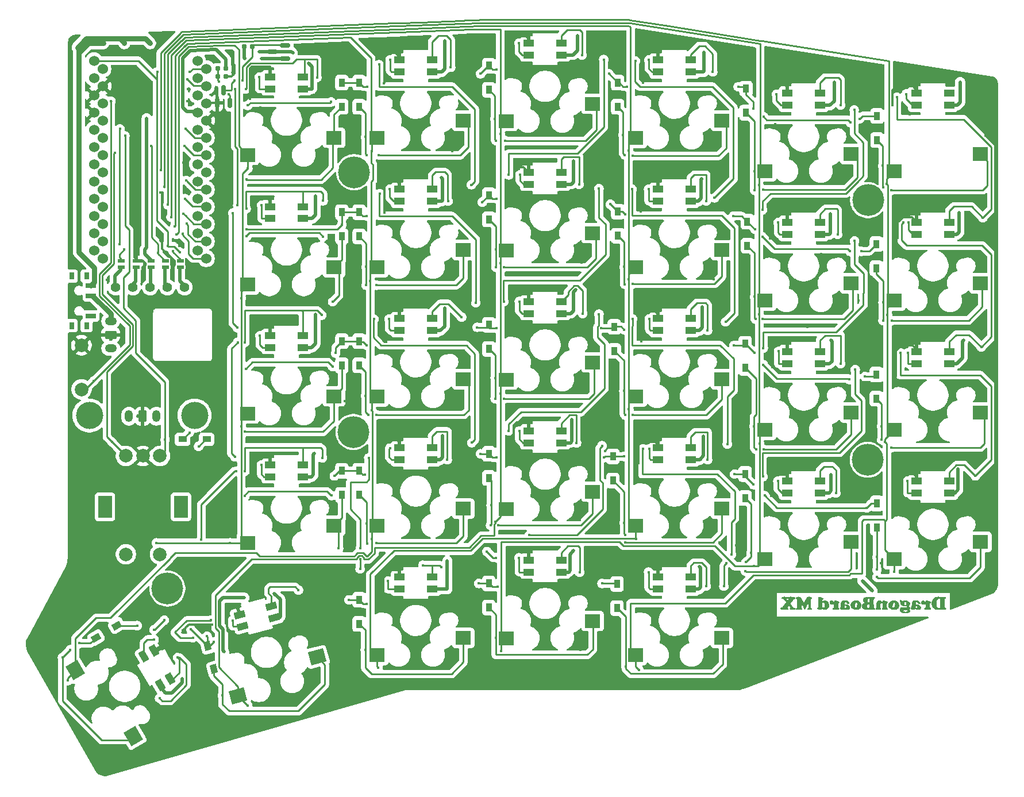
<source format=gbl>
G04 #@! TF.GenerationSoftware,KiCad,Pcbnew,8.99.0-3407-g6a48e2c35a*
G04 #@! TF.CreationDate,2025-03-01T14:51:43+00:00*
G04 #@! TF.ProjectId,DragonBoard,44726167-6f6e-4426-9f61-72642e6b6963,rev?*
G04 #@! TF.SameCoordinates,Original*
G04 #@! TF.FileFunction,Copper,L2,Bot*
G04 #@! TF.FilePolarity,Positive*
%FSLAX46Y46*%
G04 Gerber Fmt 4.6, Leading zero omitted, Abs format (unit mm)*
G04 Created by KiCad (PCBNEW 8.99.0-3407-g6a48e2c35a) date 2025-03-01 14:51:43*
%MOMM*%
%LPD*%
G01*
G04 APERTURE LIST*
G04 Aperture macros list*
%AMRoundRect*
0 Rectangle with rounded corners*
0 $1 Rounding radius*
0 $2 $3 $4 $5 $6 $7 $8 $9 X,Y pos of 4 corners*
0 Add a 4 corners polygon primitive as box body*
4,1,4,$2,$3,$4,$5,$6,$7,$8,$9,$2,$3,0*
0 Add four circle primitives for the rounded corners*
1,1,$1+$1,$2,$3*
1,1,$1+$1,$4,$5*
1,1,$1+$1,$6,$7*
1,1,$1+$1,$8,$9*
0 Add four rect primitives between the rounded corners*
20,1,$1+$1,$2,$3,$4,$5,0*
20,1,$1+$1,$4,$5,$6,$7,0*
20,1,$1+$1,$6,$7,$8,$9,0*
20,1,$1+$1,$8,$9,$2,$3,0*%
%AMRotRect*
0 Rectangle, with rotation*
0 The origin of the aperture is its center*
0 $1 length*
0 $2 width*
0 $3 Rotation angle, in degrees counterclockwise*
0 Add horizontal line*
21,1,$1,$2,0,0,$3*%
G04 Aperture macros list end*
%ADD10C,0.300000*%
G04 #@! TA.AperFunction,NonConductor*
%ADD11C,0.300000*%
G04 #@! TD*
G04 #@! TA.AperFunction,SMDPad,CuDef*
%ADD12RoundRect,0.160000X-0.197500X-0.160000X0.197500X-0.160000X0.197500X0.160000X-0.197500X0.160000X0*%
G04 #@! TD*
G04 #@! TA.AperFunction,SMDPad,CuDef*
%ADD13RoundRect,0.150000X0.587500X0.150000X-0.587500X0.150000X-0.587500X-0.150000X0.587500X-0.150000X0*%
G04 #@! TD*
G04 #@! TA.AperFunction,ComponentPad*
%ADD14C,4.700000*%
G04 #@! TD*
G04 #@! TA.AperFunction,ComponentPad*
%ADD15C,1.524000*%
G04 #@! TD*
G04 #@! TA.AperFunction,SMDPad,CuDef*
%ADD16R,0.950000X1.300000*%
G04 #@! TD*
G04 #@! TA.AperFunction,SMDPad,CuDef*
%ADD17R,1.300000X0.950000*%
G04 #@! TD*
G04 #@! TA.AperFunction,SMDPad,CuDef*
%ADD18RotRect,1.300000X0.950000X210.000000*%
G04 #@! TD*
G04 #@! TA.AperFunction,ComponentPad*
%ADD19C,4.000000*%
G04 #@! TD*
G04 #@! TA.AperFunction,ComponentPad*
%ADD20C,1.397000*%
G04 #@! TD*
G04 #@! TA.AperFunction,ComponentPad*
%ADD21C,2.000000*%
G04 #@! TD*
G04 #@! TA.AperFunction,ComponentPad*
%ADD22R,2.000000X3.200000*%
G04 #@! TD*
G04 #@! TA.AperFunction,SMDPad,CuDef*
%ADD23RotRect,1.300000X0.950000X285.000000*%
G04 #@! TD*
G04 #@! TA.AperFunction,SMDPad,CuDef*
%ADD24R,1.600000X1.000000*%
G04 #@! TD*
G04 #@! TA.AperFunction,SMDPad,CuDef*
%ADD25R,2.300000X2.000000*%
G04 #@! TD*
G04 #@! TA.AperFunction,SMDPad,CuDef*
%ADD26RotRect,1.600000X1.000000X120.000000*%
G04 #@! TD*
G04 #@! TA.AperFunction,SMDPad,CuDef*
%ADD27RotRect,2.300000X2.000000X300.000000*%
G04 #@! TD*
G04 #@! TA.AperFunction,ComponentPad*
%ADD28RoundRect,0.250000X0.625000X-0.350000X0.625000X0.350000X-0.625000X0.350000X-0.625000X-0.350000X0*%
G04 #@! TD*
G04 #@! TA.AperFunction,ComponentPad*
%ADD29O,1.750000X1.200000*%
G04 #@! TD*
G04 #@! TA.AperFunction,ComponentPad*
%ADD30RoundRect,0.250000X0.350000X0.625000X-0.350000X0.625000X-0.350000X-0.625000X0.350000X-0.625000X0*%
G04 #@! TD*
G04 #@! TA.AperFunction,ComponentPad*
%ADD31O,1.200000X1.750000*%
G04 #@! TD*
G04 #@! TA.AperFunction,SMDPad,CuDef*
%ADD32RotRect,1.600000X1.000000X195.000000*%
G04 #@! TD*
G04 #@! TA.AperFunction,SMDPad,CuDef*
%ADD33RotRect,2.300000X2.000000X15.000000*%
G04 #@! TD*
G04 #@! TA.AperFunction,SMDPad,CuDef*
%ADD34R,1.000000X0.600000*%
G04 #@! TD*
G04 #@! TA.AperFunction,SMDPad,CuDef*
%ADD35RoundRect,0.160000X0.197500X0.160000X-0.197500X0.160000X-0.197500X-0.160000X0.197500X-0.160000X0*%
G04 #@! TD*
G04 #@! TA.AperFunction,SMDPad,CuDef*
%ADD36RoundRect,0.150000X0.150000X-0.587500X0.150000X0.587500X-0.150000X0.587500X-0.150000X-0.587500X0*%
G04 #@! TD*
G04 #@! TA.AperFunction,SMDPad,CuDef*
%ADD37R,0.800000X1.000000*%
G04 #@! TD*
G04 #@! TA.AperFunction,SMDPad,CuDef*
%ADD38R,1.500000X0.700000*%
G04 #@! TD*
G04 #@! TA.AperFunction,ViaPad*
%ADD39C,0.400000*%
G04 #@! TD*
G04 #@! TA.AperFunction,Conductor*
%ADD40C,0.250000*%
G04 #@! TD*
G04 #@! TA.AperFunction,Conductor*
%ADD41C,0.300000*%
G04 #@! TD*
G04 #@! TA.AperFunction,Conductor*
%ADD42C,0.500000*%
G04 #@! TD*
G04 #@! TA.AperFunction,Conductor*
%ADD43C,0.750000*%
G04 #@! TD*
G04 APERTURE END LIST*
D10*
D11*
G36*
X216759392Y-120208400D02*
G01*
X217200494Y-120221223D01*
X217367068Y-120217071D01*
X217457316Y-120215727D01*
X217566910Y-120226483D01*
X217640864Y-120254318D01*
X217678559Y-120284335D01*
X217699924Y-120319598D01*
X217707176Y-120362029D01*
X217696715Y-120414877D01*
X217665992Y-120455811D01*
X217610334Y-120487570D01*
X217555225Y-120516074D01*
X217529001Y-120547653D01*
X217517292Y-120594435D01*
X217511782Y-120698962D01*
X217520697Y-121288930D01*
X217540480Y-121688390D01*
X217554970Y-121768844D01*
X217569789Y-121806359D01*
X217594796Y-121830734D01*
X217641353Y-121849468D01*
X217694373Y-121870328D01*
X217726105Y-121893920D01*
X217745248Y-121925665D01*
X217752239Y-121970979D01*
X217745699Y-122015041D01*
X217726563Y-122052427D01*
X217693621Y-122084918D01*
X217628687Y-122116755D01*
X217542068Y-122128271D01*
X217448767Y-122122043D01*
X217256426Y-122112640D01*
X217158118Y-122112640D01*
X216867225Y-122118379D01*
X216725198Y-122122531D01*
X216559845Y-122128271D01*
X216377209Y-122114287D01*
X216208746Y-122073316D01*
X216074359Y-122016988D01*
X215957622Y-121944460D01*
X215856477Y-121855469D01*
X215769598Y-121748840D01*
X215701863Y-121627028D01*
X215647476Y-121478829D01*
X215613373Y-121322215D01*
X215606914Y-121233121D01*
X216316335Y-121233121D01*
X216327653Y-121420892D01*
X216357838Y-121562275D01*
X216402490Y-121666933D01*
X216459181Y-121742769D01*
X216527771Y-121795425D01*
X216610447Y-121827685D01*
X216711398Y-121839088D01*
X216787887Y-121829017D01*
X216831688Y-121803917D01*
X216857119Y-121760412D01*
X216867347Y-121683627D01*
X216867347Y-120620560D01*
X216860059Y-120566093D01*
X216841946Y-120535319D01*
X216810283Y-120517658D01*
X216752431Y-120510406D01*
X216636618Y-120523942D01*
X216543853Y-120561982D01*
X216468822Y-120623814D01*
X216408903Y-120712884D01*
X216360988Y-120839774D01*
X216328511Y-121009558D01*
X216316335Y-121233121D01*
X215606914Y-121233121D01*
X215602169Y-121167664D01*
X215610427Y-121013426D01*
X215634192Y-120874897D01*
X215672341Y-120750127D01*
X215724290Y-120637413D01*
X215801679Y-120519506D01*
X215894730Y-120421160D01*
X216004588Y-120340569D01*
X216133397Y-120277032D01*
X216257371Y-120239992D01*
X216419836Y-120214929D01*
X216629454Y-120205591D01*
X216759392Y-120208400D01*
G37*
G36*
X214850145Y-120752695D02*
G01*
X214784202Y-120759657D01*
X214759165Y-120774189D01*
X214746195Y-120806928D01*
X214730100Y-120905958D01*
X214715487Y-120950378D01*
X214691632Y-120962011D01*
X214668828Y-120954037D01*
X214643027Y-120924398D01*
X214580743Y-120846490D01*
X214512892Y-120794051D01*
X214438226Y-120763190D01*
X214354210Y-120752695D01*
X214273683Y-120762152D01*
X214205858Y-120789278D01*
X214147825Y-120834150D01*
X214113343Y-120878421D01*
X214084200Y-120936610D01*
X214065284Y-120999105D01*
X214059287Y-121057022D01*
X214066626Y-121121412D01*
X214089695Y-121189768D01*
X214125231Y-121252681D01*
X214168464Y-121301753D01*
X214231698Y-121348298D01*
X214303222Y-121376169D01*
X214385595Y-121385773D01*
X214452651Y-121379136D01*
X214504175Y-121360982D01*
X214553701Y-121327876D01*
X214628739Y-121260965D01*
X214656990Y-121239422D01*
X214679420Y-121233487D01*
X214707885Y-121243294D01*
X214725826Y-121275253D01*
X214733315Y-121328825D01*
X214736939Y-121455504D01*
X214732258Y-121646648D01*
X214722040Y-121738337D01*
X214709954Y-121774399D01*
X214696517Y-121793536D01*
X214674713Y-121807032D01*
X214625076Y-121824921D01*
X214550815Y-121859744D01*
X214511997Y-121903445D01*
X214499290Y-121958156D01*
X214509411Y-122012384D01*
X214539957Y-122059272D01*
X214586077Y-122094481D01*
X214647180Y-122116181D01*
X214794159Y-122135811D01*
X215033205Y-122143903D01*
X215260992Y-122131471D01*
X215402012Y-122101160D01*
X215468624Y-122066201D01*
X215504609Y-122021510D01*
X215516684Y-121964384D01*
X215508286Y-121919480D01*
X215481984Y-121876479D01*
X215433031Y-121833592D01*
X215379542Y-121787430D01*
X215359636Y-121730644D01*
X215344616Y-121579613D01*
X215337776Y-121269025D01*
X215341755Y-121212924D01*
X215350965Y-121182685D01*
X215369322Y-121160467D01*
X215403600Y-121141041D01*
X215462346Y-121107941D01*
X215493093Y-121070257D01*
X215503006Y-121026247D01*
X215495876Y-120984656D01*
X215474163Y-120946791D01*
X215434985Y-120911087D01*
X215354376Y-120867833D01*
X215209182Y-120816809D01*
X215004599Y-120767756D01*
X214850145Y-120752695D01*
G37*
G36*
X213401823Y-120751643D02*
G01*
X213573869Y-120795385D01*
X213743237Y-120869443D01*
X213826548Y-120925040D01*
X213887462Y-120986191D01*
X213928201Y-121055174D01*
X213940707Y-121120281D01*
X213929543Y-121180996D01*
X213897232Y-121227626D01*
X213848388Y-121257946D01*
X213785124Y-121268536D01*
X213723817Y-121259238D01*
X213661753Y-121230073D01*
X213596859Y-121176882D01*
X213527815Y-121092926D01*
X213480855Y-121033900D01*
X213449046Y-121003533D01*
X213415610Y-120985396D01*
X213378094Y-120979353D01*
X213338264Y-120986478D01*
X213307274Y-121007117D01*
X213282961Y-121043466D01*
X213262364Y-121118006D01*
X213253530Y-121253027D01*
X213259526Y-121302734D01*
X213272825Y-121323979D01*
X213299610Y-121333928D01*
X213369912Y-121338878D01*
X213550390Y-121352173D01*
X213696231Y-121387553D01*
X213813789Y-121441854D01*
X213908101Y-121513878D01*
X213973813Y-121593355D01*
X214011540Y-121677361D01*
X214024116Y-121768623D01*
X214013512Y-121856281D01*
X213981374Y-121940815D01*
X213930639Y-122015647D01*
X213865236Y-122074293D01*
X213787216Y-122115746D01*
X213691388Y-122142199D01*
X213573488Y-122151718D01*
X213460261Y-122140378D01*
X213356880Y-122107028D01*
X213260979Y-122051212D01*
X213217908Y-122024605D01*
X213190882Y-122017873D01*
X213169230Y-122024924D01*
X213140690Y-122051945D01*
X213078311Y-122106874D01*
X213002996Y-122140060D01*
X212910735Y-122151718D01*
X212800881Y-122136705D01*
X212694336Y-122090780D01*
X212617270Y-122035685D01*
X212557071Y-121970002D01*
X212516163Y-121896357D01*
X212503826Y-121830417D01*
X212516059Y-121787272D01*
X212550843Y-121768746D01*
X212606653Y-121754335D01*
X212634008Y-121717332D01*
X212647701Y-121661889D01*
X213245348Y-121661889D01*
X213254479Y-121754779D01*
X213276745Y-121808738D01*
X213308181Y-121837297D01*
X213350738Y-121846903D01*
X213395798Y-121836937D01*
X213431216Y-121806970D01*
X213453485Y-121762303D01*
X213461625Y-121701090D01*
X213450689Y-121637088D01*
X213418394Y-121583487D01*
X213370490Y-121546210D01*
X213316544Y-121534272D01*
X213280447Y-121542152D01*
X213260247Y-121560773D01*
X213250058Y-121592589D01*
X213245348Y-121661889D01*
X212647701Y-121661889D01*
X212653997Y-121636397D01*
X212663683Y-121442926D01*
X212660997Y-121238250D01*
X212670934Y-121100350D01*
X212696168Y-121008051D01*
X212743170Y-120930468D01*
X212819632Y-120858697D01*
X212935971Y-120792269D01*
X213069683Y-120751359D01*
X213224953Y-120737064D01*
X213401823Y-120751643D01*
G37*
G36*
X210999918Y-120671953D02*
G01*
X211032996Y-120693100D01*
X211135330Y-120761916D01*
X211232449Y-120800255D01*
X211326942Y-120812535D01*
X211497057Y-120787988D01*
X211626005Y-120766972D01*
X211735438Y-120760511D01*
X211868118Y-120769527D01*
X211993099Y-120796112D01*
X212111763Y-120840106D01*
X212225267Y-120902050D01*
X212305945Y-120967287D01*
X212365341Y-121043100D01*
X212403271Y-121128621D01*
X212415655Y-121216879D01*
X212406955Y-121299536D01*
X212381155Y-121376205D01*
X212337509Y-121448613D01*
X212273750Y-121517908D01*
X212241055Y-121553491D01*
X212233938Y-121571397D01*
X212239792Y-121584035D01*
X212264591Y-121601073D01*
X212336799Y-121648235D01*
X212396604Y-121711715D01*
X212437461Y-121784696D01*
X212449849Y-121850933D01*
X212438902Y-121914015D01*
X212404104Y-121978259D01*
X212339207Y-122046205D01*
X212312187Y-122073706D01*
X212306356Y-122087605D01*
X212313612Y-122101825D01*
X212344946Y-122119845D01*
X212386709Y-122146036D01*
X212421272Y-122186401D01*
X212443727Y-122235300D01*
X212451192Y-122288250D01*
X212438501Y-122364188D01*
X212398680Y-122439803D01*
X212337962Y-122504961D01*
X212257752Y-122557406D01*
X212128014Y-122607309D01*
X211965801Y-122640004D01*
X211764137Y-122651928D01*
X211603998Y-122644907D01*
X211463178Y-122624948D01*
X211339399Y-122593432D01*
X211190202Y-122531556D01*
X211073421Y-122454354D01*
X210983781Y-122362256D01*
X210929397Y-122275794D01*
X211457979Y-122275794D01*
X211465627Y-122313306D01*
X211488976Y-122345548D01*
X211532350Y-122374101D01*
X211614746Y-122399587D01*
X211739591Y-122409639D01*
X211830729Y-122403409D01*
X211904445Y-122386225D01*
X211963928Y-122359691D01*
X212013608Y-122321029D01*
X212040902Y-122278422D01*
X212049901Y-122229876D01*
X212041892Y-122202351D01*
X212019615Y-122193850D01*
X212000076Y-122196415D01*
X211921674Y-122207406D01*
X211787462Y-122214245D01*
X211616004Y-122202032D01*
X211553844Y-122196537D01*
X211515721Y-122202502D01*
X211485456Y-122219618D01*
X211464692Y-122245585D01*
X211457979Y-122275794D01*
X210929397Y-122275794D01*
X210925660Y-122269852D01*
X210892587Y-122179183D01*
X210881810Y-122088215D01*
X210892352Y-122004039D01*
X210923942Y-121925549D01*
X210973822Y-121857984D01*
X211038125Y-121807824D01*
X211100425Y-121779249D01*
X211182669Y-121760198D01*
X211290062Y-121753114D01*
X211411337Y-121759662D01*
X211621255Y-121784866D01*
X211781967Y-121800009D01*
X211856503Y-121792775D01*
X211907263Y-121773997D01*
X211942036Y-121742440D01*
X211952937Y-121703288D01*
X211944864Y-121663910D01*
X211923251Y-121642132D01*
X211884427Y-121634046D01*
X211830205Y-121638198D01*
X211740934Y-121643693D01*
X211559639Y-121629727D01*
X211398750Y-121589471D01*
X211298429Y-121547017D01*
X211214100Y-121496171D01*
X211143760Y-121437186D01*
X211082466Y-121357669D01*
X211045930Y-121267723D01*
X211044327Y-121254492D01*
X211556286Y-121254492D01*
X211567414Y-121336896D01*
X211597685Y-121395909D01*
X211645952Y-121435014D01*
X211709549Y-121448299D01*
X211752392Y-121439665D01*
X211790394Y-121413075D01*
X211825320Y-121363547D01*
X211857287Y-121270296D01*
X211869528Y-121136401D01*
X211858720Y-121060416D01*
X211828983Y-121005120D01*
X211782156Y-120968338D01*
X211721883Y-120955905D01*
X211674045Y-120965716D01*
X211634038Y-120991500D01*
X211599884Y-121036017D01*
X211568554Y-121122815D01*
X211556286Y-121254492D01*
X211044327Y-121254492D01*
X211033362Y-121164000D01*
X211037514Y-121112099D01*
X211040201Y-121080225D01*
X211034619Y-121065668D01*
X211010159Y-121039925D01*
X210965023Y-120991647D01*
X210925163Y-120926352D01*
X210898017Y-120856134D01*
X210889992Y-120798979D01*
X210896859Y-120749128D01*
X210916859Y-120706656D01*
X210947298Y-120675949D01*
X210979995Y-120666722D01*
X210999918Y-120671953D01*
G37*
G36*
X210146111Y-120751315D02*
G01*
X210305455Y-120792651D01*
X210449937Y-120860250D01*
X210582002Y-120955051D01*
X210669835Y-121043639D01*
X210736763Y-121139870D01*
X210784531Y-121244845D01*
X210813740Y-121360271D01*
X210823802Y-121488355D01*
X210810749Y-121631535D01*
X210773219Y-121756333D01*
X210712037Y-121866294D01*
X210625843Y-121963896D01*
X210519178Y-122044376D01*
X210397129Y-122102678D01*
X210256793Y-122138984D01*
X210094371Y-122151718D01*
X209929325Y-122138943D01*
X209776308Y-122101423D01*
X209633033Y-122039374D01*
X209497685Y-121951683D01*
X209395218Y-121859868D01*
X209319250Y-121764087D01*
X209267144Y-121664820D01*
X209850983Y-121664820D01*
X209859960Y-121736615D01*
X209882853Y-121780936D01*
X209917790Y-121806463D01*
X209968708Y-121815640D01*
X210023435Y-121804167D01*
X210067381Y-121769746D01*
X210103041Y-121705975D01*
X210141379Y-121592155D01*
X210175948Y-121455382D01*
X210200015Y-121320798D01*
X210206600Y-121232144D01*
X210197198Y-121164966D01*
X210171429Y-121116373D01*
X210130778Y-121084070D01*
X210078129Y-121073142D01*
X210031344Y-121083935D01*
X209991157Y-121113514D01*
X209955763Y-121166809D01*
X209917411Y-121265666D01*
X209881635Y-121404091D01*
X209858121Y-121546836D01*
X209850983Y-121664820D01*
X209267144Y-121664820D01*
X209266463Y-121663523D01*
X209234934Y-121556700D01*
X209224256Y-121441582D01*
X209233633Y-121329455D01*
X209261785Y-121220336D01*
X209309496Y-121112831D01*
X209370949Y-121018034D01*
X209443563Y-120936933D01*
X209527972Y-120868344D01*
X209625467Y-120811429D01*
X209730472Y-120770600D01*
X209844336Y-120745632D01*
X209968708Y-120737064D01*
X210146111Y-120751315D01*
G37*
G36*
X207469004Y-121253637D02*
G01*
X207449831Y-121735773D01*
X207443630Y-121785741D01*
X207433223Y-121815030D01*
X207349814Y-121914070D01*
X207333994Y-121940500D01*
X207328198Y-121978428D01*
X207339768Y-122032942D01*
X207374172Y-122075180D01*
X207437863Y-122107755D01*
X207568413Y-122132736D01*
X207825355Y-122143903D01*
X208000480Y-122133749D01*
X208093167Y-122110563D01*
X208140685Y-122080938D01*
X208167173Y-122043572D01*
X208176210Y-121996014D01*
X208167661Y-121953882D01*
X208112218Y-121889035D01*
X208088601Y-121843330D01*
X208068021Y-121731830D01*
X208058729Y-121507650D01*
X208064713Y-121381329D01*
X208080187Y-121291463D01*
X208102082Y-121229579D01*
X208130859Y-121191054D01*
X208171938Y-121167656D01*
X208229699Y-121159115D01*
X208286114Y-121166367D01*
X208325480Y-121185808D01*
X208352431Y-121216635D01*
X208375399Y-121286767D01*
X208385648Y-121427783D01*
X208385648Y-121699014D01*
X208382515Y-121772848D01*
X208375634Y-121808801D01*
X208308345Y-121924206D01*
X208296701Y-121951295D01*
X208292713Y-121982458D01*
X208304006Y-122030746D01*
X208338998Y-122071010D01*
X208406408Y-122105068D01*
X208535820Y-122132385D01*
X208758484Y-122143903D01*
X208928125Y-122133531D01*
X209034991Y-122107913D01*
X209098011Y-122073219D01*
X209131296Y-122031942D01*
X209142190Y-121981970D01*
X209138790Y-121950273D01*
X209130100Y-121929824D01*
X209073680Y-121879754D01*
X209044912Y-121851843D01*
X209029960Y-121821746D01*
X209012375Y-121657371D01*
X209002849Y-121329108D01*
X209007360Y-121243369D01*
X209016771Y-121206621D01*
X209039339Y-121178803D01*
X209097982Y-121135912D01*
X209144430Y-121091678D01*
X209158554Y-121041879D01*
X209146574Y-120991482D01*
X209109706Y-120950654D01*
X209047301Y-120916210D01*
X208911503Y-120862482D01*
X208658223Y-120784569D01*
X208545141Y-120758792D01*
X208490672Y-120752695D01*
X208451458Y-120760534D01*
X208418987Y-120784081D01*
X208397092Y-120818318D01*
X208389800Y-120858208D01*
X208391143Y-120893013D01*
X208392487Y-120911820D01*
X208386028Y-120948206D01*
X208369596Y-120967185D01*
X208341806Y-120973857D01*
X208312976Y-120963612D01*
X208275250Y-120923665D01*
X208209355Y-120848972D01*
X208131706Y-120796404D01*
X208040013Y-120764069D01*
X207930501Y-120752695D01*
X207817980Y-120763301D01*
X207719807Y-120793843D01*
X207633136Y-120843798D01*
X207558245Y-120915920D01*
X207511747Y-120996694D01*
X207485464Y-121095070D01*
X207469004Y-121253637D01*
G37*
G36*
X207148292Y-120239469D02*
G01*
X207209130Y-120268362D01*
X207250934Y-120313913D01*
X207264451Y-120369845D01*
X207254946Y-120415053D01*
X207226011Y-120453001D01*
X207172005Y-120485616D01*
X207106896Y-120526031D01*
X207074796Y-120570857D01*
X207060700Y-120635790D01*
X207054036Y-120781760D01*
X207061162Y-121200757D01*
X207080048Y-121516321D01*
X207112532Y-121764960D01*
X207134045Y-121815837D01*
X207165777Y-121848857D01*
X207252972Y-121918344D01*
X207266332Y-121943957D01*
X207271290Y-121980626D01*
X207259253Y-122036417D01*
X207222075Y-122084918D01*
X207165361Y-122116729D01*
X207087009Y-122128271D01*
X206973436Y-122121799D01*
X206692190Y-122113983D01*
X206509130Y-122112640D01*
X206287968Y-122121188D01*
X206039207Y-122128271D01*
X205887928Y-122118394D01*
X205759028Y-122090529D01*
X205648994Y-122046548D01*
X205554944Y-121987209D01*
X205474762Y-121912116D01*
X205410131Y-121825669D01*
X205365530Y-121737244D01*
X205339139Y-121645700D01*
X205334887Y-121599485D01*
X206079873Y-121599485D01*
X206089714Y-121693212D01*
X206115592Y-121758103D01*
X206154898Y-121802026D01*
X206209171Y-121829162D01*
X206283694Y-121839088D01*
X206331143Y-121832050D01*
X206363801Y-121812994D01*
X206385665Y-121781813D01*
X206402828Y-121709437D01*
X206410944Y-121546240D01*
X206410944Y-121416303D01*
X206404321Y-121355662D01*
X206388840Y-121324590D01*
X206360688Y-121306988D01*
X206308240Y-121299799D01*
X206226765Y-121311546D01*
X206166342Y-121344143D01*
X206121548Y-121398130D01*
X206091453Y-121479714D01*
X206079873Y-121599485D01*
X205334887Y-121599485D01*
X205330292Y-121549538D01*
X205341470Y-121440778D01*
X205373412Y-121348466D01*
X205425547Y-121269147D01*
X205491036Y-121202813D01*
X205559167Y-121152367D01*
X205630466Y-121116129D01*
X205674073Y-121089077D01*
X205685421Y-121062273D01*
X205675964Y-121034009D01*
X205639137Y-120995595D01*
X205579298Y-120933703D01*
X205531548Y-120851247D01*
X205505187Y-120770647D01*
X206145452Y-120770647D01*
X206151755Y-120858265D01*
X206168242Y-120920906D01*
X206192347Y-120964698D01*
X206227806Y-120997892D01*
X206275145Y-121018670D01*
X206338282Y-121026247D01*
X206373503Y-121019226D01*
X206394702Y-121000113D01*
X206406010Y-120968428D01*
X206410944Y-120907301D01*
X206410944Y-120622880D01*
X206405590Y-120559699D01*
X206393481Y-120528236D01*
X206370506Y-120509701D01*
X206330100Y-120502591D01*
X206275043Y-120510584D01*
X206230485Y-120533514D01*
X206193812Y-120572322D01*
X206168458Y-120621260D01*
X206151679Y-120685939D01*
X206145452Y-120770647D01*
X205505187Y-120770647D01*
X205501416Y-120759117D01*
X205491492Y-120665379D01*
X205500412Y-120571849D01*
X205525997Y-120491103D01*
X205567716Y-120420592D01*
X205626681Y-120358609D01*
X205716014Y-120298856D01*
X205821464Y-120258714D01*
X205942288Y-120237370D01*
X206115655Y-120229039D01*
X206286503Y-120232947D01*
X206689503Y-120244670D01*
X206948645Y-120235755D01*
X207067958Y-120229039D01*
X207148292Y-120239469D01*
G37*
G36*
X204577374Y-120751315D02*
G01*
X204736718Y-120792651D01*
X204881200Y-120860250D01*
X205013265Y-120955051D01*
X205101098Y-121043639D01*
X205168026Y-121139870D01*
X205215795Y-121244845D01*
X205245003Y-121360271D01*
X205255065Y-121488355D01*
X205242012Y-121631535D01*
X205204482Y-121756333D01*
X205143300Y-121866294D01*
X205057106Y-121963896D01*
X204950441Y-122044376D01*
X204828392Y-122102678D01*
X204688056Y-122138984D01*
X204525634Y-122151718D01*
X204360588Y-122138943D01*
X204207571Y-122101423D01*
X204064296Y-122039374D01*
X203928949Y-121951683D01*
X203826481Y-121859868D01*
X203750513Y-121764087D01*
X203698407Y-121664820D01*
X204282246Y-121664820D01*
X204291223Y-121736615D01*
X204314116Y-121780936D01*
X204349053Y-121806463D01*
X204399971Y-121815640D01*
X204454698Y-121804167D01*
X204498644Y-121769746D01*
X204534304Y-121705975D01*
X204572642Y-121592155D01*
X204607211Y-121455382D01*
X204631278Y-121320798D01*
X204637863Y-121232144D01*
X204628461Y-121164966D01*
X204602692Y-121116373D01*
X204562041Y-121084070D01*
X204509392Y-121073142D01*
X204462607Y-121083935D01*
X204422420Y-121113514D01*
X204387026Y-121166809D01*
X204348674Y-121265666D01*
X204312898Y-121404091D01*
X204289384Y-121546836D01*
X204282246Y-121664820D01*
X203698407Y-121664820D01*
X203697726Y-121663523D01*
X203666197Y-121556700D01*
X203655519Y-121441582D01*
X203664896Y-121329455D01*
X203693049Y-121220336D01*
X203740759Y-121112831D01*
X203802212Y-121018034D01*
X203874827Y-120936933D01*
X203959235Y-120868344D01*
X204056730Y-120811429D01*
X204161735Y-120770600D01*
X204275599Y-120745632D01*
X204399971Y-120737064D01*
X204577374Y-120751315D01*
G37*
G36*
X202957999Y-120751643D02*
G01*
X203130045Y-120795385D01*
X203299413Y-120869443D01*
X203382724Y-120925040D01*
X203443638Y-120986191D01*
X203484377Y-121055174D01*
X203496883Y-121120281D01*
X203485719Y-121180996D01*
X203453408Y-121227626D01*
X203404564Y-121257946D01*
X203341300Y-121268536D01*
X203279993Y-121259238D01*
X203217929Y-121230073D01*
X203153035Y-121176882D01*
X203083990Y-121092926D01*
X203037030Y-121033900D01*
X203005222Y-121003533D01*
X202971785Y-120985396D01*
X202934270Y-120979353D01*
X202894440Y-120986478D01*
X202863450Y-121007117D01*
X202839137Y-121043466D01*
X202818540Y-121118006D01*
X202809706Y-121253027D01*
X202815702Y-121302734D01*
X202829001Y-121323979D01*
X202855786Y-121333928D01*
X202926087Y-121338878D01*
X203106566Y-121352173D01*
X203252407Y-121387553D01*
X203369965Y-121441854D01*
X203464277Y-121513878D01*
X203529989Y-121593355D01*
X203567716Y-121677361D01*
X203580292Y-121768623D01*
X203569688Y-121856281D01*
X203537549Y-121940815D01*
X203486814Y-122015647D01*
X203421412Y-122074293D01*
X203343392Y-122115746D01*
X203247564Y-122142199D01*
X203129664Y-122151718D01*
X203016437Y-122140378D01*
X202913055Y-122107028D01*
X202817155Y-122051212D01*
X202774084Y-122024605D01*
X202747057Y-122017873D01*
X202725406Y-122024924D01*
X202696865Y-122051945D01*
X202634487Y-122106874D01*
X202559172Y-122140060D01*
X202466911Y-122151718D01*
X202357057Y-122136705D01*
X202250512Y-122090780D01*
X202173446Y-122035685D01*
X202113247Y-121970002D01*
X202072339Y-121896357D01*
X202060002Y-121830417D01*
X202072235Y-121787272D01*
X202107019Y-121768746D01*
X202162829Y-121754335D01*
X202190184Y-121717332D01*
X202203877Y-121661889D01*
X202801524Y-121661889D01*
X202810655Y-121754779D01*
X202832921Y-121808738D01*
X202864357Y-121837297D01*
X202906914Y-121846903D01*
X202951974Y-121836937D01*
X202987392Y-121806970D01*
X203009661Y-121762303D01*
X203017801Y-121701090D01*
X203006865Y-121637088D01*
X202974570Y-121583487D01*
X202926666Y-121546210D01*
X202872720Y-121534272D01*
X202836623Y-121542152D01*
X202816422Y-121560773D01*
X202806234Y-121592589D01*
X202801524Y-121661889D01*
X202203877Y-121661889D01*
X202210173Y-121636397D01*
X202219859Y-121442926D01*
X202217173Y-121238250D01*
X202227110Y-121100350D01*
X202252344Y-121008051D01*
X202299346Y-120930468D01*
X202375808Y-120858697D01*
X202492147Y-120792269D01*
X202625859Y-120751359D01*
X202781129Y-120737064D01*
X202957999Y-120751643D01*
G37*
G36*
X201336677Y-120752695D02*
G01*
X201270734Y-120759657D01*
X201245697Y-120774189D01*
X201232727Y-120806928D01*
X201216632Y-120905958D01*
X201202019Y-120950378D01*
X201178163Y-120962011D01*
X201155359Y-120954037D01*
X201129559Y-120924398D01*
X201067275Y-120846490D01*
X200999424Y-120794051D01*
X200924757Y-120763190D01*
X200840742Y-120752695D01*
X200760215Y-120762152D01*
X200692389Y-120789278D01*
X200634357Y-120834150D01*
X200599874Y-120878421D01*
X200570732Y-120936610D01*
X200551815Y-120999105D01*
X200545819Y-121057022D01*
X200553158Y-121121412D01*
X200576227Y-121189768D01*
X200611763Y-121252681D01*
X200654995Y-121301753D01*
X200718230Y-121348298D01*
X200789754Y-121376169D01*
X200872127Y-121385773D01*
X200939182Y-121379136D01*
X200990707Y-121360982D01*
X201040233Y-121327876D01*
X201115271Y-121260965D01*
X201143522Y-121239422D01*
X201165951Y-121233487D01*
X201194416Y-121243294D01*
X201212357Y-121275253D01*
X201219847Y-121328825D01*
X201223471Y-121455504D01*
X201218790Y-121646648D01*
X201208572Y-121738337D01*
X201196486Y-121774399D01*
X201183048Y-121793536D01*
X201161245Y-121807032D01*
X201111607Y-121824921D01*
X201037347Y-121859744D01*
X200998529Y-121903445D01*
X200985822Y-121958156D01*
X200995942Y-122012384D01*
X201026489Y-122059272D01*
X201072608Y-122094481D01*
X201133711Y-122116181D01*
X201280690Y-122135811D01*
X201519737Y-122143903D01*
X201747524Y-122131471D01*
X201888544Y-122101160D01*
X201955156Y-122066201D01*
X201991141Y-122021510D01*
X202003216Y-121964384D01*
X201994818Y-121919480D01*
X201968516Y-121876479D01*
X201919563Y-121833592D01*
X201866073Y-121787430D01*
X201846168Y-121730644D01*
X201831148Y-121579613D01*
X201824308Y-121269025D01*
X201828287Y-121212924D01*
X201837497Y-121182685D01*
X201855854Y-121160467D01*
X201890131Y-121141041D01*
X201948878Y-121107941D01*
X201979624Y-121070257D01*
X201989538Y-121026247D01*
X201982407Y-120984656D01*
X201960694Y-120946791D01*
X201921517Y-120911087D01*
X201840908Y-120867833D01*
X201695714Y-120816809D01*
X201491131Y-120767756D01*
X201336677Y-120752695D01*
G37*
G36*
X199158200Y-120262861D02*
G01*
X199481775Y-120342245D01*
X199582995Y-120380061D01*
X199642441Y-120419458D01*
X199673075Y-120459696D01*
X199682665Y-120502591D01*
X199673689Y-120541103D01*
X199646267Y-120571788D01*
X199593760Y-120596136D01*
X199539197Y-120617125D01*
X199510351Y-120637779D01*
X199493533Y-120665821D01*
X199487270Y-120707633D01*
X199494049Y-120780584D01*
X199508495Y-120810897D01*
X199527082Y-120819007D01*
X199558101Y-120808627D01*
X199644930Y-120769281D01*
X199739694Y-120745299D01*
X199844109Y-120737064D01*
X199935088Y-120744998D01*
X200028613Y-120769396D01*
X200125965Y-120811802D01*
X200231793Y-120880438D01*
X200321121Y-120965710D01*
X200395365Y-121069112D01*
X200455578Y-121193188D01*
X200490798Y-121317913D01*
X200502466Y-121445124D01*
X200493547Y-121553907D01*
X200466486Y-121662657D01*
X200420156Y-121772653D01*
X200348635Y-121889896D01*
X200258101Y-121992472D01*
X200167768Y-122063689D01*
X200074598Y-122112819D01*
X199977308Y-122141931D01*
X199874151Y-122151718D01*
X199763317Y-122139292D01*
X199659968Y-122102263D01*
X199561642Y-122039122D01*
X199515237Y-122006460D01*
X199491667Y-121999067D01*
X199471053Y-122005167D01*
X199455878Y-122024624D01*
X199446360Y-122065134D01*
X199438452Y-122110483D01*
X199428041Y-122129736D01*
X199409396Y-122139527D01*
X199368690Y-122143903D01*
X199170842Y-122131449D01*
X198971429Y-122093711D01*
X198858606Y-122054821D01*
X198792793Y-122013500D01*
X198759087Y-121970880D01*
X198748558Y-121925061D01*
X198753179Y-121889095D01*
X198766265Y-121860215D01*
X198789130Y-121834109D01*
X198833676Y-121799032D01*
X198867195Y-121768999D01*
X198882159Y-121742001D01*
X198890707Y-121606935D01*
X198890707Y-121379056D01*
X199484584Y-121379056D01*
X199496520Y-121594068D01*
X199524273Y-121713058D01*
X199558166Y-121772805D01*
X199599340Y-121804965D01*
X199650058Y-121815640D01*
X199699824Y-121808099D01*
X199741319Y-121786136D01*
X199776698Y-121748351D01*
X199811033Y-121681891D01*
X199834171Y-121590691D01*
X199842888Y-121467472D01*
X199834160Y-121331109D01*
X199810237Y-121221972D01*
X199773645Y-121135058D01*
X199733757Y-121081273D01*
X199688784Y-121051686D01*
X199636503Y-121041879D01*
X199575430Y-121057551D01*
X199531845Y-121098177D01*
X199509074Y-121148247D01*
X199491723Y-121236165D01*
X199484584Y-121379056D01*
X198890707Y-121379056D01*
X198890707Y-120360563D01*
X198898832Y-120308354D01*
X198920595Y-120274086D01*
X198956422Y-120252762D01*
X199012096Y-120244670D01*
X199158200Y-120262861D01*
G37*
G36*
X196625965Y-121546607D02*
G01*
X196789852Y-121913215D01*
X196832271Y-121998761D01*
X196859217Y-122040344D01*
X196888482Y-122065798D01*
X196919057Y-122073561D01*
X196948550Y-122066971D01*
X196975355Y-122046205D01*
X197044842Y-121924817D01*
X197134479Y-121739192D01*
X197314730Y-121331795D01*
X197355824Y-121265346D01*
X197389102Y-121249485D01*
X197410086Y-121255818D01*
X197424897Y-121275965D01*
X197433066Y-121318240D01*
X197442591Y-121617559D01*
X197438307Y-121748626D01*
X197429036Y-121810267D01*
X197404856Y-121852643D01*
X197320348Y-121901492D01*
X197285404Y-121934104D01*
X197273209Y-121986000D01*
X197284088Y-122034003D01*
X197317696Y-122074107D01*
X197382191Y-122108212D01*
X197492685Y-122133589D01*
X197669249Y-122143903D01*
X197815236Y-122134355D01*
X197908139Y-122110628D01*
X197963786Y-122078115D01*
X197993770Y-122038739D01*
X198003739Y-121990274D01*
X197998720Y-121954087D01*
X197985909Y-121932388D01*
X197896394Y-121879754D01*
X197858679Y-121855197D01*
X197837166Y-121825044D01*
X197824666Y-121781627D01*
X197811154Y-121687901D01*
X197787951Y-121327765D01*
X197776960Y-120898753D01*
X197787615Y-120693837D01*
X197810787Y-120596868D01*
X197837898Y-120556935D01*
X197896394Y-120522008D01*
X197954973Y-120483791D01*
X197985732Y-120442927D01*
X197995557Y-120397566D01*
X197986533Y-120350906D01*
X197958432Y-120307318D01*
X197916173Y-120273015D01*
X197860247Y-120249677D01*
X197699168Y-120218780D01*
X197528565Y-120205591D01*
X197365890Y-120214413D01*
X197279803Y-120234534D01*
X197246511Y-120251610D01*
X197222406Y-120272514D01*
X197163055Y-120369234D01*
X196878757Y-120894845D01*
X196815620Y-120999136D01*
X196795894Y-121012670D01*
X196768847Y-121017455D01*
X196744705Y-121012658D01*
X196722685Y-120997793D01*
X196673959Y-120922322D01*
X196481374Y-120545211D01*
X196434967Y-120450201D01*
X196361926Y-120326873D01*
X196301000Y-120265553D01*
X196240767Y-120235871D01*
X196143807Y-120214239D01*
X195995574Y-120205591D01*
X195825360Y-120216803D01*
X195716921Y-120244681D01*
X195651860Y-120282935D01*
X195616729Y-120329348D01*
X195605030Y-120386575D01*
X195609249Y-120424899D01*
X195620540Y-120452399D01*
X195641147Y-120477003D01*
X195683066Y-120511994D01*
X195732550Y-120568268D01*
X195760735Y-120648159D01*
X195783546Y-120847493D01*
X195792120Y-121108801D01*
X195783339Y-121448056D01*
X195759392Y-121722095D01*
X195747864Y-121779974D01*
X195734845Y-121808313D01*
X195710506Y-121832204D01*
X195647773Y-121877189D01*
X195609330Y-121917542D01*
X195596848Y-121968414D01*
X195609984Y-122025529D01*
X195650072Y-122071301D01*
X195726541Y-122107999D01*
X195793784Y-122126292D01*
X195865271Y-122137064D01*
X196088509Y-122143903D01*
X196305225Y-122134177D01*
X196433868Y-122110930D01*
X196510331Y-122076336D01*
X196549655Y-122033789D01*
X196562340Y-121981481D01*
X196557893Y-121949604D01*
X196545487Y-121925427D01*
X196459758Y-121847148D01*
X196432923Y-121810568D01*
X196412741Y-121738337D01*
X196403755Y-121642691D01*
X196399796Y-121460633D01*
X196402985Y-121361319D01*
X196409566Y-121319461D01*
X196424734Y-121294689D01*
X196449133Y-121286854D01*
X196482288Y-121297890D01*
X196520208Y-121338512D01*
X196557710Y-121404015D01*
X196625965Y-121546607D01*
G37*
G36*
X194143359Y-121006097D02*
G01*
X193618603Y-121667018D01*
X193546918Y-121747985D01*
X193517847Y-121766668D01*
X193474256Y-121784621D01*
X193405248Y-121813458D01*
X193366544Y-121841652D01*
X193343173Y-121878266D01*
X193334915Y-121927381D01*
X193343406Y-121975452D01*
X193369842Y-122021659D01*
X193409348Y-122059667D01*
X193459113Y-122086383D01*
X193547048Y-122112235D01*
X193664765Y-122130836D01*
X193800193Y-122140165D01*
X194006949Y-122143903D01*
X194226368Y-122136137D01*
X194357560Y-122117524D01*
X194421480Y-122094486D01*
X194467591Y-122062570D01*
X194498351Y-122020959D01*
X194508136Y-121975619D01*
X194494435Y-121920624D01*
X194451715Y-121875602D01*
X194408616Y-121839835D01*
X194398837Y-121817838D01*
X194408889Y-121772694D01*
X194451100Y-121687037D01*
X194548802Y-121537936D01*
X194567438Y-121517876D01*
X194579332Y-121513145D01*
X194609374Y-121534028D01*
X194729786Y-121694374D01*
X194772960Y-121768758D01*
X194781688Y-121797078D01*
X194772165Y-121818114D01*
X194727099Y-121860459D01*
X194684781Y-121909080D01*
X194671046Y-121968048D01*
X194682851Y-122025446D01*
X194717362Y-122068337D01*
X194780344Y-122099817D01*
X194927637Y-122132075D01*
X195113491Y-122143903D01*
X195319959Y-122133663D01*
X195450669Y-122108487D01*
X195495695Y-122087445D01*
X195533345Y-122053533D01*
X195558879Y-122011280D01*
X195566928Y-121968658D01*
X195556254Y-121914974D01*
X195525407Y-121875480D01*
X195477886Y-121850333D01*
X195407438Y-121839088D01*
X195324472Y-121823193D01*
X195256496Y-121782545D01*
X195185665Y-121707782D01*
X195038753Y-121520961D01*
X194815271Y-121262552D01*
X194797563Y-121231900D01*
X194815027Y-121203323D01*
X195176750Y-120742803D01*
X195284095Y-120613233D01*
X195314356Y-120593132D01*
X195366161Y-120572810D01*
X195440847Y-120544724D01*
X195474116Y-120524450D01*
X195510144Y-120476537D01*
X195521865Y-120421136D01*
X195511312Y-120367504D01*
X195479468Y-120322408D01*
X195420949Y-120283468D01*
X195324762Y-120251875D01*
X195112366Y-120217793D01*
X194860822Y-120205591D01*
X194610008Y-120216471D01*
X194490550Y-120240152D01*
X194451233Y-120260556D01*
X194420452Y-120291809D01*
X194400318Y-120330351D01*
X194393708Y-120371799D01*
X194407042Y-120432316D01*
X194445976Y-120475480D01*
X194482490Y-120502224D01*
X194487986Y-120524084D01*
X194478593Y-120563234D01*
X194438893Y-120637291D01*
X194389959Y-120702285D01*
X194367696Y-120714960D01*
X194346131Y-120702222D01*
X194290637Y-120633138D01*
X194242995Y-120556798D01*
X194233484Y-120528114D01*
X194240323Y-120508330D01*
X194291981Y-120467298D01*
X194323455Y-120428924D01*
X194334601Y-120372776D01*
X194323354Y-120320048D01*
X194289524Y-120277768D01*
X194226524Y-120243571D01*
X194101554Y-120216059D01*
X193877134Y-120204248D01*
X193710451Y-120212560D01*
X193604071Y-120233069D01*
X193533182Y-120267488D01*
X193494385Y-120315049D01*
X193481094Y-120379248D01*
X193488292Y-120424554D01*
X193508973Y-120460487D01*
X193544475Y-120489402D01*
X193579887Y-120499951D01*
X193674657Y-120510406D01*
X193740126Y-120527092D01*
X193812776Y-120570857D01*
X193884368Y-120636091D01*
X193980327Y-120746101D01*
X194143237Y-120946746D01*
X194160334Y-120978131D01*
X194143359Y-121006097D01*
G37*
D12*
X115534120Y-39102640D03*
X114339120Y-39102640D03*
D13*
X118464120Y-39925486D03*
X120339120Y-40875486D03*
X120339120Y-38975486D03*
D14*
X103000000Y-119000000D03*
D15*
X92180000Y-41230000D03*
X108718815Y-42425745D03*
X92180000Y-43770000D03*
X108718815Y-44965745D03*
X92180000Y-46310000D03*
X108718815Y-47505745D03*
X92180000Y-48850000D03*
X108718815Y-50045745D03*
X92180000Y-51390000D03*
X108718815Y-52585745D03*
X92180000Y-53930000D03*
X108718815Y-55125745D03*
X92180000Y-56470000D03*
X108718815Y-57665745D03*
X92180000Y-59010000D03*
X108718815Y-60205745D03*
X92180000Y-61550000D03*
X108718815Y-62745745D03*
X92180000Y-64090000D03*
X108718815Y-65285745D03*
X92180000Y-66630000D03*
X108718815Y-67825745D03*
X92180000Y-69170000D03*
X108718815Y-70365745D03*
X93478815Y-70365745D03*
X107420000Y-69170000D03*
X93478815Y-67825745D03*
X107420000Y-66630000D03*
X93478815Y-65285745D03*
X107420000Y-64090000D03*
X93478815Y-62745745D03*
X107420000Y-61550000D03*
X93478815Y-60205745D03*
X107420000Y-59010000D03*
X93478815Y-57665745D03*
X107420000Y-56470000D03*
X93478815Y-55125745D03*
X107420000Y-53930000D03*
X93478815Y-52585745D03*
X107420000Y-51390000D03*
X93478815Y-50045745D03*
X107420000Y-48850000D03*
X93478815Y-47505745D03*
X107420000Y-46310000D03*
X93478815Y-44965745D03*
X107420000Y-43770000D03*
X93478815Y-42425745D03*
X107420000Y-41230000D03*
D16*
X128705000Y-44452000D03*
X128705000Y-48002000D03*
X131245000Y-44455000D03*
X131245000Y-48005000D03*
X150345000Y-41955000D03*
X150345000Y-45505000D03*
X169345000Y-44455000D03*
X169345000Y-48005000D03*
X188239100Y-45327600D03*
X188239100Y-48877600D03*
X207545000Y-49355000D03*
X207545000Y-52905000D03*
X128705000Y-82555000D03*
X128705000Y-86105000D03*
X128705000Y-101655000D03*
X128705000Y-105205000D03*
D17*
X105225000Y-97000000D03*
X108775000Y-97000000D03*
D18*
X95544195Y-124463500D03*
X92469805Y-126238500D03*
D19*
X91500000Y-93500000D03*
D20*
X95369400Y-74600000D03*
X97909400Y-74600000D03*
X100449400Y-74600000D03*
X102989400Y-74600000D03*
X105529400Y-74600000D03*
D19*
X107000000Y-93500000D03*
D21*
X101889121Y-99452640D03*
X96889121Y-99452640D03*
X99389121Y-99452640D03*
D22*
X104989121Y-106952640D03*
X93789121Y-106952640D03*
D21*
X96889121Y-113952640D03*
X101889121Y-113952640D03*
D14*
X206225000Y-61775000D03*
D16*
X128705000Y-63555000D03*
X128705000Y-67105000D03*
X131245000Y-63555000D03*
X131245000Y-67105000D03*
X150345000Y-61045000D03*
X150345000Y-64595000D03*
X169345000Y-63455000D03*
X169345000Y-67005000D03*
X188439100Y-64927600D03*
X188439100Y-68477600D03*
X207445000Y-68255000D03*
X207445000Y-71805000D03*
D23*
X108914596Y-127446482D03*
X109833404Y-130875518D03*
D14*
X206175000Y-100025000D03*
D16*
X150345000Y-80145000D03*
X150345000Y-83695000D03*
X168839100Y-80427600D03*
X168839100Y-83977600D03*
X188139100Y-82927600D03*
X188139100Y-86477600D03*
X207445000Y-87455000D03*
X207445000Y-91005000D03*
X131245000Y-120655000D03*
X131245000Y-124205000D03*
X150345000Y-118245000D03*
X150345000Y-121795000D03*
X207495000Y-106455000D03*
X207495000Y-110005000D03*
X131245000Y-101655000D03*
X131245000Y-105205000D03*
X150345000Y-99145000D03*
X150345000Y-102695000D03*
X168639100Y-99527600D03*
X168639100Y-103077600D03*
X188139100Y-102127600D03*
X188139100Y-105677600D03*
X131245000Y-82555000D03*
X131245000Y-86105000D03*
X169239100Y-118327600D03*
X169239100Y-121877600D03*
D14*
X130502100Y-57648600D03*
X130400100Y-95927600D03*
D24*
X180100000Y-119074999D03*
X180100000Y-117324999D03*
X175300000Y-117324999D03*
X175300000Y-119074999D03*
D25*
X184700000Y-126279999D03*
X172000000Y-128819999D03*
D24*
X180100000Y-61927640D03*
X180100000Y-60177640D03*
X175300000Y-60177640D03*
X175300000Y-61927640D03*
D25*
X184700000Y-69132640D03*
X172000000Y-71672640D03*
D24*
X218200000Y-66824999D03*
X218200000Y-65074999D03*
X213400000Y-65074999D03*
X213400000Y-66824999D03*
D25*
X222800000Y-74029999D03*
X210100000Y-76569999D03*
D24*
X180100000Y-80975000D03*
X180100000Y-79225000D03*
X175300000Y-79225000D03*
X175300000Y-80975000D03*
D25*
X184700000Y-88180000D03*
X172000000Y-90720000D03*
D24*
X218200000Y-85874999D03*
X218200000Y-84124999D03*
X213400000Y-84124999D03*
X213400000Y-85874999D03*
D25*
X222800000Y-93079999D03*
X210100000Y-95619999D03*
D24*
X218200000Y-104925000D03*
X218200000Y-103175000D03*
X213400000Y-103175000D03*
X213400000Y-104925000D03*
D25*
X222800000Y-112130000D03*
X210100000Y-114670000D03*
D24*
X122950000Y-83475000D03*
X122950000Y-81725000D03*
X118150000Y-81725000D03*
X118150000Y-83475000D03*
D25*
X127550000Y-90680000D03*
X114850000Y-93220000D03*
D24*
X199150000Y-47775000D03*
X199150000Y-46025000D03*
X194350000Y-46025000D03*
X194350000Y-47775000D03*
D25*
X203750000Y-54980000D03*
X191050000Y-57520000D03*
D24*
X199150000Y-85875000D03*
X199150000Y-84125000D03*
X194350000Y-84125000D03*
X194350000Y-85875000D03*
D25*
X203750000Y-93080000D03*
X191050000Y-95620000D03*
D26*
X101916571Y-133168601D03*
X103432116Y-132293601D03*
X101032116Y-128136679D03*
X99516571Y-129011679D03*
D27*
X97976858Y-140754818D03*
X89427154Y-131026295D03*
D24*
X199150000Y-104925000D03*
X199150000Y-103175000D03*
X194350000Y-103175000D03*
X194350000Y-104925000D03*
D25*
X203750000Y-112130000D03*
X191050000Y-114670000D03*
D28*
X94639100Y-81602600D03*
X94639100Y-81602600D03*
D29*
X94639100Y-83602600D03*
X94639100Y-79602600D03*
D24*
X122950000Y-102525000D03*
X122950000Y-100775000D03*
X118150000Y-100775000D03*
X118150000Y-102525000D03*
D25*
X127550000Y-109730000D03*
X114850000Y-112270000D03*
D24*
X122950000Y-64475000D03*
X122950000Y-62725000D03*
X118150000Y-62725000D03*
X118150000Y-64475000D03*
D25*
X127550000Y-71680000D03*
X114850000Y-74220000D03*
D24*
X142000000Y-61925000D03*
X142000000Y-60175000D03*
X137200000Y-60175000D03*
X137200000Y-61925000D03*
D25*
X146600000Y-69130000D03*
X133900000Y-71670000D03*
D24*
X161050004Y-40375000D03*
X161050002Y-38625002D03*
X156250005Y-38625001D03*
X156250000Y-40375000D03*
D25*
X165650004Y-47579999D03*
X152950004Y-50120000D03*
D21*
X90339120Y-83152640D03*
X90339120Y-89652640D03*
D24*
X180100000Y-42875000D03*
X180100000Y-41125000D03*
X175300000Y-41125000D03*
X175300000Y-42875000D03*
D25*
X184700000Y-50080000D03*
X172000000Y-52620000D03*
D24*
X199150000Y-66825000D03*
X199150000Y-65075000D03*
X194350000Y-65075000D03*
X194350000Y-66825000D03*
D25*
X203750000Y-74030000D03*
X191050000Y-76570000D03*
D24*
X161050000Y-116574999D03*
X161050000Y-114824999D03*
X156250000Y-114824999D03*
X156250000Y-116574999D03*
D25*
X165650000Y-123779999D03*
X152950000Y-126319999D03*
D24*
X142000004Y-42875000D03*
X142000002Y-41125002D03*
X137200005Y-41125001D03*
X137200000Y-42875000D03*
D25*
X146600004Y-50079999D03*
X133900004Y-52620000D03*
D24*
X122950000Y-45374996D03*
X122949997Y-43624998D03*
X118150000Y-43624998D03*
X118149997Y-45374997D03*
D25*
X127550001Y-52579996D03*
X114850000Y-55120000D03*
D24*
X161050000Y-59425000D03*
X161050000Y-57675000D03*
X156250000Y-57675000D03*
X156250000Y-59425000D03*
D25*
X165650000Y-66630000D03*
X152950000Y-69170000D03*
D24*
X161050000Y-97525000D03*
X161050000Y-95775000D03*
X156250000Y-95775000D03*
X156250000Y-97525000D03*
D25*
X165650000Y-104730000D03*
X152950000Y-107270000D03*
D24*
X142000000Y-100024999D03*
X142000000Y-98274999D03*
X137200000Y-98274999D03*
X137200000Y-100024999D03*
D25*
X146600000Y-107229999D03*
X133900000Y-109769999D03*
D30*
X99339100Y-93602600D03*
X99339100Y-93602600D03*
D31*
X101339100Y-93602600D03*
X97339100Y-93602600D03*
D24*
X142000000Y-119075000D03*
X142000000Y-117325000D03*
X137200000Y-117325000D03*
X137200000Y-119075000D03*
D25*
X146600000Y-126280000D03*
X133900000Y-128820000D03*
D24*
X180100000Y-100025000D03*
X180100000Y-98275000D03*
X175300000Y-98275000D03*
X175300000Y-100025000D03*
D25*
X184700000Y-107230000D03*
X172000000Y-109770000D03*
D24*
X161050000Y-78475000D03*
X161050000Y-76725000D03*
X156250000Y-76725000D03*
X156250000Y-78475000D03*
D25*
X165650000Y-85680000D03*
X152950000Y-88220000D03*
D24*
X142000000Y-80975000D03*
X142000000Y-79225000D03*
X137200000Y-79225000D03*
X137200000Y-80975000D03*
D25*
X146600000Y-88180000D03*
X133900000Y-90720000D03*
D24*
X218200000Y-47775000D03*
X218200000Y-46025000D03*
X213400000Y-46025000D03*
X213400000Y-47775000D03*
D25*
X222800000Y-54980000D03*
X210100000Y-57520000D03*
D32*
X118721184Y-123311426D03*
X118268248Y-121621059D03*
X113631807Y-122863389D03*
X114084737Y-124553759D03*
D33*
X125029235Y-129080354D03*
X113419377Y-134820811D03*
D34*
X100639100Y-71652600D03*
X100639100Y-70752600D03*
X98439100Y-71652600D03*
X98439100Y-70752600D03*
X96229100Y-71652600D03*
X96229100Y-70752600D03*
X102739100Y-71652600D03*
X102739100Y-70752600D03*
X104929100Y-71652600D03*
X104929100Y-70752600D03*
D12*
X110421786Y-43502964D03*
X111616786Y-43502964D03*
D35*
X111616786Y-42389050D03*
X110421786Y-42389050D03*
D36*
X112239120Y-47477640D03*
X110339120Y-47477640D03*
X111289120Y-45602640D03*
D37*
X88884100Y-80252600D03*
X91094100Y-80252600D03*
X88884100Y-72952600D03*
X91094100Y-72952600D03*
D38*
X91744100Y-74352600D03*
X91744100Y-75852600D03*
X91744100Y-78852600D03*
D39*
X211839120Y-86602640D03*
X212339120Y-49102640D03*
X127139120Y-47302640D03*
X114839120Y-47802640D03*
X114614120Y-58677640D03*
X132189120Y-52452640D03*
X132389120Y-55102640D03*
X134089120Y-55102640D03*
X151239120Y-49802640D03*
X152789120Y-53002640D03*
X151439120Y-53002640D03*
X170139120Y-52152640D03*
X170389120Y-55102640D03*
X171539120Y-55227640D03*
X189489120Y-57502640D03*
X189489120Y-60302640D03*
X190739120Y-60202640D03*
X209689120Y-60302640D03*
X208439120Y-59852640D03*
X208413120Y-56702640D03*
X127339120Y-76728640D03*
X125930310Y-67157035D03*
X114689120Y-67103640D03*
X133789120Y-74302640D03*
X132289120Y-74302640D03*
X132289120Y-71602640D03*
X152564120Y-71652640D03*
X151389120Y-69052640D03*
X151389120Y-71652640D03*
X170289120Y-71602640D03*
X171514120Y-74127640D03*
X170389120Y-74152640D03*
X190714120Y-79302640D03*
X189664120Y-79302640D03*
X189499998Y-76002640D03*
X209739120Y-79502640D03*
X208439120Y-79502640D03*
X208439120Y-76852640D03*
X114539120Y-86652640D03*
X127339120Y-86302640D03*
X114414120Y-95902640D03*
X133789120Y-93402640D03*
X132189120Y-90602640D03*
X132564120Y-93402640D03*
X151289120Y-91002640D03*
X151289120Y-87952640D03*
X152614120Y-91002640D03*
X170464120Y-93452640D03*
X170239120Y-89852640D03*
X171514120Y-93452640D03*
X189439120Y-95102640D03*
X190889120Y-98502640D03*
X189714120Y-98502640D03*
X209689120Y-98202640D03*
X208214120Y-97052640D03*
X208214120Y-95102640D03*
X114414120Y-105352640D03*
X128239120Y-113077640D03*
X127189120Y-105302640D03*
X133789120Y-112302640D03*
X132339120Y-109452640D03*
X132439120Y-112352640D03*
X150614120Y-109678640D03*
X151739120Y-109677640D03*
X150689120Y-106702640D03*
X170439120Y-111127640D03*
X170439120Y-112177640D03*
X170289120Y-109302640D03*
X188139120Y-116402640D03*
X188989120Y-113752640D03*
X188239120Y-115102640D03*
X207539120Y-116227640D03*
X207539120Y-117277640D03*
X207539120Y-114352640D03*
X107589120Y-98052640D03*
X90039120Y-127052640D03*
X87539120Y-129152640D03*
X88689120Y-128002640D03*
X111089120Y-134752640D03*
X123839120Y-41602640D03*
X121473565Y-40102640D03*
X200789120Y-102252640D03*
X219489120Y-101402640D03*
X111339120Y-128302640D03*
X220289120Y-82402640D03*
X99939120Y-49710889D03*
X116516274Y-39925486D03*
X219789120Y-44352640D03*
X143539120Y-96452640D03*
X206889120Y-119352640D03*
X124622360Y-99102640D03*
X144239120Y-114902640D03*
X162864120Y-113427640D03*
X124789120Y-78602640D03*
X163189120Y-74952640D03*
X219639120Y-63602640D03*
X181389120Y-115752640D03*
X110789120Y-40152640D03*
X118739120Y-119702640D03*
X181739120Y-58652640D03*
X163389120Y-37502640D03*
X124839120Y-61152640D03*
X99648976Y-69652640D03*
X181789120Y-77502640D03*
X162839120Y-55952640D03*
X162589120Y-94052640D03*
X105189120Y-132293601D03*
X143839120Y-77702640D03*
X143889120Y-38252640D03*
X205389120Y-117852640D03*
X182039120Y-39952640D03*
X114339120Y-120352640D03*
X201239120Y-44352640D03*
X200739120Y-82402640D03*
X181989120Y-96552640D03*
X143389120Y-58452640D03*
X200689120Y-63802640D03*
X208939120Y-59352640D03*
X172489120Y-131002640D03*
X208739120Y-97352640D03*
X102027207Y-57365784D03*
X209089120Y-78652640D03*
X210089120Y-116541760D03*
X152189120Y-128202640D03*
X189439120Y-115702640D03*
X102552207Y-59802640D03*
X190189120Y-78602640D03*
X190239120Y-97602640D03*
X190139120Y-59552640D03*
X170989120Y-92552640D03*
X170939120Y-54502640D03*
X172039120Y-111666760D03*
X103077207Y-62445784D03*
X134039120Y-130652640D03*
X170989120Y-73402640D03*
X152039120Y-52002640D03*
X152089120Y-90252640D03*
X151289120Y-109152640D03*
X103539120Y-64267784D03*
X114839120Y-136252640D03*
X152039120Y-71052640D03*
X133139120Y-54552640D03*
X132889120Y-73652640D03*
X133089120Y-111702640D03*
X133089120Y-92702640D03*
X104089120Y-65667784D03*
X88339120Y-132552640D03*
X116539120Y-43625000D03*
X105909303Y-43936458D03*
X94689120Y-47170889D03*
X92139120Y-88402640D03*
X132139120Y-128002640D03*
X151389120Y-126302640D03*
X170539120Y-130452640D03*
X94839121Y-97402639D03*
X95248976Y-54767784D03*
X102639120Y-97052640D03*
X96748976Y-52302640D03*
X113339120Y-62502640D03*
X125027479Y-43690999D03*
X116889120Y-62502640D03*
X114564120Y-45402640D03*
X112998125Y-45402640D03*
X154789120Y-38625001D03*
X144739120Y-42202640D03*
X134189120Y-41802640D03*
X147789120Y-59502640D03*
X144339120Y-61925000D03*
X135789120Y-41125001D03*
X153298740Y-58062260D03*
X167289120Y-41052640D03*
X154939120Y-58052640D03*
X164089120Y-40375000D03*
X173939120Y-41125000D03*
X171939120Y-41252640D03*
X182389120Y-61927640D03*
X183604500Y-61437260D03*
X183339120Y-42875000D03*
X192739120Y-46152640D03*
X202189120Y-47775000D03*
X204189120Y-48452640D03*
X192989120Y-65075000D03*
X190689120Y-63202640D03*
X211839120Y-46124612D03*
X210517148Y-46602640D03*
X223139120Y-64352640D03*
X116639120Y-81725000D03*
X112639120Y-63652640D03*
X125939120Y-61852640D03*
X114614120Y-63027640D03*
X113289120Y-80552640D03*
X135739120Y-60175000D03*
X134261240Y-60799760D03*
X148439120Y-76902640D03*
X146339120Y-79002640D03*
X163639120Y-59425000D03*
X154839120Y-76702640D03*
X166589120Y-60052640D03*
X152564120Y-76702640D03*
X185239120Y-79702640D03*
X173889120Y-60152640D03*
X171464120Y-60152640D03*
X182589120Y-80975000D03*
X190790120Y-83552640D03*
X204239120Y-67776640D03*
X193039120Y-84052640D03*
X201739120Y-66825000D03*
X211416938Y-65052640D03*
X222907283Y-83416823D03*
X212189120Y-65052640D03*
X116839120Y-100775000D03*
X114414120Y-82702640D03*
X113364120Y-82702640D03*
X125739120Y-78702640D03*
X112939120Y-99602640D03*
X133439120Y-79302640D03*
X147839120Y-97502640D03*
X144239120Y-100024999D03*
X135639120Y-79302640D03*
X154839120Y-95775000D03*
X166589120Y-78552640D03*
X153273740Y-95787260D03*
X164189120Y-78475000D03*
X185489120Y-97702640D03*
X182589120Y-100025000D03*
X173989120Y-79252640D03*
X171514120Y-79252640D03*
X204339120Y-86752640D03*
X192939120Y-103152640D03*
X190764120Y-102511754D03*
X202189120Y-85875000D03*
X212139120Y-84252640D03*
X210993972Y-84282255D03*
X222039120Y-102402640D03*
X114414120Y-101702640D03*
X101039120Y-125052640D03*
X125839120Y-99752640D03*
X113164120Y-101702640D03*
X101039120Y-126502640D03*
X107989120Y-111745000D03*
X102539120Y-123652640D03*
X131439120Y-114702640D03*
X135789120Y-98302640D03*
X132664120Y-99752640D03*
X131439120Y-113052640D03*
X143364120Y-115827640D03*
X140633072Y-115552640D03*
X131389120Y-116102640D03*
X110344117Y-45786388D03*
X146664120Y-48052640D03*
X98814120Y-56402640D03*
X117439120Y-106502640D03*
X101989120Y-60627640D03*
X98814120Y-60677640D03*
X105289120Y-125202640D03*
X105364120Y-56277640D03*
X173714120Y-46002640D03*
X114839120Y-97102640D03*
X99839120Y-82177640D03*
X182839120Y-111477640D03*
X123489120Y-106302640D03*
X102648976Y-69367784D03*
X115789120Y-102525000D03*
X116714120Y-48152640D03*
X145714120Y-97602640D03*
X110339120Y-41102640D03*
X92714120Y-90377640D03*
X191989120Y-105352640D03*
X169814120Y-101052640D03*
X221389120Y-83952640D03*
X223989120Y-65202640D03*
X109897861Y-48961381D03*
X192539120Y-50577640D03*
X199314120Y-69677640D03*
X122764120Y-123027640D03*
X220914120Y-64852640D03*
X209839120Y-47775000D03*
X146464120Y-66952640D03*
X154139120Y-60976640D03*
X205089120Y-51177640D03*
X136364120Y-84152640D03*
X134489120Y-113927640D03*
X104739120Y-68477640D03*
X130489120Y-52077640D03*
X115439120Y-83475000D03*
X180364120Y-84177640D03*
X99289120Y-48077640D03*
X114639120Y-129477640D03*
X183964120Y-78977640D03*
X89064120Y-71327640D03*
X127289120Y-41202640D03*
X223889120Y-102552640D03*
X125789120Y-64902640D03*
X144964120Y-54577640D03*
X95439120Y-76327640D03*
X136114120Y-46027640D03*
X116014120Y-57852640D03*
X163789120Y-108927640D03*
X173039120Y-44476640D03*
X172389120Y-100502640D03*
X114514120Y-128627640D03*
X167589120Y-81602640D03*
X220639120Y-102477640D03*
X104964120Y-89902640D03*
X184364120Y-112227640D03*
X201339120Y-87102640D03*
X129614120Y-109652640D03*
X107589120Y-132352640D03*
X99414120Y-72952640D03*
X172739120Y-63403640D03*
X105639120Y-57902640D03*
X204539120Y-115827640D03*
X105439120Y-122252640D03*
X180489120Y-64927640D03*
X219489120Y-120702640D03*
X123839120Y-116102640D03*
X123839120Y-39602640D03*
X145464120Y-59752640D03*
X127139120Y-68677640D03*
X223964120Y-116327640D03*
X191664120Y-63127640D03*
X211239120Y-106702640D03*
X123314120Y-86827640D03*
X148839120Y-113602640D03*
X193189120Y-88977640D03*
X95764120Y-94927640D03*
X191814120Y-67377640D03*
X146414120Y-38102640D03*
X186839120Y-60602640D03*
X96764120Y-42777640D03*
X112568702Y-41603054D03*
X127039120Y-58602640D03*
X128839120Y-60102640D03*
X113014120Y-106802640D03*
X119089120Y-135352640D03*
X197939120Y-41702640D03*
X191339120Y-43602640D03*
X197289120Y-80477640D03*
X186764120Y-112652640D03*
X120639120Y-128027640D03*
X92964120Y-39727640D03*
X154139120Y-80127640D03*
X96489120Y-89702640D03*
X129114120Y-91402640D03*
X204839120Y-76602640D03*
X120389120Y-124927640D03*
X134913120Y-44527640D03*
X164039120Y-71002640D03*
X127489120Y-118977640D03*
X192092767Y-86348993D03*
X191114120Y-106977640D03*
X110339120Y-108452640D03*
X94064120Y-73502640D03*
X98148976Y-44667784D03*
X172830353Y-82585407D03*
X97814120Y-96327640D03*
X115139120Y-46846374D03*
X99464120Y-40277640D03*
X154839120Y-118227640D03*
X92864120Y-81677640D03*
X163864120Y-128052640D03*
X89414120Y-76652640D03*
X106064120Y-60727640D03*
X133914120Y-64952640D03*
X91139120Y-49977640D03*
X107664120Y-128452640D03*
X103339120Y-127152640D03*
X106014120Y-45402640D03*
X153939120Y-42052640D03*
X210614120Y-67327640D03*
X144989120Y-79277640D03*
X125339120Y-84102640D03*
X134339120Y-97602640D03*
X109539120Y-124310823D03*
X172189120Y-120152640D03*
X101889120Y-67367784D03*
X98189120Y-67367784D03*
X105964120Y-47177640D03*
X117439120Y-115777640D03*
X208114120Y-115252640D03*
X98814120Y-58177640D03*
X164814120Y-110777640D03*
X223514120Y-52227640D03*
X153014120Y-53877640D03*
X134964120Y-63577640D03*
X154339120Y-99177640D03*
X134789120Y-120676640D03*
X223989120Y-83902640D03*
X152339120Y-110602640D03*
X135214120Y-101677640D03*
X183489120Y-73427640D03*
X104839120Y-127652640D03*
X144764120Y-111452640D03*
X210339120Y-87652640D03*
X183864120Y-97552640D03*
X112589120Y-126002640D03*
X153089120Y-92052640D03*
X153639120Y-72452640D03*
X191774447Y-48867313D03*
X115939120Y-64475000D03*
X96414120Y-47702640D03*
X135264120Y-82627640D03*
X154789120Y-114452640D03*
X151439120Y-114452640D03*
X163289120Y-97525000D03*
X156339120Y-111127640D03*
X150079500Y-113543020D03*
X167039120Y-97952640D03*
X185339120Y-115252640D03*
X186089120Y-113952640D03*
X173039120Y-98402640D03*
X173989120Y-98402640D03*
X184989120Y-118652640D03*
X182389120Y-118652640D03*
X212039120Y-103175000D03*
X201489120Y-104925000D03*
X203664120Y-50352640D03*
X105789120Y-58865143D03*
X132464120Y-45052640D03*
X187089120Y-45052640D03*
X170714120Y-45052640D03*
X190864120Y-49502640D03*
X204989120Y-49802640D03*
X149139120Y-43152640D03*
X168040880Y-43150880D03*
X189289120Y-48252640D03*
X151514120Y-42502640D03*
X190676630Y-67165130D03*
X186389120Y-64102640D03*
X105593236Y-61548524D03*
X205239120Y-69302640D03*
X132389120Y-64102640D03*
X170414120Y-63827640D03*
X189564130Y-66052630D03*
X151489120Y-61552640D03*
X149389120Y-62052640D03*
X114614120Y-66102640D03*
X203589120Y-69302640D03*
X168265880Y-62375880D03*
X128705000Y-65386760D03*
X203489120Y-88202640D03*
X148639120Y-80502640D03*
X105339120Y-63740611D03*
X132364120Y-83152640D03*
X186489120Y-83152640D03*
X151514120Y-80652640D03*
X166889120Y-80652640D03*
X127789120Y-84302640D03*
X170286059Y-80855701D03*
X205789120Y-87752640D03*
X189489120Y-84302640D03*
X190789120Y-86002640D03*
X170257957Y-99527600D03*
X149139120Y-99145000D03*
X189364120Y-103677640D03*
X167314080Y-99702640D03*
X186539120Y-102127600D03*
X132114120Y-102202640D03*
X105836476Y-65255284D03*
X206039120Y-107102640D03*
X190989120Y-105302640D03*
X127589120Y-102402640D03*
X151489120Y-99702640D03*
X132314120Y-121252640D03*
X105237689Y-66702640D03*
X129739120Y-120655000D03*
X109839120Y-126852640D03*
X151664120Y-118752640D03*
X98539120Y-124463500D03*
X106230740Y-95994260D03*
X106429937Y-124961823D03*
X167039120Y-118245000D03*
X108839120Y-126002640D03*
X148889120Y-118245000D03*
X105518245Y-53773515D03*
X100639120Y-53752640D03*
X101586476Y-69505284D03*
X95948976Y-68252640D03*
X105693236Y-51248524D03*
X103848976Y-69302640D03*
X95989120Y-51252640D03*
X122307440Y-119220960D03*
X135489120Y-117902640D03*
X163739120Y-116574999D03*
X173889120Y-116574999D03*
X104848976Y-69467784D03*
X101489120Y-42852640D03*
X103048976Y-68552640D03*
X96651620Y-69065140D03*
X106239120Y-42852640D03*
X100439120Y-38667784D03*
X93548976Y-38667784D03*
X96689120Y-38667784D03*
X114850000Y-57102640D03*
X101364119Y-112270000D03*
X112239120Y-112270000D03*
X104289120Y-66793264D03*
X113889120Y-76202640D03*
X113889120Y-95102640D03*
X109364120Y-123660823D03*
X101839120Y-135152640D03*
X104489120Y-129152640D03*
X112589120Y-123702640D03*
X106739120Y-126252640D03*
X111989120Y-46127640D03*
X110596694Y-44345066D03*
X112839120Y-44150000D03*
X114064120Y-44150000D03*
X114430269Y-40883491D03*
X116839120Y-40875486D03*
D40*
X224413120Y-63078640D02*
X223139120Y-64352640D01*
X224389120Y-57728640D02*
X224413120Y-57752640D01*
X224389120Y-53917228D02*
X224389120Y-57728640D01*
X210504184Y-49852640D02*
X220324532Y-49852640D01*
X220324532Y-49852640D02*
X224389120Y-53917228D01*
X210504184Y-46615604D02*
X210504184Y-49852640D01*
X210517148Y-46602640D02*
X210504184Y-46615604D01*
X224413120Y-57752640D02*
X224413120Y-63078640D01*
D41*
X213400000Y-45563520D02*
X213400000Y-46025000D01*
X212839120Y-45002640D02*
X213400000Y-45563520D01*
X209839120Y-47775000D02*
X209839120Y-45602640D01*
X209839120Y-45602640D02*
X210439120Y-45002640D01*
X210439120Y-45002640D02*
X212839120Y-45002640D01*
D40*
X213400000Y-47713520D02*
X213400000Y-47775000D01*
X212763120Y-47775000D02*
X213338520Y-47775000D01*
X211839120Y-46851000D02*
X212763120Y-47775000D01*
X213338520Y-47775000D02*
X213400000Y-47713520D01*
X211839120Y-46124612D02*
X211839120Y-46851000D01*
X212139120Y-85847358D02*
X212139120Y-84252640D01*
X212166761Y-85874999D02*
X212139120Y-85847358D01*
X213400000Y-85874999D02*
X212166761Y-85874999D01*
X224413120Y-100028640D02*
X222039120Y-102402640D01*
X224413120Y-89176640D02*
X224413120Y-100028640D01*
X222789120Y-87552640D02*
X224413120Y-89176640D01*
X210993972Y-87552640D02*
X222789120Y-87552640D01*
X210993972Y-84282255D02*
X210993972Y-87552640D01*
D41*
X211189120Y-83152640D02*
X212789120Y-83152640D01*
X210339120Y-84002640D02*
X211189120Y-83152640D01*
X213400000Y-83763520D02*
X213400000Y-84124999D01*
X210339120Y-87652640D02*
X210339120Y-84002640D01*
X212789120Y-83152640D02*
X213400000Y-83763520D01*
D40*
X224413120Y-81910986D02*
X222907283Y-83416823D01*
X223063120Y-68452640D02*
X224413120Y-69802640D01*
X211182331Y-67695851D02*
X211939120Y-68452640D01*
X224413120Y-69802640D02*
X224413120Y-81910986D01*
X211182331Y-65287247D02*
X211182331Y-67695851D01*
X211416938Y-65052640D02*
X211182331Y-65287247D01*
X211939120Y-68452640D02*
X223063120Y-68452640D01*
X112884149Y-38947669D02*
X113539120Y-39602640D01*
X110833071Y-38947669D02*
X112884149Y-38947669D01*
X106136590Y-39130990D02*
X110833071Y-38947669D01*
X113539120Y-53809120D02*
X113539120Y-39602640D01*
X114850000Y-55120000D02*
X113539120Y-53809120D01*
X106136590Y-39130990D02*
X105777030Y-39490550D01*
X105777030Y-39490550D02*
X105770030Y-39490550D01*
X105770030Y-39490550D02*
X105674796Y-39585784D01*
X209289120Y-41252563D02*
X209289120Y-56709120D01*
X190593935Y-38302870D02*
X209289120Y-41252563D01*
X190593936Y-38302871D02*
X190593935Y-38302870D01*
X190554302Y-38296617D02*
X190554303Y-38296618D01*
X176263801Y-36041888D02*
X182522813Y-37029424D01*
X171114060Y-35229371D02*
X176263801Y-36041888D01*
X170934242Y-35201000D02*
X171114060Y-35229371D01*
X170934237Y-35201000D02*
X170934242Y-35201000D01*
X209289120Y-56709120D02*
X210100000Y-57520000D01*
X170752194Y-35201000D02*
X170934237Y-35201000D01*
X190374478Y-38268245D02*
X190554302Y-38296617D01*
X149199553Y-35201000D02*
X170752194Y-35201000D01*
X149189300Y-35201000D02*
X149199553Y-35201000D01*
X149003927Y-35201000D02*
X149003930Y-35201000D01*
X147036785Y-35277785D02*
X148818677Y-35208231D01*
X149003930Y-35201000D02*
X149003948Y-35201000D01*
X146515471Y-35298134D02*
X147036785Y-35277785D01*
X149003904Y-35201001D02*
X149003927Y-35201000D01*
X146330241Y-35305364D02*
X146515470Y-35298134D01*
X140286905Y-35541258D02*
X146330241Y-35305364D01*
X137154982Y-35663509D02*
X140286905Y-35541258D01*
X182522813Y-37029424D02*
X190374476Y-38268245D01*
X190374476Y-38268245D02*
X190374478Y-38268245D01*
X136708868Y-35680923D02*
X137029021Y-35668426D01*
X137029021Y-35668426D02*
X137154982Y-35663509D01*
X148818677Y-35208231D02*
X149003904Y-35201001D01*
X136708862Y-35680923D02*
X136708868Y-35680923D01*
X136708854Y-35680923D02*
X136708862Y-35680923D01*
X136523616Y-35688154D02*
X136708851Y-35680923D01*
X136708851Y-35680923D02*
X136708854Y-35680923D01*
X190554303Y-38296618D02*
X190593936Y-38302871D01*
X136521724Y-35688228D02*
X136523616Y-35688154D01*
X136513398Y-35688553D02*
X136513399Y-35688552D01*
X136513399Y-35688552D02*
X136521724Y-35688228D01*
X130065418Y-35940242D02*
X136513398Y-35688553D01*
X136513398Y-35688553D02*
X136513397Y-35688553D01*
X105166386Y-36912144D02*
X105351613Y-36904914D01*
X146515470Y-35298134D02*
X146515471Y-35298134D01*
X149003948Y-35201000D02*
X149189300Y-35201000D01*
X104800376Y-37276754D02*
X104801776Y-37276754D01*
X104801776Y-37276754D02*
X105035295Y-37043235D01*
X105351613Y-36904914D02*
X130065418Y-35940242D01*
X105035295Y-37043235D02*
X105156167Y-36912543D01*
X102365397Y-39711733D02*
X104800376Y-37276754D01*
X102101207Y-39975923D02*
X102365397Y-39711733D01*
X102027207Y-40051323D02*
X102101207Y-39977323D01*
X105156167Y-36912543D02*
X105166386Y-36912144D01*
X102101207Y-39977323D02*
X102101207Y-39975923D01*
X112998125Y-53905935D02*
X112998125Y-45402640D01*
X113339120Y-62502640D02*
X113339120Y-54246930D01*
X113339120Y-54246930D02*
X112998125Y-53905935D01*
X110596694Y-44345066D02*
X110421786Y-44170158D01*
X110421786Y-44170158D02*
X110421786Y-43502964D01*
X125639120Y-58752640D02*
X114539120Y-58752640D01*
X127364120Y-52765880D02*
X127364120Y-57027640D01*
X115219386Y-47422374D02*
X127019386Y-47422374D01*
X114539120Y-58752640D02*
X114614120Y-58677640D01*
X114839120Y-47802640D02*
X115219386Y-47422374D01*
X127019386Y-47422374D02*
X127139120Y-47302640D01*
X127364120Y-57027640D02*
X125639120Y-58752640D01*
X128705000Y-48002000D02*
X127550000Y-49157000D01*
X127550000Y-52580000D02*
X127364120Y-52765880D01*
X127550000Y-49157000D02*
X127550000Y-52580000D01*
X132389120Y-55102640D02*
X132189120Y-54902640D01*
X132189120Y-48949120D02*
X131245000Y-48005000D01*
X134139120Y-55152640D02*
X134089120Y-55102640D01*
X146139120Y-55152640D02*
X134139120Y-55152640D01*
X132189120Y-52452640D02*
X132189120Y-48949120D01*
X132189120Y-54902640D02*
X132189120Y-52452640D01*
X147339120Y-50819120D02*
X147339120Y-53052640D01*
X147339120Y-53052640D02*
X147339120Y-53952640D01*
X147339120Y-53952640D02*
X146139120Y-55152640D01*
X146600000Y-50080000D02*
X147339120Y-50819120D01*
X151239120Y-49802640D02*
X151239120Y-46399120D01*
X165189120Y-52452640D02*
X164589120Y-53052640D01*
X166239120Y-48169120D02*
X166239120Y-50002640D01*
X166239120Y-50002640D02*
X166239120Y-51402640D01*
X164589120Y-53052640D02*
X163239120Y-53052640D01*
X165650000Y-47580000D02*
X166239120Y-48169120D01*
X163239120Y-53052640D02*
X152839120Y-53052640D01*
X152839120Y-53052640D02*
X152789120Y-53002640D01*
X151239120Y-46399120D02*
X150345000Y-45505000D01*
X151439120Y-53002640D02*
X151239120Y-52802640D01*
X166239120Y-51402640D02*
X165189120Y-52452640D01*
X151239120Y-52802640D02*
X151239120Y-49802640D01*
X170139120Y-54852640D02*
X170139120Y-52152640D01*
X171564120Y-55252640D02*
X184189120Y-55252640D01*
X170389120Y-55102640D02*
X170139120Y-54852640D01*
X184189120Y-55252640D02*
X185339120Y-54102640D01*
X185339120Y-50719120D02*
X184700000Y-50080000D01*
X170139120Y-52152640D02*
X170139120Y-48799120D01*
X170139120Y-48799120D02*
X169345000Y-48005000D01*
X185339120Y-54102640D02*
X185339120Y-50719120D01*
X171539120Y-55227640D02*
X171564120Y-55252640D01*
X189489120Y-50127620D02*
X188239100Y-48877600D01*
X189489120Y-57502640D02*
X189489120Y-50127620D01*
X203439120Y-59652640D02*
X202889120Y-60202640D01*
X204689120Y-55919120D02*
X204689120Y-56352640D01*
X204689120Y-58402640D02*
X203439120Y-59652640D01*
X202889120Y-60202640D02*
X190739120Y-60202640D01*
X204689120Y-56352640D02*
X204689120Y-58402640D01*
X189489120Y-60302640D02*
X189489120Y-57502640D01*
X203750000Y-54980000D02*
X204689120Y-55919120D01*
X208413120Y-53773120D02*
X207545000Y-52905000D01*
X208413120Y-56702640D02*
X208413120Y-53773120D01*
X223789120Y-59652640D02*
X223139120Y-60302640D01*
X222800000Y-54980000D02*
X222800000Y-55013520D01*
X208413120Y-59852640D02*
X208413120Y-56702640D01*
X223789120Y-56002640D02*
X223789120Y-59652640D01*
X222800000Y-55013520D02*
X223789120Y-56002640D01*
X223139120Y-60302640D02*
X209689120Y-60302640D01*
X128705000Y-70525000D02*
X127550000Y-71680000D01*
X115089120Y-66602640D02*
X121189120Y-66602640D01*
X128289120Y-75778640D02*
X128289120Y-72419120D01*
X128289120Y-72419120D02*
X127550000Y-71680000D01*
X114689120Y-67002640D02*
X115089120Y-66602640D01*
X114689120Y-67103640D02*
X114689120Y-67002640D01*
X128705000Y-67105000D02*
X128705000Y-69052640D01*
X125375915Y-66602640D02*
X125930310Y-67157035D01*
X128705000Y-69052640D02*
X128705000Y-70525000D01*
X127339120Y-76728640D02*
X128289120Y-75778640D01*
X121189120Y-66602640D02*
X125375915Y-66602640D01*
X132289120Y-74302640D02*
X132289120Y-71602640D01*
X132289120Y-71602640D02*
X132289120Y-68149120D01*
X145539120Y-74302640D02*
X133789120Y-74302640D01*
X146600000Y-69130000D02*
X146589120Y-69119120D01*
X146600000Y-69130000D02*
X146600000Y-73241760D01*
X132289120Y-68149120D02*
X131245000Y-67105000D01*
X146600000Y-73241760D02*
X145539120Y-74302640D01*
X151389120Y-71652640D02*
X151389120Y-65639120D01*
X166139120Y-67119120D02*
X166139120Y-69902640D01*
X151389120Y-65639120D02*
X150345000Y-64595000D01*
X164839120Y-71652640D02*
X152564120Y-71652640D01*
X165650000Y-66630000D02*
X166139120Y-67119120D01*
X166139120Y-69902640D02*
X166139120Y-70352640D01*
X166139120Y-70352640D02*
X164839120Y-71652640D01*
X170289120Y-71602640D02*
X170289120Y-67949120D01*
X184700000Y-72991760D02*
X184700000Y-69130000D01*
X170289120Y-67949120D02*
X169345000Y-67005000D01*
X170289120Y-74152640D02*
X170289120Y-71602640D01*
X171539120Y-74102640D02*
X183589120Y-74102640D01*
X170389120Y-74152640D02*
X170289120Y-74152640D01*
X183589120Y-74102640D02*
X184700000Y-72991760D01*
X171514120Y-74127640D02*
X171539120Y-74102640D01*
X189499998Y-69538498D02*
X188439100Y-68477600D01*
X202689120Y-79302640D02*
X190714120Y-79302640D01*
X189499998Y-79213518D02*
X189499998Y-69538498D01*
X203139120Y-78852640D02*
X202689120Y-79302640D01*
X203750000Y-74030000D02*
X203989120Y-74269120D01*
X203989120Y-78002640D02*
X203139120Y-78852640D01*
X203989120Y-76952640D02*
X203989120Y-78002640D01*
X189589120Y-79302640D02*
X189499998Y-79213518D01*
X188464140Y-68502640D02*
X188439100Y-68477600D01*
X189664120Y-79302640D02*
X189589120Y-79302640D01*
X203989120Y-74269120D02*
X203989120Y-76952640D01*
X208439120Y-73652640D02*
X207445000Y-72658520D01*
X222800000Y-74030000D02*
X223039120Y-74269120D01*
X221039120Y-79502640D02*
X209739120Y-79502640D01*
X223039120Y-74269120D02*
X223039120Y-77402640D01*
X207445000Y-72658520D02*
X207445000Y-71805000D01*
X208439120Y-76852640D02*
X208439120Y-73652640D01*
X223039120Y-77402640D02*
X223039120Y-77502640D01*
X223039120Y-77502640D02*
X221039120Y-79502640D01*
X208439120Y-79502640D02*
X208439120Y-76852640D01*
X115539120Y-85652640D02*
X126689120Y-85652640D01*
X127550000Y-90680000D02*
X127539120Y-90690880D01*
X126689120Y-85652640D02*
X127339120Y-86302640D01*
X114539120Y-86652640D02*
X115539120Y-85652640D01*
X128705000Y-89525000D02*
X128705000Y-86105000D01*
X127539120Y-90690880D02*
X127539120Y-94302640D01*
X127550000Y-90680000D02*
X128705000Y-89525000D01*
X125939120Y-95902640D02*
X114414120Y-95902640D01*
X127539120Y-94302640D02*
X125939120Y-95902640D01*
X133789120Y-93402640D02*
X146689120Y-93402640D01*
X132564120Y-93402640D02*
X132189120Y-93027640D01*
X132189120Y-90602640D02*
X132189120Y-87049120D01*
X132189120Y-87049120D02*
X131245000Y-86105000D01*
X146689120Y-93402640D02*
X147389120Y-92702640D01*
X147389120Y-92702640D02*
X147389120Y-88952640D01*
X132189120Y-93027640D02*
X132189120Y-90602640D01*
X146616480Y-88180000D02*
X146600000Y-88180000D01*
X147389120Y-88952640D02*
X146616480Y-88180000D01*
X151289120Y-87952640D02*
X151289120Y-84639120D01*
X165650000Y-85680000D02*
X165839120Y-85869120D01*
X165089120Y-91002640D02*
X152614120Y-91002640D01*
X151289120Y-91002640D02*
X151289120Y-87952640D01*
X151289120Y-84639120D02*
X150345000Y-83695000D01*
X165839120Y-90252640D02*
X165089120Y-91002640D01*
X165839120Y-85869120D02*
X165839120Y-90252640D01*
X182389120Y-93452640D02*
X184700000Y-91141760D01*
X170239120Y-85377620D02*
X168839100Y-83977600D01*
X170239120Y-89852640D02*
X170239120Y-85377620D01*
X170464120Y-93452640D02*
X170239120Y-93227640D01*
X170239120Y-93227640D02*
X170239120Y-89852640D01*
X184700000Y-91141760D02*
X184700000Y-88180000D01*
X171514120Y-93452640D02*
X182389120Y-93452640D01*
X189439120Y-98227640D02*
X189439120Y-95102640D01*
X203750000Y-96291760D02*
X201539120Y-98502640D01*
X188214140Y-86552640D02*
X188139100Y-86477600D01*
X189439120Y-93652640D02*
X189738120Y-93353640D01*
X189738120Y-93353640D02*
X189738120Y-88076620D01*
X201539120Y-98502640D02*
X190889120Y-98502640D01*
X203750000Y-93080000D02*
X203750000Y-96291760D01*
X189738120Y-88076620D02*
X188139100Y-86477600D01*
X189439120Y-95102640D02*
X189439120Y-93652640D01*
X189714120Y-98502640D02*
X189439120Y-98227640D01*
X208214120Y-91774120D02*
X207445000Y-91005000D01*
X208214120Y-95102640D02*
X208214120Y-91774120D01*
X223389120Y-97602640D02*
X223389120Y-93669120D01*
X223389120Y-93669120D02*
X222800000Y-93080000D01*
X208214120Y-97052640D02*
X208214120Y-95102640D01*
X209689120Y-98202640D02*
X222789120Y-98202640D01*
X222789120Y-98202640D02*
X223389120Y-97602640D01*
X126539120Y-104702640D02*
X114939120Y-104702640D01*
X114939120Y-104702640D02*
X114414120Y-105227640D01*
X127139120Y-105302640D02*
X126539120Y-104702640D01*
X127550000Y-109730000D02*
X128705000Y-108575000D01*
X127189120Y-105302640D02*
X127139120Y-105302640D01*
X128239120Y-110419120D02*
X127550000Y-109730000D01*
X114414120Y-105227640D02*
X114414120Y-105352640D01*
X128705000Y-108575000D02*
X128705000Y-105205000D01*
X128239120Y-113077640D02*
X128239120Y-110419120D01*
X145589120Y-112302640D02*
X133789120Y-112302640D01*
X132339120Y-112252640D02*
X132339120Y-106299120D01*
X146600000Y-111291760D02*
X145589120Y-112302640D01*
X146600000Y-107230000D02*
X146600000Y-111291760D01*
X132339120Y-106299120D02*
X131245000Y-105205000D01*
X132439120Y-112352640D02*
X132339120Y-112252640D01*
X151764120Y-109702640D02*
X151739120Y-109677640D01*
X165650000Y-107941760D02*
X163889120Y-109702640D01*
X150689120Y-103039120D02*
X150345000Y-102695000D01*
X150614120Y-109678640D02*
X150689120Y-109603640D01*
X163889120Y-109702640D02*
X151764120Y-109702640D01*
X150689120Y-106702640D02*
X150689120Y-103039120D01*
X150689120Y-109603640D02*
X150689120Y-106702640D01*
X165650000Y-104730000D02*
X165650000Y-107941760D01*
X183389120Y-112202640D02*
X184700000Y-110891760D01*
X170289120Y-110977640D02*
X170289120Y-109302640D01*
X170439120Y-112177640D02*
X170464120Y-112202640D01*
X170439120Y-111127640D02*
X170289120Y-110977640D01*
X170289120Y-104727620D02*
X168639100Y-103077600D01*
X170289120Y-109302640D02*
X170289120Y-104727620D01*
X170464120Y-112202640D02*
X183389120Y-112202640D01*
X184700000Y-110891760D02*
X184700000Y-107230000D01*
X188164140Y-105702640D02*
X188139100Y-105677600D01*
X188989120Y-106527620D02*
X188139100Y-105677600D01*
X188989120Y-113752640D02*
X188989120Y-114352640D01*
X188989120Y-113752640D02*
X188989120Y-106527620D01*
X188289120Y-116552640D02*
X203289120Y-116552640D01*
X188989120Y-114352640D02*
X188239120Y-115102640D01*
X188139120Y-116402640D02*
X188289120Y-116552640D01*
X203289120Y-116552640D02*
X203750000Y-116091760D01*
X203750000Y-116091760D02*
X203750000Y-112130000D01*
X222800000Y-115841760D02*
X221189120Y-117452640D01*
X207539120Y-116227640D02*
X207539120Y-114352640D01*
X221189120Y-117452640D02*
X207714120Y-117452640D01*
X222800000Y-112130000D02*
X222800000Y-115841760D01*
X207714120Y-117452640D02*
X207539120Y-117277640D01*
X207539120Y-114352640D02*
X207539120Y-110049120D01*
X207539120Y-110049120D02*
X207495000Y-110005000D01*
X108641760Y-97000000D02*
X107589120Y-98052640D01*
X108775000Y-97000000D02*
X108641760Y-97000000D01*
X97975654Y-140752178D02*
X98339582Y-140752178D01*
X97975654Y-141366106D02*
X97975654Y-140752178D01*
X97912188Y-141302640D02*
X97975654Y-141366106D01*
X87539120Y-129152640D02*
X88689120Y-128002640D01*
X90039120Y-127052640D02*
X91655665Y-127052640D01*
X87539120Y-129152640D02*
X87539120Y-135552640D01*
X93289120Y-141302640D02*
X97912188Y-141302640D01*
X87539120Y-135552640D02*
X93289120Y-141302640D01*
X91655665Y-127052640D02*
X92469805Y-126238500D01*
X112089120Y-137052640D02*
X111089120Y-136052640D01*
X122289120Y-137052640D02*
X112089120Y-137052640D01*
X125029234Y-129080355D02*
X126189120Y-130240241D01*
X111089120Y-134752640D02*
X111089120Y-133128363D01*
X109833404Y-131872647D02*
X109833404Y-130875518D01*
X110039120Y-130669802D02*
X109833404Y-130875518D01*
X126189120Y-130240241D02*
X126189120Y-133152640D01*
X111089120Y-136052640D02*
X111089120Y-134752640D01*
X111089120Y-133128363D02*
X109833404Y-131872647D01*
X126189120Y-133152640D02*
X122289120Y-137052640D01*
D42*
X124339120Y-45302640D02*
X124266764Y-45374996D01*
X180100000Y-61927640D02*
X181214120Y-61927640D01*
X105264120Y-44209927D02*
X105259304Y-44205111D01*
X219366760Y-47775000D02*
X219789120Y-47352640D01*
X219266761Y-85874999D02*
X218200000Y-85874999D01*
X201239120Y-47152640D02*
X201239120Y-44352640D01*
X105913384Y-40161784D02*
X106008618Y-40066550D01*
X200516760Y-66825000D02*
X200689120Y-66652640D01*
X102739120Y-134402640D02*
X103639120Y-134402640D01*
X99949050Y-50071695D02*
X99948976Y-50071769D01*
X143839120Y-80352640D02*
X143839120Y-77702640D01*
X180100000Y-42875000D02*
X181966760Y-42875000D01*
X111189120Y-125002640D02*
X110691120Y-124504640D01*
X142000000Y-80975000D02*
X143216760Y-80975000D01*
X181214120Y-61927640D02*
X181639120Y-61502640D01*
X110687940Y-120853820D02*
X111189120Y-120352640D01*
X105264120Y-48102640D02*
X105264120Y-44209927D01*
X116516274Y-39925486D02*
X118464120Y-39925486D01*
X119480334Y-123311426D02*
X119639120Y-123152640D01*
X105259304Y-44205111D02*
X105259304Y-40815864D01*
X99648976Y-69652640D02*
X99648976Y-69667784D01*
X143389120Y-58452640D02*
X143539120Y-58602640D01*
X219489120Y-104452640D02*
X219016760Y-104925000D01*
X181789120Y-77502640D02*
X181789120Y-80552640D01*
X144239120Y-119075000D02*
X142000000Y-119075000D01*
X111617176Y-41824584D02*
X111617176Y-40980696D01*
X105864120Y-48702640D02*
X105264120Y-48102640D01*
X107272640Y-48702640D02*
X105864120Y-48702640D01*
X124216760Y-102525000D02*
X124489120Y-102252640D01*
X110691120Y-123833648D02*
X110687940Y-123830468D01*
X105259304Y-40815864D02*
X105913384Y-40161784D01*
X163189120Y-74952640D02*
X162839120Y-75302640D01*
X181989120Y-99452640D02*
X181416760Y-100025000D01*
X111189120Y-128152640D02*
X111189120Y-125002640D01*
X106015618Y-40066550D02*
X106015617Y-40066550D01*
X101916571Y-133580091D02*
X102739120Y-134402640D01*
X118721184Y-123311426D02*
X119480334Y-123311426D01*
X162839120Y-78052640D02*
X162416760Y-78475000D01*
X99654264Y-69667784D02*
X100639100Y-70652620D01*
X200616760Y-47775000D02*
X201239120Y-47152640D01*
X143539120Y-58602640D02*
X143539120Y-61802640D01*
X181416760Y-100025000D02*
X180100000Y-100025000D01*
X143416760Y-61925000D02*
X142000000Y-61925000D01*
X181989120Y-96552640D02*
X181989120Y-99452640D01*
X220139120Y-85002640D02*
X219266761Y-85874999D01*
X124839120Y-63952640D02*
X124839120Y-61152640D01*
X181366760Y-80975000D02*
X180100000Y-80975000D01*
X219789120Y-47352640D02*
X219789120Y-44352640D01*
X162516760Y-59425000D02*
X161050000Y-59425000D01*
X200689120Y-66652640D02*
X200689120Y-63802640D01*
X200516760Y-85875000D02*
X199150000Y-85875000D01*
X122950000Y-64475000D02*
X124316760Y-64475000D01*
X219489120Y-101402640D02*
X219489120Y-104452640D01*
X121296411Y-39925486D02*
X118464120Y-39925486D01*
X111617176Y-40980696D02*
X110789120Y-40152640D01*
X143216761Y-100024999D02*
X142000000Y-100024999D01*
X110691120Y-123833648D02*
X110691120Y-123833649D01*
X161050000Y-97525000D02*
X162366760Y-97525000D01*
X220289120Y-82402640D02*
X220139120Y-82552640D01*
X220139120Y-82552640D02*
X220139120Y-85002640D01*
X199150000Y-47775000D02*
X200616760Y-47775000D01*
X161050004Y-40375000D02*
X162766760Y-40375000D01*
X119639120Y-123152640D02*
X119639120Y-120602640D01*
X110691120Y-124310824D02*
X110691120Y-123833648D01*
X99948976Y-50071769D02*
X99948976Y-68730278D01*
X124489120Y-99235880D02*
X124622360Y-99102640D01*
X200466760Y-104925000D02*
X200789120Y-104602640D01*
X162116761Y-116574999D02*
X162339120Y-116352640D01*
X200739120Y-82402640D02*
X200889120Y-82552640D01*
X121473565Y-40102640D02*
X121296411Y-39925486D01*
X181639120Y-58752640D02*
X181739120Y-58652640D01*
X199150000Y-66825000D02*
X200516760Y-66825000D01*
X100639100Y-70652620D02*
X100639100Y-70752600D01*
X218200000Y-66824999D02*
X219316761Y-66824999D01*
X99948976Y-68730278D02*
X99648976Y-69030278D01*
X161050000Y-116574999D02*
X162116761Y-116574999D01*
X111189120Y-120352640D02*
X114339120Y-120352640D01*
X219639120Y-66502640D02*
X219639120Y-63602640D01*
X124316760Y-64475000D02*
X124839120Y-63952640D01*
X110687940Y-123830468D02*
X110687940Y-120853820D01*
X200889120Y-82552640D02*
X200889120Y-85502640D01*
X181966760Y-42875000D02*
X182039120Y-42802640D01*
X199150000Y-104925000D02*
X200466760Y-104925000D01*
X122950000Y-83475000D02*
X124216760Y-83475000D01*
X219016760Y-104925000D02*
X218200000Y-104925000D01*
X122950000Y-102525000D02*
X124216760Y-102525000D01*
X99949050Y-49710889D02*
X99949050Y-50071695D01*
X143539120Y-96452640D02*
X143539120Y-99702640D01*
X162839120Y-55952640D02*
X162839120Y-59102640D01*
X111616786Y-42389050D02*
X111616786Y-41824974D01*
X162589120Y-97302640D02*
X162589120Y-94052640D01*
X219316761Y-66824999D02*
X219639120Y-66502640D01*
X200889120Y-85502640D02*
X200516760Y-85875000D01*
X124489120Y-102252640D02*
X124489120Y-99235880D01*
X143539120Y-61802640D02*
X143416760Y-61925000D01*
X206889120Y-119352640D02*
X205389120Y-117852640D01*
X111339120Y-128302640D02*
X111189120Y-128152640D01*
X105189120Y-132852640D02*
X105189120Y-132293601D01*
X99648976Y-69667784D02*
X99654264Y-69667784D01*
X162339120Y-113952640D02*
X162864120Y-113427640D01*
X163389120Y-39752640D02*
X163389120Y-37502640D01*
X162839120Y-75302640D02*
X162839120Y-78052640D01*
X106008618Y-40066550D02*
X106015618Y-40066550D01*
X218200000Y-47775000D02*
X219366760Y-47775000D01*
X162416760Y-78475000D02*
X161050000Y-78475000D01*
X162339120Y-116352640D02*
X162339120Y-113952640D01*
X162366760Y-97525000D02*
X162589120Y-97302640D01*
X181539120Y-115902640D02*
X181389120Y-115752640D01*
X111616786Y-41824974D02*
X111617176Y-41824584D01*
X143889120Y-42402640D02*
X143889120Y-38252640D01*
X124789120Y-82902640D02*
X124789120Y-78602640D01*
X103639120Y-134402640D02*
X105189120Y-132852640D01*
X124216760Y-83475000D02*
X124789120Y-82902640D01*
X124339120Y-42102640D02*
X124339120Y-45302640D01*
X181539120Y-118852640D02*
X181539120Y-115902640D01*
X142000004Y-42875000D02*
X143416760Y-42875000D01*
X143539120Y-99702640D02*
X143216761Y-100024999D01*
X182039120Y-42802640D02*
X182039120Y-39952640D01*
X162839120Y-59102640D02*
X162516760Y-59425000D01*
X144239120Y-114902640D02*
X144239120Y-119075000D01*
X99648976Y-69030278D02*
X99648976Y-69652640D01*
X123839120Y-41602640D02*
X124339120Y-42102640D01*
X181316761Y-119074999D02*
X181539120Y-118852640D01*
X110691120Y-124504640D02*
X110691120Y-124310824D01*
X143216760Y-80975000D02*
X143839120Y-80352640D01*
X181639120Y-61502640D02*
X181639120Y-58752640D01*
X124266764Y-45374996D02*
X122950000Y-45374996D01*
X200789120Y-104602640D02*
X200789120Y-102252640D01*
X181789120Y-80552640D02*
X181366760Y-80975000D01*
X100639100Y-70752600D02*
X100639000Y-70752600D01*
X101916571Y-133168601D02*
X101916571Y-133580091D01*
X119639120Y-120602640D02*
X118739120Y-119702640D01*
X107420000Y-48850000D02*
X107272640Y-48702640D01*
X143416760Y-42875000D02*
X143889120Y-42402640D01*
X162766760Y-40375000D02*
X163389120Y-39752640D01*
X180100000Y-119074999D02*
X181316761Y-119074999D01*
D40*
X172000000Y-130513520D02*
X172000000Y-128820000D01*
X209114120Y-75584120D02*
X210100000Y-76570000D01*
X209014120Y-97627640D02*
X209014120Y-108777640D01*
X189338120Y-117003640D02*
X203475930Y-117003640D01*
X208739120Y-109052640D02*
X208739120Y-113309120D01*
X172489120Y-131002640D02*
X172000000Y-130513520D01*
X208739120Y-97002640D02*
X208739120Y-97352640D01*
X209089120Y-78652640D02*
X209089120Y-94609120D01*
X210100000Y-57520000D02*
X210071760Y-57520000D01*
X208739120Y-113309120D02*
X210100000Y-114670000D01*
X208939120Y-58652640D02*
X208939120Y-59352640D01*
X210100000Y-76570000D02*
X209089120Y-77580880D01*
X209089120Y-94609120D02*
X210100000Y-95620000D01*
X203676930Y-116802640D02*
X205339120Y-116802640D01*
X205339120Y-109052640D02*
X205564120Y-108827640D01*
X203475930Y-117003640D02*
X203676930Y-116802640D01*
X172000000Y-128820000D02*
X171239120Y-128820000D01*
X205564120Y-108827640D02*
X208514120Y-108827640D01*
X210100000Y-114670000D02*
X210089120Y-114680880D01*
X209114120Y-59527640D02*
X209114120Y-75584120D01*
X208739120Y-97352640D02*
X209014120Y-97627640D01*
X210071760Y-57520000D02*
X208939120Y-58652640D01*
X171239120Y-121152640D02*
X185189120Y-121152640D01*
X205339120Y-116802640D02*
X205339120Y-109052640D01*
X210089120Y-114680880D02*
X210089120Y-116541760D01*
X208514120Y-108827640D02*
X208739120Y-109052640D01*
X102027207Y-40051323D02*
X102027207Y-57365784D01*
X209089120Y-77580880D02*
X209089120Y-78652640D01*
X171239120Y-128820000D02*
X171239120Y-121152640D01*
X210100000Y-95641760D02*
X208739120Y-97002640D01*
X208939120Y-59352640D02*
X209114120Y-59527640D01*
X210100000Y-95620000D02*
X210100000Y-95641760D01*
X185189120Y-121152640D02*
X189338120Y-117003640D01*
X209014120Y-108777640D02*
X208739120Y-109052640D01*
X136717657Y-36131923D02*
X136717656Y-36131924D01*
X189439120Y-115702640D02*
X186624930Y-115702640D01*
X146524306Y-35749134D02*
X146524281Y-35749134D01*
X190339120Y-38719245D02*
X171167167Y-35694330D01*
X190139120Y-75659120D02*
X191050000Y-76570000D01*
X136717656Y-36131924D02*
X105360426Y-37355914D01*
X171167167Y-35694330D02*
X170898879Y-35652000D01*
X191050000Y-57520000D02*
X190139120Y-58430880D01*
X152950000Y-126320000D02*
X152189120Y-127080880D01*
X190239120Y-97602640D02*
X190239120Y-113859120D01*
X191050000Y-57520000D02*
X190339120Y-56809120D01*
X190189120Y-94759120D02*
X191050000Y-95620000D01*
X189439120Y-115702640D02*
X190017360Y-115702640D01*
X104987186Y-37727754D02*
X102552207Y-40162733D01*
X152189120Y-112103640D02*
X152189120Y-125559120D01*
X190139120Y-58430880D02*
X190139120Y-59552640D01*
X190189120Y-78602640D02*
X190189120Y-94759120D01*
X136913084Y-36124295D02*
X136717657Y-36131923D01*
X102552207Y-59802640D02*
X102552207Y-59905784D01*
X190017360Y-115702640D02*
X191050000Y-114670000D01*
X149012717Y-35652001D02*
X146524306Y-35749134D01*
X183625930Y-112703640D02*
X170221243Y-112703640D01*
X169621243Y-112103640D02*
X152189120Y-112103640D01*
X149012742Y-35652001D02*
X149012717Y-35652001D01*
X105360426Y-37355914D02*
X104989576Y-37726764D01*
X102552207Y-40162733D02*
X102552207Y-59802640D01*
X191050000Y-76570000D02*
X190189120Y-77430880D01*
X149012743Y-35652000D02*
X149012742Y-35652001D01*
X190339120Y-56809120D02*
X190339120Y-38719245D01*
X152189120Y-127080880D02*
X152189120Y-128202640D01*
X186624930Y-115702640D02*
X183625930Y-112703640D01*
X190189120Y-77430880D02*
X190189120Y-78602640D01*
X146524281Y-35749134D02*
X136913084Y-36124295D01*
X152189120Y-125559120D02*
X152950000Y-126320000D01*
X170898879Y-35652000D02*
X149012743Y-35652000D01*
X190139120Y-59552640D02*
X190139120Y-75659120D01*
X190239120Y-113859120D02*
X191050000Y-114670000D01*
X170221243Y-112703640D02*
X169621243Y-112103640D01*
X191050000Y-95620000D02*
X190239120Y-96430880D01*
X190239120Y-96430880D02*
X190239120Y-97602640D01*
X132889120Y-116902640D02*
X132889120Y-128402640D01*
X172000000Y-90720000D02*
X171821760Y-90720000D01*
X136921915Y-36575295D02*
X136911697Y-36575693D01*
X170939120Y-70609120D02*
X172000000Y-71670000D01*
X172039120Y-111666760D02*
X172025000Y-111652640D01*
X170863521Y-36103000D02*
X149021556Y-36103000D01*
X170989120Y-73402640D02*
X170989120Y-89709120D01*
X134039120Y-130652640D02*
X133900000Y-130513520D01*
X172000000Y-111627640D02*
X172000000Y-109770000D01*
X172000000Y-71670000D02*
X170989120Y-72680880D01*
X136911697Y-36575693D02*
X136904466Y-36582924D01*
X103077207Y-40274143D02*
X103077207Y-62445784D01*
X136904466Y-36582924D02*
X136726451Y-36582924D01*
X170989120Y-72680880D02*
X170989120Y-73402640D01*
X171239120Y-51859120D02*
X171239120Y-36252640D01*
X136726451Y-36582924D02*
X105554467Y-37799683D01*
X171131810Y-36145330D02*
X170863521Y-36103000D01*
X105554467Y-37799683D02*
X105051510Y-38302640D01*
X172000000Y-52620000D02*
X171571760Y-52620000D01*
X170989120Y-89709120D02*
X172000000Y-90720000D01*
X147676930Y-113402640D02*
X136389120Y-113402640D01*
X105043215Y-38308135D02*
X103077207Y-40274143D01*
X149426930Y-111652640D02*
X147676930Y-113402640D01*
X170939120Y-53252640D02*
X170939120Y-54502640D01*
X172000000Y-52620000D02*
X171239120Y-51859120D01*
X133900000Y-130513520D02*
X133900000Y-128820000D01*
X171821760Y-90720000D02*
X170989120Y-91552640D01*
X132889120Y-128402640D02*
X133306480Y-128820000D01*
X149021556Y-36103000D02*
X136921915Y-36575295D01*
X172025000Y-111652640D02*
X149426930Y-111652640D01*
X171239120Y-36252640D02*
X171131810Y-36145330D01*
X170989120Y-92552640D02*
X170989120Y-108759120D01*
X170939120Y-54502640D02*
X170939120Y-70609120D01*
X171571760Y-52620000D02*
X170939120Y-53252640D01*
X170989120Y-108759120D02*
X172000000Y-109770000D01*
X136389120Y-113402640D02*
X132889120Y-116902640D01*
X105044615Y-38308135D02*
X105043215Y-38308135D01*
X105050110Y-38302640D02*
X105044615Y-38308135D01*
X105051510Y-38302640D02*
X105050110Y-38302640D01*
X133306480Y-128820000D02*
X133900000Y-128820000D01*
X172039120Y-111666760D02*
X172000000Y-111627640D01*
X170989120Y-91552640D02*
X170989120Y-92552640D01*
X152950000Y-69170000D02*
X152621760Y-69170000D01*
X110589120Y-130602640D02*
X113419376Y-133432896D01*
X103602207Y-64214553D02*
X103548976Y-64267784D01*
X133540120Y-113789450D02*
X132626930Y-114702640D01*
X152039120Y-69752640D02*
X152039120Y-71052640D01*
X113889120Y-135290553D02*
X113889120Y-135302640D01*
X113889120Y-135302640D02*
X114839120Y-136252640D01*
X110111940Y-124069056D02*
X110115120Y-124072236D01*
X151289120Y-109383763D02*
X151139120Y-109533763D01*
X152039120Y-87309120D02*
X152950000Y-88220000D01*
X152039120Y-52002640D02*
X152039120Y-68259120D01*
X152621760Y-69170000D02*
X152039120Y-69752640D01*
X152039120Y-108402640D02*
X151289120Y-109152640D01*
X110115120Y-124828640D02*
X110577708Y-125291228D01*
X113419376Y-133432896D02*
X113419376Y-134820809D01*
X110111940Y-119979820D02*
X110111940Y-124069056D01*
X151139120Y-111201640D02*
X149240120Y-111201640D01*
X110577708Y-125291228D02*
X110589120Y-125291228D01*
X152039120Y-71052640D02*
X152039120Y-87309120D01*
X152089120Y-90252640D02*
X152089120Y-106409120D01*
X151289120Y-109152640D02*
X151289120Y-109383763D01*
X130913120Y-114484763D02*
X130913120Y-114702640D01*
X152039120Y-68259120D02*
X152950000Y-69170000D01*
X131965120Y-114702640D02*
X131965120Y-114484763D01*
X152950000Y-88220000D02*
X152950000Y-88241760D01*
X131965120Y-114484763D02*
X131656997Y-114176640D01*
X131656997Y-114176640D02*
X131221243Y-114176640D01*
X110589120Y-125291228D02*
X110589120Y-130602640D01*
X147489120Y-112952640D02*
X133540120Y-112952640D01*
X115389120Y-114702640D02*
X110111940Y-119979820D01*
X152950000Y-107270000D02*
X152039120Y-108180880D01*
X103602207Y-40385553D02*
X103602207Y-64214553D01*
X152039120Y-108180880D02*
X152039120Y-108402640D01*
X151139120Y-109533763D02*
X151139120Y-111201640D01*
X133540120Y-112952640D02*
X133540120Y-113789450D01*
X110115120Y-124072236D02*
X110115120Y-124828640D01*
X130913120Y-114702640D02*
X115389120Y-114702640D01*
X149240120Y-111201640D02*
X147489120Y-112952640D01*
X152950000Y-88241760D02*
X152089120Y-89102640D01*
X152089120Y-89102640D02*
X152089120Y-90252640D01*
X132626930Y-114702640D02*
X131965120Y-114702640D01*
X152089120Y-106409120D02*
X152950000Y-107270000D01*
X113419376Y-134820809D02*
X113889120Y-135290553D01*
X131221243Y-114176640D02*
X130913120Y-114484763D01*
X116100930Y-113726640D02*
X115727310Y-113726640D01*
X132889120Y-90720000D02*
X133900000Y-90720000D01*
X132151930Y-114033763D02*
X132107997Y-113989830D01*
X104127207Y-65589553D02*
X104048976Y-65667784D01*
X133821760Y-71670000D02*
X132889120Y-72602640D01*
X132440120Y-114251640D02*
X132369806Y-114251640D01*
X103365119Y-114564021D02*
X94626500Y-123302640D01*
X92489120Y-123302640D02*
X89425950Y-126365810D01*
X131034433Y-113725640D02*
X130770243Y-113989830D01*
X89425950Y-131115810D02*
X88339120Y-132202640D01*
X94626500Y-123302640D02*
X92489120Y-123302640D01*
X133089120Y-111702640D02*
X133089120Y-112765830D01*
X104164120Y-113727640D02*
X103365119Y-114526641D01*
X103365119Y-114526641D02*
X103365119Y-114564021D01*
X133089120Y-113139450D02*
X133089120Y-113602640D01*
X133189120Y-109059120D02*
X133900000Y-109770000D01*
X133064120Y-56284763D02*
X133278100Y-56498743D01*
X131843807Y-113725640D02*
X131470187Y-113725640D01*
X115726310Y-113727640D02*
X104164120Y-113727640D01*
X88339120Y-132202640D02*
X88339120Y-132552640D01*
X131408053Y-113725640D02*
X131034433Y-113725640D01*
X133089120Y-92702640D02*
X133189120Y-92802640D01*
X132889120Y-72602640D02*
X132889120Y-73652640D01*
X89425950Y-126365810D02*
X89425950Y-131115810D01*
X133900000Y-109770000D02*
X133089120Y-110580880D01*
X133064120Y-59012437D02*
X133064120Y-70834120D01*
X105621530Y-39002640D02*
X104127207Y-40496963D01*
X133900000Y-90720000D02*
X133089120Y-90720000D01*
X131470187Y-113725640D02*
X131408053Y-113725640D01*
X132889120Y-73652640D02*
X132889120Y-90720000D01*
X133089120Y-90720000D02*
X133089120Y-92702640D01*
X116625930Y-114251640D02*
X116100930Y-113726640D01*
X130508433Y-114251640D02*
X116625930Y-114251640D01*
X133064120Y-54627640D02*
X133064120Y-56284763D01*
X104127207Y-40496963D02*
X104127207Y-65589553D01*
X132107997Y-113989830D02*
X131843807Y-113725640D01*
X133064120Y-70834120D02*
X133900000Y-71670000D01*
X133089120Y-110580880D02*
X133089120Y-111702640D01*
X132369806Y-114251640D02*
X132151930Y-114033763D01*
X133189120Y-92802640D02*
X133189120Y-109059120D01*
X133089120Y-113602640D02*
X132440120Y-114251640D01*
X130726310Y-114033763D02*
X130508433Y-114251640D01*
X133278100Y-58798457D02*
X133064120Y-59012437D01*
X130770243Y-113989830D02*
X130726310Y-114033763D01*
X133278100Y-56498743D02*
X133278100Y-58798457D01*
X115727310Y-113726640D02*
X115726310Y-113727640D01*
X133089120Y-112765830D02*
X133089120Y-113139450D01*
X133139120Y-54552640D02*
X133064120Y-54627640D01*
X133900000Y-71670000D02*
X133821760Y-71670000D01*
X108655710Y-44902640D02*
X106847352Y-44902640D01*
X116539120Y-45375000D02*
X118150000Y-45375000D01*
X105910304Y-43965592D02*
X106847352Y-44902640D01*
X116539120Y-43625000D02*
X116539120Y-45375000D01*
X108718815Y-44965745D02*
X108655710Y-44902640D01*
X105909303Y-43936458D02*
X105910304Y-43937459D01*
X108718815Y-44721033D02*
X108718815Y-44965745D01*
X105910304Y-43937459D02*
X105910304Y-43965592D01*
X92989120Y-72641922D02*
X93739120Y-71891922D01*
X94647496Y-70983546D02*
X94647496Y-70982066D01*
X93739120Y-71891922D02*
X94647496Y-70983546D01*
X90339100Y-89652600D02*
X90339100Y-89552660D01*
X92139120Y-88402640D02*
X97439120Y-83102640D01*
X94648976Y-47267784D02*
X94648976Y-70982066D01*
X97439120Y-80302640D02*
X92989120Y-75852640D01*
X92989120Y-75852640D02*
X92989120Y-72641922D01*
X97439120Y-83102640D02*
X97439120Y-80302640D01*
X94745871Y-47170889D02*
X94648976Y-47267784D01*
X90889160Y-89652600D02*
X92139120Y-88402640D01*
X90339100Y-89652600D02*
X90889160Y-89652600D01*
X132139120Y-130652640D02*
X132139120Y-128002640D01*
X144839120Y-131602640D02*
X133089120Y-131602640D01*
X146600000Y-126280000D02*
X146600000Y-129841760D01*
X132139120Y-128002640D02*
X132139120Y-125099120D01*
X146600000Y-129841760D02*
X144839120Y-131602640D01*
X133089120Y-131602640D02*
X132139120Y-130652640D01*
X132139120Y-125099120D02*
X131245000Y-124205000D01*
X164889120Y-128752640D02*
X151389120Y-128752640D01*
X165650000Y-123780000D02*
X165689120Y-123819120D01*
X165689120Y-127952640D02*
X164889120Y-128752640D01*
X151389120Y-122839120D02*
X150345000Y-121795000D01*
X165689120Y-123819120D02*
X165689120Y-127952640D01*
X151389120Y-128752640D02*
X151389120Y-122839120D01*
X184839120Y-130152640D02*
X183439120Y-131552640D01*
X184839120Y-126419120D02*
X184839120Y-130152640D01*
X170539120Y-130452640D02*
X170524000Y-130437520D01*
X170524000Y-130437520D02*
X170524000Y-123162500D01*
X171289120Y-131552640D02*
X170539120Y-130802640D01*
X170539120Y-130802640D02*
X170539120Y-130452640D01*
X170524000Y-123162500D02*
X169239100Y-121877600D01*
X184700000Y-126280000D02*
X184839120Y-126419120D01*
X183439120Y-131552640D02*
X171289120Y-131552640D01*
D42*
X100639101Y-74343247D02*
X100449389Y-74532959D01*
X100639100Y-71652600D02*
X100548976Y-71742724D01*
X100548976Y-71742724D02*
X100548976Y-74500424D01*
X97909400Y-74175008D02*
X97909400Y-74600000D01*
X98348976Y-71742724D02*
X98348976Y-73735432D01*
X98439100Y-71652600D02*
X98348976Y-71742724D01*
X98348976Y-73735432D02*
X97909400Y-74175008D01*
X102648976Y-71742724D02*
X102648976Y-74259576D01*
X102739100Y-71652600D02*
X102648976Y-71742724D01*
X102648976Y-74259576D02*
X102989400Y-74600000D01*
X102989400Y-74600000D02*
X102989400Y-74355280D01*
X96138975Y-71742725D02*
X96138975Y-72077785D01*
X96138975Y-72077785D02*
X95279264Y-72937496D01*
X95279264Y-74509864D02*
X95369400Y-74600000D01*
X95279264Y-72937496D02*
X95279264Y-74509864D01*
X96229100Y-71652600D02*
X96138975Y-71742725D01*
X105529400Y-74355280D02*
X105529400Y-74600000D01*
X104929100Y-71652600D02*
X104838975Y-71742725D01*
X104838975Y-71742725D02*
X104838975Y-73664855D01*
X104838975Y-73664855D02*
X105529400Y-74355280D01*
D40*
X94089120Y-87090450D02*
X97890120Y-83289450D01*
X97890120Y-80115830D02*
X93440120Y-75665830D01*
X95099976Y-54916784D02*
X95248976Y-54767784D01*
X94839121Y-97402639D02*
X94089120Y-96652638D01*
X95099976Y-71168876D02*
X95099976Y-54916784D01*
X93440120Y-75665830D02*
X93440120Y-72828732D01*
X94089120Y-96652638D02*
X94089120Y-87090450D01*
X96889123Y-99452641D02*
X94839121Y-97402639D01*
X97890120Y-83289450D02*
X97890120Y-80115830D01*
X95098496Y-71170356D02*
X95099976Y-71168876D01*
X93440120Y-72828732D02*
X95098496Y-71170356D01*
X98341120Y-84304640D02*
X98341120Y-79504640D01*
X98341120Y-79504640D02*
X96539120Y-77702640D01*
X96748976Y-52302640D02*
X96748976Y-52267784D01*
X102639120Y-88602640D02*
X98341120Y-84304640D01*
X102639120Y-97052640D02*
X102639120Y-88602640D01*
X102639120Y-98702642D02*
X102639120Y-97052640D01*
X97348976Y-66167784D02*
X96748976Y-65567784D01*
X96539120Y-77702640D02*
X96539120Y-73152640D01*
X96748976Y-65567784D02*
X96748976Y-52302640D01*
X101889119Y-99452643D02*
X102639120Y-98702642D01*
X97348976Y-72342784D02*
X97348976Y-66167784D01*
X96539120Y-73152640D02*
X97348976Y-72342784D01*
D43*
X91944120Y-75852640D02*
X94639120Y-78547640D01*
X94639120Y-78547640D02*
X94639120Y-79602640D01*
D40*
X91744100Y-75852600D02*
X91944100Y-75852600D01*
X116889120Y-64475000D02*
X118150000Y-64475000D01*
X114638120Y-45328640D02*
X114564120Y-45402640D01*
X122020997Y-41020763D02*
X121439120Y-41602640D01*
X115211567Y-41602640D02*
X114638120Y-42176087D01*
X122949997Y-43624998D02*
X123199997Y-43374998D01*
X123199974Y-41463494D02*
X123199974Y-41020763D01*
X123199997Y-41463517D02*
X123199974Y-41463494D01*
X114638120Y-42176087D02*
X114638120Y-45328640D01*
X125027479Y-41020763D02*
X122020997Y-41020763D01*
X123199997Y-43374998D02*
X123199997Y-41463517D01*
X125027479Y-43690999D02*
X125027479Y-41020763D01*
X121439120Y-41602640D02*
X115211567Y-41602640D01*
X116889120Y-62502640D02*
X116889120Y-64475000D01*
X156250000Y-40375000D02*
X155261480Y-40375000D01*
X142000002Y-38441758D02*
X142939120Y-37502640D01*
X142000002Y-41125002D02*
X142000002Y-38441758D01*
X144739120Y-38152640D02*
X144739120Y-42202640D01*
X155261480Y-40375000D02*
X154789120Y-39902640D01*
X154789120Y-39902640D02*
X154789120Y-38625001D01*
X142939120Y-37502640D02*
X144089120Y-37502640D01*
X144089120Y-37502640D02*
X144739120Y-38152640D01*
X144989120Y-45052640D02*
X134189120Y-45052640D01*
X142000000Y-58141760D02*
X142539120Y-57602640D01*
X137200000Y-42875000D02*
X136011480Y-42875000D01*
X144289120Y-58052640D02*
X144289120Y-61875000D01*
X147789120Y-59502640D02*
X148289120Y-59002640D01*
X142539120Y-57602640D02*
X143839120Y-57602640D01*
X144289120Y-61875000D02*
X144339120Y-61925000D01*
X148289120Y-48352640D02*
X144989120Y-45052640D01*
X143839120Y-57602640D02*
X144289120Y-58052640D01*
X142000000Y-60175000D02*
X142000000Y-58141760D01*
X134189120Y-45052640D02*
X134189120Y-41802640D01*
X136011480Y-42875000D02*
X135789120Y-42652640D01*
X148289120Y-59002640D02*
X148289120Y-48352640D01*
X135789120Y-42652640D02*
X135789120Y-41125001D01*
X153298740Y-58062260D02*
X153298740Y-58012260D01*
X153289120Y-58002640D02*
X153289120Y-54902640D01*
X167289120Y-51002640D02*
X167289120Y-41052640D01*
X163739120Y-36652640D02*
X164089120Y-37002640D01*
X153298740Y-58012260D02*
X153289120Y-58002640D01*
X161050002Y-37491758D02*
X161889120Y-36652640D01*
X163389120Y-54902640D02*
X167289120Y-51002640D01*
X154939120Y-58052640D02*
X154939120Y-58902640D01*
X161889120Y-36652640D02*
X163739120Y-36652640D01*
X161050002Y-38625002D02*
X161050002Y-37491758D01*
X155461480Y-59425000D02*
X156250000Y-59425000D01*
X164089120Y-37002640D02*
X164089120Y-40375000D01*
X154939120Y-58902640D02*
X155461480Y-59425000D01*
X153289120Y-54902640D02*
X163389120Y-54902640D01*
X183339120Y-45052640D02*
X172639120Y-45052640D01*
X183604500Y-61437260D02*
X186389120Y-58652640D01*
X174411480Y-42875000D02*
X173939120Y-42402640D01*
X175300000Y-42875000D02*
X174411480Y-42875000D01*
X171889120Y-41302640D02*
X171939120Y-41252640D01*
X186389120Y-58652640D02*
X186389120Y-48102640D01*
X172639120Y-45052640D02*
X171889120Y-44302640D01*
X182389120Y-58052640D02*
X182389120Y-61927640D01*
X173939120Y-42402640D02*
X173939120Y-41125000D01*
X180589120Y-58052640D02*
X182389120Y-58052640D01*
X180100000Y-60177640D02*
X180100000Y-58541760D01*
X171889120Y-44302640D02*
X171889120Y-41302640D01*
X180100000Y-58541760D02*
X180589120Y-58052640D01*
X186389120Y-48102640D02*
X183339120Y-45052640D01*
X192739120Y-46152640D02*
X192739120Y-47102640D01*
X180100000Y-41125000D02*
X180100000Y-40291760D01*
X192739120Y-47102640D02*
X193411480Y-47775000D01*
X193411480Y-47775000D02*
X194350000Y-47775000D01*
X181339120Y-39052640D02*
X182189120Y-39052640D01*
X180100000Y-40291760D02*
X181339120Y-39052640D01*
X183339120Y-40202640D02*
X183339120Y-42875000D01*
X182189120Y-39052640D02*
X183339120Y-40202640D01*
X202926930Y-60802640D02*
X191839120Y-60802640D01*
X192989120Y-66552640D02*
X192989120Y-65075000D01*
X204189120Y-51952640D02*
X205539120Y-53302640D01*
X201839120Y-43702640D02*
X202189120Y-44052640D01*
X205539120Y-53302640D02*
X205539120Y-58202640D01*
X204189120Y-48452640D02*
X204189120Y-51952640D01*
X194350000Y-66825000D02*
X193261480Y-66825000D01*
X193261480Y-66825000D02*
X192989120Y-66552640D01*
X199889120Y-43702640D02*
X201839120Y-43702640D01*
X199150000Y-46025000D02*
X199150000Y-44441760D01*
X205539120Y-58202640D02*
X204639120Y-59102640D01*
X199150000Y-44441760D02*
X199889120Y-43702640D01*
X202189120Y-44052640D02*
X202189120Y-47775000D01*
X204639120Y-59102640D02*
X204626930Y-59102640D01*
X191839120Y-60802640D02*
X190689120Y-61952640D01*
X190689120Y-61952640D02*
X190689120Y-63202640D01*
X204626930Y-59102640D02*
X202926930Y-60802640D01*
X218200000Y-65074999D02*
X218200000Y-63341760D01*
X218839120Y-62702640D02*
X221489120Y-62702640D01*
X218200000Y-63341760D02*
X218839120Y-62702640D01*
X221489120Y-62702640D02*
X223139120Y-64352640D01*
X125589120Y-60452640D02*
X122939120Y-60452640D01*
X122950000Y-62725000D02*
X122950000Y-60463520D01*
X117011480Y-83475000D02*
X116639120Y-83102640D01*
X125939120Y-61852640D02*
X125939120Y-60802640D01*
X118150000Y-83475000D02*
X117011480Y-83475000D01*
X114539120Y-62952640D02*
X114614120Y-63027640D01*
X122939120Y-60452640D02*
X114539120Y-60452640D01*
X114539120Y-60452640D02*
X114539120Y-62952640D01*
X122950000Y-60463520D02*
X122939120Y-60452640D01*
X112639120Y-79902640D02*
X113289120Y-80552640D01*
X112639120Y-63652640D02*
X112639120Y-79902640D01*
X116639120Y-83102640D02*
X116639120Y-81725000D01*
X125939120Y-60802640D02*
X125589120Y-60452640D01*
X142000000Y-78191760D02*
X142000000Y-79225000D01*
X134214120Y-64102640D02*
X144939120Y-64102640D01*
X134261240Y-60799760D02*
X134214120Y-60846880D01*
X135739120Y-61352640D02*
X135739120Y-60175000D01*
X143139120Y-77052640D02*
X142000000Y-78191760D01*
X137200000Y-61925000D02*
X136311480Y-61925000D01*
X144389120Y-77052640D02*
X143139120Y-77052640D01*
X134214120Y-60846880D02*
X134214120Y-64102640D01*
X144939120Y-64102640D02*
X148439120Y-67602640D01*
X148439120Y-67602640D02*
X148439120Y-76902640D01*
X136311480Y-61925000D02*
X135739120Y-61352640D01*
X146339120Y-79002640D02*
X144389120Y-77052640D01*
X154839120Y-78052640D02*
X154839120Y-76702640D01*
X152539120Y-73602640D02*
X163739120Y-73602640D01*
X152539120Y-76677640D02*
X152539120Y-73602640D01*
X167539120Y-69802640D02*
X167539120Y-65302640D01*
X155261480Y-78475000D02*
X154839120Y-78052640D01*
X163639120Y-55353640D02*
X163639120Y-59425000D01*
X163739120Y-73602640D02*
X167539120Y-69802640D01*
X161050000Y-55691760D02*
X161388120Y-55353640D01*
X161050000Y-57675000D02*
X161050000Y-55691760D01*
X166589120Y-64352640D02*
X166589120Y-60052640D01*
X152564120Y-76702640D02*
X152539120Y-76677640D01*
X167539120Y-65302640D02*
X166589120Y-64352640D01*
X161388120Y-55353640D02*
X163639120Y-55353640D01*
X156250000Y-78475000D02*
X155261480Y-78475000D01*
X186539120Y-65852640D02*
X184715120Y-64028640D01*
X171464120Y-64028640D02*
X171464120Y-60152640D01*
X173889120Y-61852640D02*
X173889120Y-60152640D01*
X184715120Y-64028640D02*
X171464120Y-64028640D01*
X186539120Y-78402640D02*
X186539120Y-65852640D01*
X182289120Y-76902640D02*
X182589120Y-77202640D01*
X185239120Y-79702640D02*
X186539120Y-78402640D01*
X173964120Y-61927640D02*
X173889120Y-61852640D01*
X180100000Y-77841760D02*
X181039120Y-76902640D01*
X175300000Y-61927640D02*
X173964120Y-61927640D01*
X181039120Y-76902640D02*
X182289120Y-76902640D01*
X180100000Y-79225000D02*
X180100000Y-77841760D01*
X182589120Y-77202640D02*
X182589120Y-80975000D01*
X193039120Y-84052640D02*
X193039120Y-85852640D01*
X199150000Y-63841760D02*
X199939120Y-63052640D01*
X193061480Y-85875000D02*
X194350000Y-85875000D01*
X199150000Y-65075000D02*
X199150000Y-63841760D01*
X204239120Y-71252640D02*
X204239120Y-67776640D01*
X205589120Y-75452640D02*
X205589120Y-72602640D01*
X201589120Y-63052640D02*
X201739120Y-63202640D01*
X193039120Y-85852640D02*
X193061480Y-85875000D01*
X205539120Y-77202640D02*
X205539120Y-75502640D01*
X190789120Y-81202640D02*
X201539120Y-81202640D01*
X201739120Y-63202640D02*
X201739120Y-66825000D01*
X190790120Y-83552640D02*
X190789120Y-83551640D01*
X199939120Y-63052640D02*
X201589120Y-63052640D01*
X205539120Y-75502640D02*
X205589120Y-75452640D01*
X190789120Y-83551640D02*
X190789120Y-81202640D01*
X201539120Y-81202640D02*
X205539120Y-77202640D01*
X205589120Y-72602640D02*
X204239120Y-71252640D01*
X218200000Y-82591760D02*
X219189120Y-81602640D01*
X219189120Y-81602640D02*
X221093100Y-81602640D01*
X212189120Y-66152640D02*
X212189120Y-65052640D01*
X212861479Y-66824999D02*
X212189120Y-66152640D01*
X218200000Y-84124999D02*
X218200000Y-82591760D01*
X221093100Y-81602640D02*
X222907283Y-83416823D01*
X213400000Y-66824999D02*
X212861479Y-66824999D01*
X118150000Y-102525000D02*
X117211480Y-102525000D01*
X125739120Y-78702640D02*
X125039120Y-78002640D01*
X117211480Y-102525000D02*
X116839120Y-102152640D01*
X125039120Y-78002640D02*
X122539120Y-78002640D01*
X122539120Y-78002640D02*
X122789120Y-78002640D01*
X112439120Y-99102640D02*
X112939120Y-99602640D01*
X113364120Y-82702640D02*
X112439120Y-83627640D01*
X122789120Y-78002640D02*
X114414120Y-78002640D01*
X116839120Y-102152640D02*
X116839120Y-100775000D01*
X122939120Y-78152640D02*
X122789120Y-78002640D01*
X114414120Y-78002640D02*
X114414120Y-82702640D01*
X112439120Y-83627640D02*
X112439120Y-99102640D01*
X122950000Y-81725000D02*
X122950000Y-78163520D01*
X122950000Y-78163520D02*
X122939120Y-78152640D01*
X142000000Y-96563520D02*
X141989120Y-96552640D01*
X147039120Y-83152640D02*
X134489120Y-83152640D01*
X134489120Y-83152640D02*
X133340120Y-82003640D01*
X133340120Y-79401640D02*
X133439120Y-79302640D01*
X135689120Y-79352640D02*
X135639120Y-79302640D01*
X135689120Y-80752640D02*
X135689120Y-79352640D01*
X147839120Y-97502640D02*
X148289120Y-97052640D01*
X142000000Y-98274999D02*
X142000000Y-96563520D01*
X148289120Y-84402640D02*
X147039120Y-83152640D01*
X144239120Y-95852640D02*
X144239120Y-100024999D01*
X148289120Y-97052640D02*
X148289120Y-84402640D01*
X137200000Y-80975000D02*
X135911480Y-80975000D01*
X133340120Y-82003640D02*
X133340120Y-79401640D01*
X141989120Y-96552640D02*
X142689120Y-95852640D01*
X135911480Y-80975000D02*
X135689120Y-80752640D01*
X142689120Y-95852640D02*
X144239120Y-95852640D01*
X166363120Y-80434763D02*
X166589120Y-80208763D01*
X167389120Y-89552640D02*
X167389120Y-83002640D01*
X154839120Y-96952640D02*
X154839120Y-95775000D01*
X167389120Y-83002640D02*
X166363120Y-81976640D01*
X166363120Y-81976640D02*
X166363120Y-80434763D01*
X166589120Y-80208763D02*
X166589120Y-78552640D01*
X162939120Y-74352640D02*
X163439120Y-74352640D01*
X155411480Y-97525000D02*
X154839120Y-96952640D01*
X153289120Y-94802640D02*
X155089120Y-93002640D01*
X155089120Y-93002640D02*
X163939120Y-93002640D01*
X163439120Y-74352640D02*
X164189120Y-75102640D01*
X153289120Y-95771880D02*
X153289120Y-94802640D01*
X161050000Y-76725000D02*
X162039120Y-75735880D01*
X162039120Y-75735880D02*
X162039120Y-75252640D01*
X156250000Y-97525000D02*
X155411480Y-97525000D01*
X162039120Y-75252640D02*
X162939120Y-74352640D01*
X163939120Y-93002640D02*
X167389120Y-89552640D01*
X153273740Y-95787260D02*
X153289120Y-95771880D01*
X164189120Y-75102640D02*
X164189120Y-78475000D01*
X180100000Y-96641760D02*
X180789120Y-95952640D01*
X184439120Y-83152640D02*
X186439120Y-85152640D01*
X180100000Y-98275000D02*
X180100000Y-96641760D01*
X180789120Y-95952640D02*
X182589120Y-95952640D01*
X174161480Y-80975000D02*
X173989120Y-80802640D01*
X175300000Y-80975000D02*
X174161480Y-80975000D01*
X171489120Y-80352640D02*
X171489120Y-83152640D01*
X185489120Y-90702640D02*
X185489120Y-97702640D01*
X171489120Y-83152640D02*
X184439120Y-83152640D01*
X171514120Y-80327640D02*
X171489120Y-80352640D01*
X186439120Y-85152640D02*
X186439120Y-89752640D01*
X182589120Y-95952640D02*
X182589120Y-100025000D01*
X171514120Y-79252640D02*
X171514120Y-80327640D01*
X173989120Y-80802640D02*
X173989120Y-79252640D01*
X186439120Y-89752640D02*
X185489120Y-90702640D01*
X194350000Y-104925000D02*
X193561480Y-104925000D01*
X190764120Y-102511754D02*
X190690120Y-102437754D01*
X205239120Y-91302640D02*
X204339120Y-90402640D01*
X199889120Y-81702640D02*
X202189120Y-81702640D01*
X199150000Y-84125000D02*
X199150000Y-82441760D01*
X204339120Y-90402640D02*
X204339120Y-86752640D01*
X191106997Y-99028640D02*
X191132997Y-99002640D01*
X205239120Y-95752640D02*
X205239120Y-91302640D01*
X192939120Y-104302640D02*
X192939120Y-103152640D01*
X201989120Y-99002640D02*
X205239120Y-95752640D01*
X190690120Y-99028640D02*
X191106997Y-99028640D01*
X199150000Y-82441760D02*
X199889120Y-81702640D01*
X202189120Y-81702640D02*
X202189120Y-85875000D01*
X191132997Y-99002640D02*
X201989120Y-99002640D01*
X190690120Y-102437754D02*
X190690120Y-99028640D01*
X193561480Y-104925000D02*
X192939120Y-104302640D01*
X218200000Y-101841760D02*
X219239120Y-100802640D01*
X218200000Y-103175000D02*
X218200000Y-101841760D01*
X219239120Y-100802640D02*
X220439120Y-100802640D01*
X220439120Y-100802640D02*
X222039120Y-102402640D01*
X122950000Y-100775000D02*
X122950000Y-98313520D01*
X99516571Y-127025189D02*
X100039120Y-126502640D01*
X99516571Y-129011679D02*
X99516571Y-127025189D01*
X114414120Y-101702640D02*
X114411206Y-101699726D01*
X101139120Y-125052640D02*
X101039120Y-125052640D01*
X125839120Y-98502640D02*
X125539120Y-98202640D01*
X107989120Y-106602640D02*
X107989120Y-111745000D01*
X100039120Y-126502640D02*
X101039120Y-126502640D01*
X112889120Y-101702640D02*
X107989120Y-106602640D01*
X113164120Y-101702640D02*
X112889120Y-101702640D01*
X125539120Y-98202640D02*
X122839120Y-98202640D01*
X114411206Y-101699726D02*
X114411206Y-98202640D01*
X102539120Y-123652640D02*
X101139120Y-125052640D01*
X114411206Y-98202640D02*
X122839120Y-98202640D01*
X122950000Y-98313520D02*
X122839120Y-98202640D01*
X125839120Y-99752640D02*
X125839120Y-98502640D01*
X129989120Y-103302640D02*
X132339120Y-103302640D01*
X143139120Y-115602640D02*
X143364120Y-115827640D01*
X143089120Y-115552640D02*
X143364120Y-115827640D01*
X131389120Y-116102640D02*
X131389120Y-114752640D01*
X132639120Y-103002640D02*
X132664120Y-102977640D01*
X129939120Y-107302640D02*
X129939120Y-103352640D01*
X132664120Y-102977640D02*
X132664120Y-99752640D01*
X135789120Y-98302640D02*
X135689120Y-98402640D01*
X131439120Y-108802640D02*
X129939120Y-107302640D01*
X140633072Y-115552640D02*
X143089120Y-115552640D01*
X135689120Y-99652640D02*
X136061479Y-100024999D01*
X132339120Y-103302640D02*
X132639120Y-103002640D01*
X142000000Y-117325000D02*
X142000000Y-115552640D01*
X136061479Y-100024999D02*
X137200000Y-100024999D01*
X135689120Y-98402640D02*
X135689120Y-99652640D01*
X131439120Y-113052640D02*
X131439120Y-108802640D01*
X131389120Y-114752640D02*
X131439120Y-114702640D01*
X129939120Y-103352640D02*
X129989120Y-103302640D01*
D41*
X115439120Y-80852640D02*
X115439120Y-83475000D01*
X173239120Y-59002640D02*
X175089120Y-59002640D01*
X115139120Y-45642228D02*
X115139120Y-46846374D01*
X135689120Y-59052640D02*
X136889120Y-59052640D01*
X112839120Y-121602640D02*
X113631807Y-122395327D01*
X212989120Y-102102640D02*
X211839120Y-102102640D01*
X211839120Y-102102640D02*
X211539120Y-102402640D01*
X112589120Y-126002640D02*
X112589120Y-125926640D01*
X223989120Y-83902640D02*
X224989120Y-84902640D01*
X115139120Y-42383607D02*
X115139120Y-45163052D01*
X111789120Y-124611276D02*
X111789120Y-121802640D01*
X115140120Y-45164052D02*
X115140120Y-45641228D01*
X115419087Y-42103640D02*
X115139120Y-42383607D01*
X115939120Y-80352640D02*
X115439120Y-80852640D01*
X136689120Y-97002640D02*
X137200000Y-97513520D01*
X108746920Y-47477640D02*
X108718815Y-47505745D01*
X101948976Y-67367784D02*
X101948976Y-67755290D01*
X175300000Y-39913520D02*
X175239120Y-39852640D01*
X174839120Y-97352640D02*
X175300000Y-97813520D01*
X153789120Y-75852640D02*
X154039120Y-75602640D01*
X118150000Y-42103640D02*
X115419087Y-42103640D01*
X224989120Y-82902640D02*
X224989120Y-66202640D01*
X134839120Y-97002640D02*
X136689120Y-97002640D01*
X113631807Y-122395327D02*
X113631807Y-122863389D01*
X137139120Y-116302640D02*
X135189120Y-116302640D01*
X154839120Y-118227640D02*
X153939120Y-117327640D01*
X134939120Y-63552640D02*
X134939120Y-59802640D01*
X192092767Y-83398993D02*
X192092767Y-86348993D01*
X98148976Y-48467784D02*
X98148976Y-44667784D01*
X134939120Y-59802640D02*
X135689120Y-59052640D01*
X223989120Y-83902640D02*
X224989120Y-82902640D01*
X154139120Y-60976640D02*
X154139120Y-57302640D01*
X115789120Y-99702640D02*
X118039120Y-99702640D01*
X211439120Y-64252640D02*
X212689120Y-64252640D01*
X172839120Y-82276640D02*
X172839120Y-78552640D01*
X154489120Y-113452640D02*
X156239120Y-113452640D01*
X175300000Y-97813520D02*
X175300000Y-98275000D01*
X135239120Y-40052640D02*
X136589120Y-40052640D01*
X112839120Y-43102640D02*
X112438796Y-43502964D01*
X101698457Y-128134039D02*
X102679856Y-127152640D01*
X106160283Y-124310823D02*
X105778937Y-124692169D01*
X134839120Y-101326640D02*
X134839120Y-97002640D01*
X192739120Y-63652640D02*
X191839120Y-64552640D01*
X156089120Y-75602640D02*
X156250000Y-75763520D01*
X98148976Y-48467784D02*
X98148976Y-67367784D01*
X98148976Y-70217784D02*
X98439100Y-70507908D01*
X194350000Y-83013520D02*
X194039120Y-82702640D01*
X118150000Y-80763520D02*
X117739120Y-80352640D01*
X191789120Y-45802640D02*
X191789120Y-48852640D01*
X223989120Y-65202640D02*
X224989120Y-64202640D01*
X118039120Y-99702640D02*
X118150000Y-99813520D01*
X191839120Y-64552640D02*
X191839120Y-67352640D01*
X172739120Y-63403640D02*
X172739120Y-59502640D01*
X117739120Y-80352640D02*
X115939120Y-80352640D01*
X134839120Y-78202640D02*
X135339120Y-77702640D01*
X224989120Y-66202640D02*
X223989120Y-65202640D01*
X192789120Y-82702640D02*
X192092767Y-83398993D01*
X192389120Y-102252640D02*
X191989120Y-102652640D01*
X194350000Y-84125000D02*
X194350000Y-83013520D01*
X211239120Y-102702640D02*
X211239120Y-106702640D01*
X93515710Y-45002640D02*
X93478815Y-44965745D01*
X154139120Y-80127640D02*
X153789120Y-79777640D01*
X102199465Y-68005779D02*
X102199465Y-68061321D01*
X175300000Y-59213520D02*
X175300000Y-60177640D01*
X112568702Y-41603054D02*
X112839120Y-41873472D01*
X156250000Y-94763520D02*
X156250000Y-95775000D01*
X112438796Y-43502964D02*
X111616786Y-43502964D01*
X108571920Y-47652640D02*
X108718815Y-47505745D01*
X105774591Y-124692169D02*
X105589120Y-124877640D01*
X212689120Y-64252640D02*
X213400000Y-64963520D01*
X225213884Y-103877404D02*
X223889120Y-102552640D01*
X115139120Y-45163052D02*
X115140120Y-45164052D01*
X194350000Y-45113520D02*
X194089120Y-44852640D01*
X224989120Y-53702640D02*
X223514120Y-52227640D01*
X134989120Y-44451640D02*
X134989120Y-40302640D01*
X154039120Y-98877640D02*
X154039120Y-94952640D01*
X134964120Y-63577640D02*
X134939120Y-63552640D01*
X102223495Y-68942303D02*
X102648976Y-69367784D01*
X135264120Y-82627640D02*
X134964120Y-82627640D01*
X118150000Y-81725000D02*
X118150000Y-80763520D01*
X211689120Y-102252640D02*
X211239120Y-102702640D01*
X156250000Y-113463520D02*
X156250000Y-114824999D01*
X101948976Y-67755290D02*
X102199465Y-68005779D01*
X136589120Y-40052640D02*
X137200005Y-40663525D01*
X111890120Y-125227640D02*
X111890120Y-124712276D01*
X111890120Y-124712276D02*
X111789120Y-124611276D01*
X134964120Y-82627640D02*
X134839120Y-82502640D01*
X194089120Y-44852640D02*
X192739120Y-44852640D01*
X98148976Y-67367784D02*
X98148976Y-70217784D01*
X194089120Y-63652640D02*
X192739120Y-63652640D01*
X115789120Y-102525000D02*
X115789120Y-99702640D01*
X211539120Y-102402640D02*
X211689120Y-102252640D01*
X175300000Y-117324999D02*
X175300000Y-116313520D01*
X135339120Y-77702640D02*
X136589120Y-77702640D01*
X194039120Y-82702640D02*
X192789120Y-82702640D01*
X115140120Y-45641228D02*
X115139120Y-45642228D01*
X172389120Y-100502640D02*
X172389120Y-97352640D01*
X175300000Y-41125000D02*
X175300000Y-39913520D01*
X112839120Y-41873472D02*
X112839120Y-43102640D01*
X213400000Y-65074999D02*
X213400000Y-64963520D01*
X118150000Y-61913520D02*
X117489120Y-61252640D01*
X224989120Y-64202640D02*
X224989120Y-53702640D01*
X136889120Y-59052640D02*
X137200000Y-59363520D01*
X210614120Y-67327640D02*
X210614120Y-65077640D01*
X172989120Y-115702640D02*
X172189120Y-116502640D01*
X105778937Y-124692169D02*
X105774591Y-124692169D01*
X173639120Y-39852640D02*
X173039120Y-40452640D01*
X137200000Y-78313520D02*
X137200000Y-79225000D01*
X134989120Y-40302640D02*
X135239120Y-40052640D01*
X110339120Y-47477640D02*
X108746920Y-47477640D01*
X194350000Y-63913520D02*
X194089120Y-63652640D01*
X156250000Y-57675000D02*
X156277640Y-57702640D01*
X102223495Y-68085351D02*
X102223495Y-68942303D01*
X105589120Y-124902640D02*
X105289120Y-125202640D01*
X224989120Y-101452640D02*
X223889120Y-102552640D01*
X137200000Y-97513520D02*
X137200000Y-98274999D01*
X156250005Y-38013525D02*
X156250005Y-38625001D01*
X191989120Y-102652640D02*
X191989120Y-105352640D01*
X173039120Y-40452640D02*
X173039120Y-44476640D01*
X194350000Y-103175000D02*
X194350000Y-102463520D01*
X153789120Y-41902640D02*
X153789120Y-37702640D01*
X154139120Y-57302640D02*
X154539120Y-56902640D01*
X172830353Y-82285407D02*
X172839120Y-82276640D01*
X154339120Y-99177640D02*
X154039120Y-98877640D01*
X156239120Y-113452640D02*
X156250000Y-113463520D01*
X136589120Y-77702640D02*
X137200000Y-78313520D01*
X135189120Y-116302640D02*
X134789120Y-116702640D01*
X154539120Y-56902640D02*
X155477640Y-56902640D01*
X118150000Y-43624998D02*
X118150000Y-42103640D01*
X173189120Y-78202640D02*
X174889120Y-78202640D01*
X112589120Y-125926640D02*
X111890120Y-125227640D01*
X172189120Y-116502640D02*
X172189120Y-120152640D01*
X102679856Y-127152640D02*
X103339120Y-127152640D01*
X174889120Y-78202640D02*
X175300000Y-78613520D01*
X175239120Y-39852640D02*
X173639120Y-39852640D01*
X135214120Y-101677640D02*
X135190120Y-101677640D01*
X107589120Y-130402640D02*
X104839120Y-127652640D01*
X155477640Y-56902640D02*
X156250000Y-57675000D01*
X134913120Y-44527640D02*
X134989120Y-44451640D01*
X137200005Y-40663525D02*
X137200005Y-41125001D01*
X111989120Y-121602640D02*
X112839120Y-121602640D01*
X111789120Y-121802640D02*
X111989120Y-121602640D01*
X154439120Y-94552640D02*
X156039120Y-94552640D01*
X210614120Y-65077640D02*
X211439120Y-64252640D01*
X194350000Y-46025000D02*
X194350000Y-45113520D01*
X134839120Y-82502640D02*
X134839120Y-78202640D01*
X135190120Y-101677640D02*
X134839120Y-101326640D01*
X194350000Y-102463520D02*
X194139120Y-102252640D01*
X107589120Y-132352640D02*
X107589120Y-130402640D01*
X194350000Y-65075000D02*
X194350000Y-63913520D01*
X153939120Y-117327640D02*
X153939120Y-114002640D01*
X134789120Y-116702640D02*
X134789120Y-120676640D01*
X153939120Y-42052640D02*
X153789120Y-41902640D01*
X137200000Y-59363520D02*
X137200000Y-60175000D01*
X213400000Y-103175000D02*
X213400000Y-102513520D01*
X175300000Y-116313520D02*
X174689120Y-115702640D01*
X174689120Y-115702640D02*
X172989120Y-115702640D01*
X172830353Y-82585407D02*
X172830353Y-82285407D01*
X156250000Y-75763520D02*
X156250000Y-76725000D01*
X223964120Y-116327640D02*
X225217982Y-115073778D01*
X101030912Y-128134039D02*
X101698457Y-128134039D01*
X191789120Y-48852640D02*
X191774447Y-48867313D01*
X155839120Y-37602640D02*
X156250005Y-38013525D01*
X172739120Y-59502640D02*
X173239120Y-59002640D01*
X137200000Y-116363520D02*
X137139120Y-116302640D01*
X115939120Y-61252640D02*
X115939120Y-64475000D01*
X172389120Y-97352640D02*
X174839120Y-97352640D01*
X118150000Y-99813520D02*
X118150000Y-100775000D01*
X109539120Y-124310823D02*
X106160283Y-124310823D01*
X153789120Y-79777640D02*
X153789120Y-75852640D01*
X118150000Y-62725000D02*
X118150000Y-61913520D01*
X156039120Y-94552640D02*
X156250000Y-94763520D01*
X98439100Y-70507908D02*
X98439100Y-70752600D01*
X175300000Y-78613520D02*
X175300000Y-79225000D01*
X224239120Y-83652640D02*
X223989120Y-83902640D01*
X154039120Y-94952640D02*
X154439120Y-94552640D01*
X172839120Y-78552640D02*
X173189120Y-78202640D01*
X153939120Y-114002640D02*
X154489120Y-113452640D01*
X213400000Y-102513520D02*
X212989120Y-102102640D01*
X225217982Y-115073778D02*
X225213884Y-103877404D01*
X194139120Y-102252640D02*
X192389120Y-102252640D01*
X192739120Y-44852640D02*
X191789120Y-45802640D01*
X153889120Y-37602640D02*
X155839120Y-37602640D01*
X117489120Y-61252640D02*
X115939120Y-61252640D01*
X102199465Y-68061321D02*
X102223495Y-68085351D01*
X224989120Y-84902640D02*
X224989120Y-101452640D01*
X137200000Y-117325000D02*
X137200000Y-116363520D01*
X153789120Y-37702640D02*
X153889120Y-37602640D01*
X154039120Y-75602640D02*
X156089120Y-75602640D01*
X175089120Y-59002640D02*
X175300000Y-59213520D01*
X105589120Y-124877640D02*
X105589120Y-124902640D01*
D40*
X156364120Y-111102640D02*
X156339120Y-111127640D01*
X167139120Y-107302640D02*
X163339120Y-111102640D01*
X150079500Y-113543020D02*
X150989120Y-114452640D01*
X150989120Y-114452640D02*
X151439120Y-114452640D01*
X163239120Y-93452640D02*
X163239120Y-97475000D01*
X154861479Y-116574999D02*
X154789120Y-116502640D01*
X154789120Y-116502640D02*
X154789120Y-114452640D01*
X162239120Y-93452640D02*
X163239120Y-93452640D01*
X166689120Y-98302640D02*
X166689120Y-103002640D01*
X163239120Y-97475000D02*
X163289120Y-97525000D01*
X163339120Y-111102640D02*
X156364120Y-111102640D01*
X166689120Y-103002640D02*
X167139120Y-103452640D01*
X167039120Y-97952640D02*
X166689120Y-98302640D01*
X161050000Y-95775000D02*
X161050000Y-94641760D01*
X167139120Y-103452640D02*
X167139120Y-107302640D01*
X156250000Y-116574999D02*
X154861479Y-116574999D01*
X161050000Y-94641760D02*
X162239120Y-93452640D01*
X174211480Y-100025000D02*
X173989120Y-99802640D01*
X185339120Y-115252640D02*
X184989120Y-115602640D01*
X177414080Y-102127600D02*
X172989120Y-102127600D01*
X175300000Y-100025000D02*
X174211480Y-100025000D01*
X182389120Y-115852640D02*
X182389120Y-118652640D01*
X172989120Y-98452640D02*
X173039120Y-98402640D01*
X184014080Y-102127600D02*
X177139120Y-102127600D01*
X173989120Y-99802640D02*
X173989120Y-98402640D01*
X180100000Y-115641760D02*
X180565120Y-115176640D01*
X172989120Y-102127600D02*
X172989120Y-98452640D01*
X184989120Y-115602640D02*
X184989120Y-118652640D01*
X186089120Y-113952640D02*
X186089120Y-109202640D01*
X186589120Y-108702640D02*
X186589120Y-104702640D01*
X180100000Y-117324999D02*
X180100000Y-115641760D01*
X186589120Y-104702640D02*
X184014080Y-102127600D01*
X186089120Y-109202640D02*
X186589120Y-108702640D01*
X181713120Y-115176640D02*
X182389120Y-115852640D01*
X180565120Y-115176640D02*
X181713120Y-115176640D01*
X200939120Y-101002640D02*
X201489120Y-101552640D01*
X201489120Y-101552640D02*
X201489120Y-104925000D01*
X199150000Y-101591760D02*
X199739120Y-101002640D01*
X199150000Y-103175000D02*
X199150000Y-101591760D01*
X212039120Y-104925000D02*
X212039120Y-103175000D01*
X213400000Y-104925000D02*
X212039120Y-104925000D01*
X199739120Y-101002640D02*
X200939120Y-101002640D01*
X169345000Y-44455000D02*
X168040880Y-43150880D01*
X189289120Y-48252640D02*
X189289120Y-47302640D01*
X170139120Y-45052640D02*
X169647360Y-44560880D01*
X151514120Y-42502640D02*
X150892640Y-42502640D01*
X132464120Y-45052640D02*
X131842640Y-45052640D01*
X189289120Y-47302640D02*
X188239120Y-46252640D01*
X188239120Y-46252640D02*
X188239120Y-45327620D01*
X187089120Y-45052640D02*
X187964140Y-45052640D01*
X187964140Y-45052640D02*
X188239100Y-45327600D01*
X107077080Y-60205745D02*
X108718815Y-60205745D01*
X150892640Y-42502640D02*
X150345000Y-41955000D01*
X169450880Y-44560880D02*
X169345000Y-44455000D01*
X105809855Y-58923375D02*
X106332000Y-59445520D01*
X204989120Y-49802640D02*
X205436760Y-49355000D01*
X203264120Y-49952640D02*
X203664120Y-50352640D01*
X191314120Y-49952640D02*
X203264120Y-49952640D01*
X131242000Y-44452000D02*
X128705000Y-44452000D01*
X170714120Y-45052640D02*
X170139120Y-45052640D01*
X131245000Y-44455000D02*
X131242000Y-44452000D01*
X169647360Y-44560880D02*
X169450880Y-44560880D01*
X205436760Y-49355000D02*
X207545000Y-49355000D01*
X188239120Y-45327620D02*
X188239100Y-45327600D01*
X106332000Y-59460665D02*
X107077080Y-60205745D01*
X150336760Y-41955000D02*
X149139120Y-43152640D01*
X150345000Y-41955000D02*
X150336760Y-41955000D01*
X131842640Y-45052640D02*
X131245000Y-44455000D01*
X106332000Y-59445520D02*
X106332000Y-59460665D01*
X105809855Y-58865143D02*
X105809855Y-58923375D01*
X190864120Y-49502640D02*
X191314120Y-49952640D01*
X128705000Y-65386760D02*
X128705000Y-63555000D01*
X132389120Y-64102640D02*
X131792640Y-64102640D01*
X108442360Y-62652640D02*
X106697352Y-62652640D01*
X151489120Y-61552640D02*
X150852640Y-61552640D01*
X169341480Y-63455000D02*
X168265880Y-62379400D01*
X150345000Y-61046760D02*
X150345000Y-61045000D01*
X108535465Y-62745745D02*
X108442360Y-62652640D01*
X170041480Y-63455000D02*
X169345000Y-63455000D01*
X131792640Y-64102640D02*
X131245000Y-63555000D01*
X169345000Y-63455000D02*
X169341480Y-63455000D01*
X149389120Y-62002640D02*
X150345000Y-61046760D01*
X203239120Y-68952640D02*
X192464140Y-68952640D01*
X127989120Y-66102640D02*
X128705000Y-65386760D01*
X150852640Y-61552640D02*
X150345000Y-61045000D01*
X192464140Y-68952640D02*
X190676630Y-67165130D01*
X203589120Y-69302640D02*
X203239120Y-68952640D01*
X168265880Y-62379400D02*
X168265880Y-62375880D01*
X114614120Y-66102640D02*
X127989120Y-66102640D01*
X106697352Y-62652640D02*
X105609856Y-61565144D01*
X149389120Y-62052640D02*
X149389120Y-62002640D01*
X206397360Y-69302640D02*
X207445000Y-68255000D01*
X108718815Y-62745745D02*
X108535465Y-62745745D01*
X188439100Y-64927600D02*
X187614140Y-64102640D01*
X189564130Y-66052630D02*
X188439100Y-64927600D01*
X170414120Y-63827640D02*
X170041480Y-63455000D01*
X128705000Y-63555000D02*
X131245000Y-63555000D01*
X205239120Y-69302640D02*
X206397360Y-69302640D01*
X187614140Y-64102640D02*
X186389120Y-64102640D01*
X149987360Y-80502640D02*
X148639120Y-80502640D01*
X106872225Y-65285745D02*
X108718815Y-65285745D01*
X187914060Y-83152640D02*
X186489120Y-83152640D01*
X108719000Y-65298700D02*
X108719000Y-65311800D01*
X168839100Y-80427600D02*
X168614060Y-80652640D01*
X127789120Y-83470880D02*
X127789120Y-84302640D01*
X108718800Y-65298500D02*
X108718800Y-65285700D01*
X131342640Y-82652640D02*
X131245000Y-82555000D01*
X108718815Y-65311192D02*
X108718815Y-65285745D01*
X205789120Y-87752640D02*
X207139120Y-87752640D01*
X188139100Y-82952620D02*
X188139100Y-82927600D01*
X190789120Y-86002640D02*
X192839120Y-88052640D01*
X150345000Y-80145000D02*
X149987360Y-80502640D01*
X105642612Y-64056132D02*
X106872225Y-65285745D01*
X203339120Y-88052640D02*
X203489120Y-88202640D01*
X108719000Y-65285700D02*
X108719000Y-65298700D01*
X207436760Y-87455000D02*
X207445000Y-87455000D01*
X207139120Y-87752640D02*
X207436760Y-87455000D01*
X170289120Y-80852640D02*
X169839120Y-80402640D01*
X108719000Y-65298700D02*
X108718800Y-65298500D01*
X151514120Y-80652640D02*
X150345000Y-80652640D01*
X168614060Y-80652640D02*
X166889120Y-80652640D01*
X132364120Y-83152640D02*
X131864120Y-82652640D01*
X131864120Y-82652640D02*
X131342640Y-82652640D01*
X128705000Y-82555000D02*
X131245000Y-82555000D01*
X192839120Y-88052640D02*
X203339120Y-88052640D01*
X150345000Y-80652640D02*
X150345000Y-80145000D01*
X105339120Y-63742784D02*
X105642612Y-64046276D01*
X188139100Y-82927600D02*
X187914060Y-83152640D01*
X189489120Y-84302640D02*
X188139100Y-82952620D01*
X169839120Y-80402640D02*
X168864060Y-80402640D01*
X168864060Y-80402640D02*
X168839100Y-80427600D01*
X105642612Y-64046276D02*
X105642612Y-64056132D01*
X128705000Y-82555000D02*
X127789120Y-83470880D01*
X188139100Y-102452620D02*
X188139100Y-102127600D01*
X106048976Y-65467784D02*
X106048976Y-66797641D01*
X150902640Y-99702640D02*
X150345000Y-99145000D01*
X131792640Y-102202640D02*
X131245000Y-101655000D01*
X188139100Y-102127600D02*
X188138830Y-102127870D01*
X168639100Y-99527600D02*
X167489120Y-99527600D01*
X128639120Y-101720880D02*
X128705000Y-101655000D01*
X207495000Y-106455000D02*
X206686760Y-106455000D01*
X127589120Y-102402640D02*
X128270880Y-101720880D01*
X168639100Y-99527600D02*
X168614060Y-99552640D01*
X107077080Y-67825745D02*
X108718815Y-67825745D01*
X128270880Y-101720880D02*
X128639120Y-101720880D01*
X128705000Y-101655000D02*
X131245000Y-101655000D01*
X132114120Y-102202640D02*
X131792640Y-102202640D01*
X192789120Y-107102640D02*
X206039120Y-107102640D01*
X105848976Y-65267784D02*
X106048976Y-65467784D01*
X151489120Y-99702640D02*
X150902640Y-99702640D01*
X106048976Y-66797641D02*
X107077080Y-67825745D01*
X150345000Y-99145000D02*
X149139120Y-99145000D01*
X206686760Y-106455000D02*
X206039120Y-107102640D01*
X189364120Y-103677640D02*
X188139100Y-102452620D01*
X170257957Y-99527600D02*
X168639100Y-99527600D01*
X190989120Y-105302640D02*
X192789120Y-107102640D01*
X167489120Y-99527600D02*
X167314080Y-99702640D01*
X188138830Y-102127870D02*
X186563856Y-102127870D01*
X150864120Y-118752640D02*
X150356480Y-118245000D01*
X129691480Y-120655000D02*
X129689120Y-120652640D01*
X109839120Y-126852640D02*
X109245278Y-127446482D01*
X106109856Y-67823376D02*
X106109856Y-69673376D01*
X108914596Y-127446482D02*
X106429937Y-124961823D01*
X169239100Y-118327600D02*
X169156500Y-118245000D01*
X105237689Y-66951209D02*
X106109856Y-67823376D01*
X105225000Y-97000000D02*
X106230740Y-95994260D01*
X105237689Y-66702640D02*
X105237689Y-66951209D01*
X98539120Y-124463500D02*
X95544195Y-124463500D01*
X108914596Y-126078116D02*
X108839120Y-126002640D01*
X132314120Y-121252640D02*
X131842640Y-121252640D01*
X105237689Y-66567784D02*
X105237689Y-66702640D01*
X131245000Y-120655000D02*
X129739120Y-120655000D01*
X131842640Y-121252640D02*
X131245000Y-120655000D01*
X129739120Y-120655000D02*
X129691480Y-120655000D01*
X109245278Y-127446482D02*
X108914596Y-127446482D01*
X106109856Y-69673376D02*
X106802225Y-70365745D01*
X150356480Y-118245000D02*
X150345000Y-118245000D01*
X151664120Y-118752640D02*
X150864120Y-118752640D01*
X169156500Y-118245000D02*
X167039120Y-118245000D01*
X150345000Y-118245000D02*
X148889120Y-118245000D01*
X108914596Y-127446482D02*
X108914596Y-126078116D01*
X106802225Y-70365745D02*
X108718815Y-70365745D01*
X108718815Y-55125745D02*
X108695710Y-55102640D01*
X100648976Y-53762496D02*
X100639120Y-53752640D01*
X101648976Y-69567784D02*
X101648976Y-68267784D01*
X100648976Y-67267784D02*
X100648976Y-53762496D01*
X101648976Y-69567784D02*
X101648976Y-69662476D01*
X101648976Y-68267784D02*
X100648976Y-67267784D01*
X101648976Y-69662476D02*
X102739100Y-70752600D01*
X106847370Y-55102640D02*
X105609874Y-53865144D01*
X108695710Y-55102640D02*
X106847370Y-55102640D01*
X95959856Y-68156904D02*
X95948976Y-68167784D01*
X108719000Y-52585700D02*
X108718800Y-52585700D01*
X108718815Y-52585745D02*
X108611776Y-52478706D01*
X107030457Y-52585745D02*
X108718815Y-52585745D01*
X95959856Y-51252640D02*
X95959856Y-68156904D01*
X104929100Y-70507909D02*
X104929100Y-70752600D01*
X105693236Y-51248524D02*
X107030457Y-52585745D01*
X103848976Y-69427785D02*
X104929100Y-70507909D01*
X103848976Y-69302640D02*
X103848976Y-69427785D01*
X103848976Y-69267784D02*
X103848976Y-69302640D01*
X118139120Y-118752640D02*
X121839120Y-118752640D01*
X117889120Y-119702640D02*
X117889120Y-119002640D01*
X137200000Y-119075000D02*
X135489120Y-119075000D01*
X121839120Y-118752640D02*
X122307440Y-119220960D01*
X117889120Y-119002640D02*
X118139120Y-118752640D01*
X118268248Y-120081768D02*
X117889120Y-119702640D01*
X118268248Y-121621059D02*
X118268248Y-120081768D01*
X135489120Y-119075000D02*
X135489120Y-117902640D01*
X161050000Y-113691760D02*
X161989120Y-112752640D01*
X173889120Y-118852640D02*
X173889120Y-116574999D01*
X175300000Y-119074999D02*
X174111479Y-119074999D01*
X161050000Y-114824999D02*
X161050000Y-113691760D01*
X163739120Y-113002640D02*
X163739120Y-116574999D01*
X163489120Y-112752640D02*
X163739120Y-113002640D01*
X174111479Y-119074999D02*
X173889120Y-118852640D01*
X161989120Y-112752640D02*
X163489120Y-112752640D01*
X106289120Y-42852640D02*
X106739120Y-42402640D01*
X96648976Y-69067784D02*
X95939120Y-69777640D01*
X104848976Y-69467784D02*
X103948976Y-68567784D01*
X101448976Y-64767784D02*
X103048976Y-66367784D01*
X108340025Y-42425745D02*
X108718815Y-42425745D01*
X92424712Y-41230000D02*
X98711192Y-41230000D01*
X103948976Y-68567784D02*
X103048976Y-68567784D01*
X103048976Y-68552640D02*
X103048976Y-68567784D01*
X95939120Y-70217929D02*
X96229100Y-70507909D01*
X101448976Y-42867784D02*
X101448976Y-64767784D01*
X108316920Y-42402640D02*
X108340025Y-42425745D01*
X98711192Y-41230000D02*
X101448976Y-43967784D01*
X95939120Y-69777640D02*
X95939120Y-70217929D01*
X96229100Y-70507909D02*
X96229100Y-70752600D01*
X92089856Y-40895144D02*
X92424712Y-41230000D01*
X106739120Y-42402640D02*
X108316920Y-42402640D01*
X103048976Y-66367784D02*
X103048976Y-68552640D01*
D43*
X91348976Y-38667784D02*
X91348976Y-37967784D01*
X89948976Y-40067784D02*
X89948976Y-69412496D01*
X92239120Y-71702640D02*
X92239120Y-73857580D01*
X91348976Y-38667784D02*
X89948976Y-40067784D01*
X89948976Y-39467784D02*
X89748976Y-39267784D01*
X91048976Y-37967784D02*
X91348976Y-37967784D01*
X92239120Y-73857580D02*
X91744100Y-74352600D01*
X89948976Y-40067784D02*
X89948976Y-39467784D01*
X96048976Y-37967784D02*
X99748976Y-37967784D01*
X96648976Y-38667784D02*
X96648976Y-38567784D01*
X93548976Y-38667784D02*
X91348976Y-38667784D01*
X99748976Y-37967784D02*
X100448976Y-38667784D01*
X96648976Y-38567784D02*
X96048976Y-37967784D01*
X91348976Y-37967784D02*
X96048976Y-37967784D01*
X89748976Y-39267784D02*
X91048976Y-37967784D01*
X89948976Y-69412496D02*
X92239120Y-71702640D01*
D40*
X114850000Y-112270000D02*
X112239120Y-112270000D01*
X104348976Y-66792284D02*
X104652207Y-66489053D01*
X114850000Y-55120000D02*
X114850000Y-57102640D01*
X113889120Y-111309120D02*
X114850000Y-112270000D01*
X104652207Y-66489053D02*
X104652207Y-40608373D01*
X114850000Y-74220000D02*
X113889120Y-75180880D01*
X114850000Y-57102640D02*
X114089120Y-57863520D01*
X114089120Y-57863520D02*
X114089120Y-73459120D01*
X113889120Y-95102640D02*
X113889120Y-111309120D01*
X113889120Y-94180880D02*
X113889120Y-95102640D01*
X113889120Y-92259120D02*
X114850000Y-93220000D01*
X114850000Y-93220000D02*
X113889120Y-94180880D01*
X113889120Y-76202640D02*
X113889120Y-92259120D01*
X114089120Y-73459120D02*
X114850000Y-74220000D01*
X104652207Y-40608373D02*
X105674796Y-39585784D01*
X113889120Y-75180880D02*
X113889120Y-76202640D01*
X112239120Y-112270000D02*
X101364119Y-112270000D01*
X104739120Y-131402640D02*
X104739120Y-129402640D01*
X105189120Y-129552640D02*
X105789120Y-130152640D01*
X104739120Y-129402640D02*
X104489120Y-129152640D01*
X105839120Y-123702640D02*
X104089120Y-125452640D01*
X102989120Y-135552640D02*
X102239120Y-135552640D01*
X114084737Y-124553759D02*
X112690239Y-124553759D01*
X105789120Y-130152640D02*
X105789120Y-133202640D01*
X105789120Y-133202640D02*
X103439120Y-135552640D01*
X104789120Y-129152640D02*
X105189120Y-129552640D01*
X103432116Y-132293601D02*
X103848159Y-132293601D01*
X112589120Y-124452640D02*
X112589120Y-123702640D01*
X103439120Y-135552640D02*
X102989120Y-135552640D01*
X104489120Y-129152640D02*
X104789120Y-129152640D01*
X103848159Y-132293601D02*
X104739120Y-131402640D01*
X102239120Y-135552640D02*
X101839120Y-135152640D01*
X104089120Y-125452640D02*
X104889120Y-126252640D01*
X112690239Y-124553759D02*
X112589120Y-124452640D01*
X109322303Y-123702640D02*
X105839120Y-123702640D01*
X109364120Y-123660823D02*
X109322303Y-123702640D01*
X104889120Y-126252640D02*
X106739120Y-126252640D01*
X111989120Y-46127640D02*
X112239120Y-46377640D01*
X112239120Y-46377640D02*
X112239120Y-47477640D01*
X110421786Y-42389050D02*
X110421786Y-43621962D01*
X110421786Y-43621962D02*
X110418748Y-43625000D01*
X112339120Y-45602640D02*
X112472125Y-45469635D01*
X120271274Y-38907640D02*
X120339120Y-38975486D01*
X114064120Y-42112277D02*
X115534120Y-40642277D01*
X115534120Y-40642277D02*
X115534120Y-39102640D01*
X111289120Y-45602640D02*
X112339120Y-45602640D01*
X114064120Y-44150000D02*
X114064120Y-42112277D01*
X115534120Y-39102640D02*
X115729120Y-38907640D01*
X112472125Y-45469635D02*
X112472125Y-44516995D01*
X112472125Y-44516995D02*
X112839120Y-44150000D01*
X115729120Y-38907640D02*
X120271274Y-38907640D01*
D42*
X114287120Y-40740342D02*
X114287120Y-39154640D01*
X116839120Y-40875486D02*
X120339120Y-40875486D01*
X114287120Y-39154640D02*
X114339120Y-39102640D01*
X114430269Y-40883491D02*
X114287120Y-40740342D01*
D40*
X105627386Y-38364574D02*
X105748508Y-38243452D01*
X105337120Y-38650640D02*
X103602207Y-40385553D01*
X105341320Y-38650640D02*
X105337120Y-38650640D01*
X136722785Y-37034411D02*
X136724887Y-37036513D01*
X105627386Y-38364574D02*
X105341320Y-38650640D01*
X105748508Y-38243452D02*
X136722785Y-37034411D01*
X136724887Y-37036513D02*
X137098507Y-37036513D01*
X137098507Y-37036513D02*
X137108726Y-37026295D01*
X137108726Y-37026295D02*
X137108725Y-37026295D01*
X152039120Y-49209120D02*
X152950000Y-50120000D01*
X152039120Y-36603640D02*
X152039120Y-49209120D01*
X148825930Y-36603640D02*
X152039120Y-36603640D01*
X152039120Y-51030880D02*
X152039120Y-52002640D01*
X137115958Y-37019063D02*
X147758648Y-36603640D01*
X148452310Y-36603640D02*
X148825930Y-36603640D01*
X137108726Y-37026295D02*
X137115958Y-37019063D01*
X147758648Y-36603640D02*
X148452310Y-36603640D01*
X152950000Y-50120000D02*
X152039120Y-51030880D01*
X105942549Y-38687221D02*
X105528130Y-39101640D01*
X129939120Y-37752640D02*
X129885486Y-37752640D01*
X132989120Y-40802640D02*
X129939120Y-37752640D01*
X133900000Y-52620000D02*
X133671760Y-52620000D01*
X129885486Y-37752640D02*
X105942549Y-38687221D01*
X132989120Y-51709120D02*
X132989120Y-40802640D01*
X133671760Y-52620000D02*
X133139120Y-53152640D01*
X133900000Y-52620000D02*
X132989120Y-51709120D01*
X133139120Y-53152640D02*
X133139120Y-54552640D01*
D42*
X110185852Y-39549372D02*
X110789120Y-40152640D01*
X106384412Y-39697756D02*
X110185852Y-39549372D01*
X106015618Y-40066550D02*
X106384412Y-39697756D01*
G04 #@! TA.AperFunction,Conductor*
G36*
X90163603Y-37392181D02*
G01*
X90212154Y-37443982D01*
X90224991Y-37513808D01*
X90198039Y-37579490D01*
X90188765Y-37589850D01*
X89190877Y-38587739D01*
X89068933Y-38709682D01*
X89068928Y-38709689D01*
X88973118Y-38853079D01*
X88907123Y-39012404D01*
X88907121Y-39012409D01*
X88873476Y-39181552D01*
X88873476Y-39354015D01*
X88877551Y-39374500D01*
X88907121Y-39523158D01*
X88973118Y-39682489D01*
X89052241Y-39800904D01*
X89073456Y-39868657D01*
X89073476Y-39870906D01*
X89073476Y-69498727D01*
X89100957Y-69636882D01*
X89107121Y-69667870D01*
X89173118Y-69827201D01*
X89268931Y-69970595D01*
X89268933Y-69970597D01*
X91035341Y-71737005D01*
X91069367Y-71799317D01*
X91064302Y-71870132D01*
X91021755Y-71926968D01*
X90955235Y-71951779D01*
X90946246Y-71952100D01*
X90646235Y-71952100D01*
X90646214Y-71952102D01*
X90586619Y-71958508D01*
X90586618Y-71958508D01*
X90451773Y-72008801D01*
X90451770Y-72008803D01*
X90336553Y-72095053D01*
X90250303Y-72210270D01*
X90250301Y-72210273D01*
X90200009Y-72345115D01*
X90193600Y-72404721D01*
X90193600Y-73500464D01*
X90193602Y-73500485D01*
X90200008Y-73560080D01*
X90200008Y-73560081D01*
X90250301Y-73694926D01*
X90250303Y-73694929D01*
X90250304Y-73694931D01*
X90291902Y-73750499D01*
X90335956Y-73809348D01*
X90336554Y-73810146D01*
X90443110Y-73889914D01*
X90485656Y-73946747D01*
X90493600Y-73990780D01*
X90493600Y-74366853D01*
X90473598Y-74434974D01*
X90419942Y-74481467D01*
X90349668Y-74491571D01*
X90319382Y-74483262D01*
X90188431Y-74429021D01*
X90188428Y-74429020D01*
X90053095Y-74402100D01*
X90053093Y-74402100D01*
X89915107Y-74402100D01*
X89915104Y-74402100D01*
X89779771Y-74429020D01*
X89779768Y-74429021D01*
X89652289Y-74481825D01*
X89537558Y-74558485D01*
X89537552Y-74558490D01*
X89439990Y-74656052D01*
X89439985Y-74656058D01*
X89363325Y-74770789D01*
X89310521Y-74898268D01*
X89310520Y-74898271D01*
X89283600Y-75033604D01*
X89283600Y-75171595D01*
X89310520Y-75306928D01*
X89310521Y-75306931D01*
X89319034Y-75327483D01*
X89363325Y-75434411D01*
X89389642Y-75473797D01*
X89439985Y-75549141D01*
X89439990Y-75549147D01*
X89537552Y-75646709D01*
X89537558Y-75646714D01*
X89652289Y-75723375D01*
X89779772Y-75776180D01*
X89915107Y-75803100D01*
X89915108Y-75803100D01*
X90053092Y-75803100D01*
X90053093Y-75803100D01*
X90188428Y-75776180D01*
X90188434Y-75776177D01*
X90188436Y-75776177D01*
X90243576Y-75753337D01*
X90315911Y-75723375D01*
X90315913Y-75723373D01*
X90319381Y-75721937D01*
X90389971Y-75714347D01*
X90453458Y-75746126D01*
X90489686Y-75807183D01*
X90493600Y-75838345D01*
X90493600Y-76250464D01*
X90493602Y-76250485D01*
X90500008Y-76310080D01*
X90500008Y-76310081D01*
X90550301Y-76444926D01*
X90550303Y-76444929D01*
X90550304Y-76444931D01*
X90566662Y-76466782D01*
X90636553Y-76560146D01*
X90666062Y-76582236D01*
X90751769Y-76646396D01*
X90751771Y-76646396D01*
X90751773Y-76646398D01*
X90799091Y-76664046D01*
X90886614Y-76696690D01*
X90886617Y-76696691D01*
X90946227Y-76703100D01*
X91504245Y-76703099D01*
X91572366Y-76723101D01*
X91593340Y-76740004D01*
X92640674Y-77787338D01*
X92674700Y-77849650D01*
X92669635Y-77920465D01*
X92627088Y-77977301D01*
X92560568Y-78002112D01*
X92544855Y-78002253D01*
X92541992Y-78002100D01*
X90946235Y-78002100D01*
X90946214Y-78002102D01*
X90886620Y-78008508D01*
X90886617Y-78008508D01*
X90886617Y-78008509D01*
X90886561Y-78008530D01*
X90832628Y-78028645D01*
X90761812Y-78033708D01*
X90699501Y-77999681D01*
X90665477Y-77937368D01*
X90665019Y-77935169D01*
X90663503Y-77927546D01*
X90657680Y-77898272D01*
X90604875Y-77770789D01*
X90528214Y-77656058D01*
X90528209Y-77656052D01*
X90430647Y-77558490D01*
X90430641Y-77558485D01*
X90389812Y-77531204D01*
X90315911Y-77481825D01*
X90223507Y-77443550D01*
X90188431Y-77429021D01*
X90188428Y-77429020D01*
X90053095Y-77402100D01*
X90053093Y-77402100D01*
X89915107Y-77402100D01*
X89915104Y-77402100D01*
X89779771Y-77429020D01*
X89779768Y-77429021D01*
X89652289Y-77481825D01*
X89537558Y-77558485D01*
X89537552Y-77558490D01*
X89439990Y-77656052D01*
X89439985Y-77656058D01*
X89363325Y-77770789D01*
X89310521Y-77898268D01*
X89310520Y-77898271D01*
X89283600Y-78033604D01*
X89283600Y-78171595D01*
X89310520Y-78306928D01*
X89310521Y-78306931D01*
X89322538Y-78335942D01*
X89363325Y-78434411D01*
X89407169Y-78500028D01*
X89439985Y-78549141D01*
X89439990Y-78549147D01*
X89537552Y-78646709D01*
X89537558Y-78646714D01*
X89652289Y-78723375D01*
X89779772Y-78776180D01*
X89915107Y-78803100D01*
X89915108Y-78803100D01*
X90053092Y-78803100D01*
X90053093Y-78803100D01*
X90188428Y-78776180D01*
X90188434Y-78776177D01*
X90188436Y-78776177D01*
X90255613Y-78748351D01*
X90315911Y-78723375D01*
X90315913Y-78723373D01*
X90319381Y-78721937D01*
X90389971Y-78714347D01*
X90453458Y-78746126D01*
X90489686Y-78807183D01*
X90493600Y-78838345D01*
X90493600Y-79214418D01*
X90473598Y-79282539D01*
X90443110Y-79315285D01*
X90336554Y-79395053D01*
X90250303Y-79510270D01*
X90250301Y-79510273D01*
X90200009Y-79645115D01*
X90193600Y-79704721D01*
X90193600Y-80800464D01*
X90193602Y-80800485D01*
X90200008Y-80860080D01*
X90200008Y-80860081D01*
X90250301Y-80994926D01*
X90250303Y-80994929D01*
X90250304Y-80994931D01*
X90271385Y-81023092D01*
X90336553Y-81110146D01*
X90374422Y-81138494D01*
X90451769Y-81196396D01*
X90451771Y-81196396D01*
X90451773Y-81196398D01*
X90491774Y-81211317D01*
X90586614Y-81246690D01*
X90586617Y-81246691D01*
X90646227Y-81253100D01*
X91541972Y-81253099D01*
X91601583Y-81246691D01*
X91736431Y-81196396D01*
X91851646Y-81110146D01*
X91937896Y-80994931D01*
X91988191Y-80860083D01*
X91994600Y-80800473D01*
X91994599Y-79829098D01*
X92014601Y-79760978D01*
X92068257Y-79714485D01*
X92120599Y-79703099D01*
X92541965Y-79703099D01*
X92541972Y-79703099D01*
X92601583Y-79696691D01*
X92736431Y-79646396D01*
X92851646Y-79560146D01*
X92937896Y-79444931D01*
X92988191Y-79310083D01*
X92994600Y-79250473D01*
X92994599Y-78454728D01*
X92994597Y-78454713D01*
X92994445Y-78451877D01*
X93010764Y-78382781D01*
X93061849Y-78333477D01*
X93131480Y-78319618D01*
X93197550Y-78345604D01*
X93209359Y-78356023D01*
X93542751Y-78689415D01*
X93576777Y-78751727D01*
X93571712Y-78822542D01*
X93542754Y-78867603D01*
X93524687Y-78885670D01*
X93422868Y-79025811D01*
X93344230Y-79180147D01*
X93344227Y-79180153D01*
X93344227Y-79180155D01*
X93320850Y-79252101D01*
X93297679Y-79323415D01*
X93290698Y-79344899D01*
X93263600Y-79515989D01*
X93263600Y-79689211D01*
X93290698Y-79860301D01*
X93344227Y-80025045D01*
X93344228Y-80025048D01*
X93344230Y-80025052D01*
X93422868Y-80179388D01*
X93524687Y-80319530D01*
X93624988Y-80419831D01*
X93659014Y-80482143D01*
X93653949Y-80552958D01*
X93611402Y-80609794D01*
X93602041Y-80616166D01*
X93540763Y-80653963D01*
X93540754Y-80653970D01*
X93415470Y-80779254D01*
X93415465Y-80779260D01*
X93322442Y-80930074D01*
X93266706Y-81098278D01*
X93266705Y-81098281D01*
X93256100Y-81202083D01*
X93256100Y-81348600D01*
X94362770Y-81348600D01*
X94339025Y-81372345D01*
X94289656Y-81457855D01*
X94264100Y-81553230D01*
X94264100Y-81651970D01*
X94289656Y-81747345D01*
X94339025Y-81832855D01*
X94362770Y-81856600D01*
X93256100Y-81856600D01*
X93256100Y-82003116D01*
X93266705Y-82106918D01*
X93266706Y-82106921D01*
X93322442Y-82275125D01*
X93415465Y-82425939D01*
X93415470Y-82425945D01*
X93540754Y-82551229D01*
X93540760Y-82551234D01*
X93602040Y-82589032D01*
X93649518Y-82641818D01*
X93660921Y-82711893D01*
X93632628Y-82777009D01*
X93624989Y-82785368D01*
X93524686Y-82885671D01*
X93422868Y-83025811D01*
X93344230Y-83180147D01*
X93344227Y-83180153D01*
X93344227Y-83180155D01*
X93320182Y-83254158D01*
X93291563Y-83342238D01*
X93290698Y-83344899D01*
X93263600Y-83515989D01*
X93263600Y-83689211D01*
X93290698Y-83860301D01*
X93344227Y-84025045D01*
X93344228Y-84025048D01*
X93344230Y-84025052D01*
X93422868Y-84179388D01*
X93524687Y-84319530D01*
X93647169Y-84442012D01*
X93688101Y-84471751D01*
X93787312Y-84543832D01*
X93941655Y-84622473D01*
X94106399Y-84676002D01*
X94277489Y-84703100D01*
X94649880Y-84703100D01*
X94718001Y-84723102D01*
X94764494Y-84776758D01*
X94774598Y-84847032D01*
X94745104Y-84911612D01*
X94738975Y-84918195D01*
X91941108Y-87716060D01*
X91900233Y-87743373D01*
X91807310Y-87781864D01*
X91807309Y-87781864D01*
X91692578Y-87858525D01*
X91692572Y-87858530D01*
X91595010Y-87956092D01*
X91595005Y-87956098D01*
X91518344Y-88070829D01*
X91518344Y-88070830D01*
X91479854Y-88163750D01*
X91475148Y-88170792D01*
X91474034Y-88175915D01*
X91452541Y-88204625D01*
X91295660Y-88361506D01*
X91233348Y-88395532D01*
X91162533Y-88390467D01*
X91132504Y-88374347D01*
X91125556Y-88369299D01*
X91125555Y-88369298D01*
X91125553Y-88369297D01*
X90915112Y-88262072D01*
X90690488Y-88189087D01*
X90457212Y-88152140D01*
X90221028Y-88152140D01*
X89987752Y-88189087D01*
X89987749Y-88189087D01*
X89987748Y-88189088D01*
X89763128Y-88262072D01*
X89763126Y-88262073D01*
X89552683Y-88369299D01*
X89361607Y-88508124D01*
X89194604Y-88675127D01*
X89055779Y-88866203D01*
X88948553Y-89076646D01*
X88948552Y-89076648D01*
X88876143Y-89299500D01*
X88875567Y-89301272D01*
X88838620Y-89534548D01*
X88838620Y-89770732D01*
X88875567Y-90004008D01*
X88948552Y-90228632D01*
X89042692Y-90413392D01*
X89055779Y-90439076D01*
X89194604Y-90630152D01*
X89361607Y-90797155D01*
X89384250Y-90813606D01*
X89552687Y-90935983D01*
X89763128Y-91043208D01*
X89987752Y-91116193D01*
X90140281Y-91140351D01*
X90204432Y-91170762D01*
X90241959Y-91231030D01*
X90240945Y-91302020D01*
X90201712Y-91361192D01*
X90187605Y-91371486D01*
X90050751Y-91457477D01*
X89831171Y-91632586D01*
X89632586Y-91831171D01*
X89457474Y-92050754D01*
X89308056Y-92288551D01*
X89186203Y-92541582D01*
X89186192Y-92541609D01*
X89093441Y-92806675D01*
X89030945Y-93080486D01*
X88999500Y-93359574D01*
X88999500Y-93640425D01*
X89030945Y-93919513D01*
X89064627Y-94067078D01*
X89093440Y-94193318D01*
X89093442Y-94193324D01*
X89093441Y-94193324D01*
X89186192Y-94458390D01*
X89186203Y-94458417D01*
X89308056Y-94711448D01*
X89457474Y-94949245D01*
X89632586Y-95168828D01*
X89831171Y-95367413D01*
X90050754Y-95542525D01*
X90288551Y-95691943D01*
X90288554Y-95691944D01*
X90288555Y-95691945D01*
X90541592Y-95813801D01*
X90541608Y-95813806D01*
X90541609Y-95813807D01*
X90806675Y-95906558D01*
X90806678Y-95906558D01*
X90806682Y-95906560D01*
X90951217Y-95939549D01*
X91080486Y-95969054D01*
X91080487Y-95969054D01*
X91080491Y-95969055D01*
X91296534Y-95993397D01*
X91359574Y-96000500D01*
X91359575Y-96000500D01*
X91640426Y-96000500D01*
X91703466Y-95993397D01*
X91919509Y-95969055D01*
X92193318Y-95906560D01*
X92458408Y-95813801D01*
X92711445Y-95691945D01*
X92851720Y-95603804D01*
X92949245Y-95542525D01*
X92949248Y-95542523D01*
X93168825Y-95367416D01*
X93207789Y-95328452D01*
X93248525Y-95287717D01*
X93310837Y-95253691D01*
X93381652Y-95258756D01*
X93438488Y-95301303D01*
X93463299Y-95367823D01*
X93463620Y-95376812D01*
X93463620Y-96714247D01*
X93471315Y-96752934D01*
X93471318Y-96752946D01*
X93471996Y-96756354D01*
X93487657Y-96835090D01*
X93496829Y-96857232D01*
X93500238Y-96865462D01*
X93500239Y-96865466D01*
X93534807Y-96948923D01*
X93534810Y-96948928D01*
X93548876Y-96969978D01*
X93562943Y-96991030D01*
X93562944Y-96991033D01*
X93562945Y-96991033D01*
X93603261Y-97051370D01*
X93603266Y-97051376D01*
X93697561Y-97145671D01*
X93697573Y-97145681D01*
X94152544Y-97600653D01*
X94179856Y-97641527D01*
X94218346Y-97734450D01*
X94247729Y-97778424D01*
X94295006Y-97849180D01*
X94295011Y-97849186D01*
X94392573Y-97946748D01*
X94392579Y-97946753D01*
X94507310Y-98023414D01*
X94600230Y-98061903D01*
X94641106Y-98089215D01*
X95051078Y-98499187D01*
X95426784Y-98874892D01*
X95460809Y-98937205D01*
X95457522Y-99002923D01*
X95425570Y-99101263D01*
X95425569Y-99101264D01*
X95420615Y-99132545D01*
X95388621Y-99334548D01*
X95388621Y-99570732D01*
X95425568Y-99804008D01*
X95498553Y-100028632D01*
X95572545Y-100173849D01*
X95605778Y-100239073D01*
X95744605Y-100430152D01*
X95911608Y-100597155D01*
X95985030Y-100650499D01*
X96102688Y-100735983D01*
X96313129Y-100843208D01*
X96537753Y-100916193D01*
X96771029Y-100953140D01*
X96771032Y-100953140D01*
X97007210Y-100953140D01*
X97007213Y-100953140D01*
X97240489Y-100916193D01*
X97465113Y-100843208D01*
X97675554Y-100735983D01*
X97866631Y-100597157D01*
X98033638Y-100430150D01*
X98075805Y-100372111D01*
X98080466Y-100366990D01*
X98105102Y-100351989D01*
X98127943Y-100334377D01*
X98135974Y-100333192D01*
X98141107Y-100330068D01*
X98152212Y-100330337D01*
X98904962Y-99577587D01*
X98923196Y-99645633D01*
X98989022Y-99759647D01*
X99082114Y-99852739D01*
X99196128Y-99918565D01*
X99264172Y-99936797D01*
X98517563Y-100683406D01*
X98598757Y-100742396D01*
X98598758Y-100742397D01*
X98810253Y-100850159D01*
X99035991Y-100923506D01*
X99270442Y-100960640D01*
X99507800Y-100960640D01*
X99742250Y-100923506D01*
X99967988Y-100850159D01*
X100179488Y-100742394D01*
X100260677Y-100683407D01*
X100260677Y-100683405D01*
X99514069Y-99936797D01*
X99582114Y-99918565D01*
X99696128Y-99852739D01*
X99789220Y-99759647D01*
X99855046Y-99645633D01*
X99873278Y-99577588D01*
X100629095Y-100333405D01*
X100664176Y-100340775D01*
X100706517Y-100377729D01*
X100744603Y-100430149D01*
X100744608Y-100430155D01*
X100911608Y-100597155D01*
X100985030Y-100650499D01*
X101102688Y-100735983D01*
X101313129Y-100843208D01*
X101537753Y-100916193D01*
X101771029Y-100953140D01*
X101771032Y-100953140D01*
X102007210Y-100953140D01*
X102007213Y-100953140D01*
X102240489Y-100916193D01*
X102465113Y-100843208D01*
X102675554Y-100735983D01*
X102866631Y-100597157D01*
X103033638Y-100430150D01*
X103172464Y-100239073D01*
X103279689Y-100028632D01*
X103352674Y-99804008D01*
X103389621Y-99570732D01*
X103389621Y-99334548D01*
X103352674Y-99101272D01*
X103287861Y-98901798D01*
X103279690Y-98876651D01*
X103279689Y-98876650D01*
X103279689Y-98876648D01*
X103272606Y-98862748D01*
X103258946Y-98801284D01*
X103259293Y-98791031D01*
X103264621Y-98764248D01*
X103264621Y-98641035D01*
X103264620Y-98641029D01*
X103264620Y-97398106D01*
X103274210Y-97349889D01*
X103312700Y-97256968D01*
X103339620Y-97121633D01*
X103339620Y-96983647D01*
X103312700Y-96848312D01*
X103285177Y-96781865D01*
X103274211Y-96755390D01*
X103272558Y-96747079D01*
X103269724Y-96742670D01*
X103264620Y-96707172D01*
X103264620Y-96477121D01*
X104074500Y-96477121D01*
X104074500Y-97522864D01*
X104074502Y-97522885D01*
X104080908Y-97582480D01*
X104080908Y-97582481D01*
X104131201Y-97717326D01*
X104131203Y-97717329D01*
X104131204Y-97717331D01*
X104144020Y-97734451D01*
X104217453Y-97832546D01*
X104254069Y-97859956D01*
X104332669Y-97918796D01*
X104332671Y-97918796D01*
X104332673Y-97918798D01*
X104388632Y-97939669D01*
X104467514Y-97969090D01*
X104467517Y-97969091D01*
X104527127Y-97975500D01*
X105922872Y-97975499D01*
X105982483Y-97969091D01*
X106117331Y-97918796D01*
X106232546Y-97832546D01*
X106318796Y-97717331D01*
X106369091Y-97582483D01*
X106375500Y-97522873D01*
X106375499Y-96786278D01*
X106384282Y-96756363D01*
X106390911Y-96725894D01*
X106394725Y-96720798D01*
X106395501Y-96718158D01*
X106412399Y-96697189D01*
X106428753Y-96680835D01*
X106469626Y-96653525D01*
X106562551Y-96615035D01*
X106677282Y-96538374D01*
X106774854Y-96440802D01*
X106851515Y-96326071D01*
X106904320Y-96198588D01*
X106923549Y-96101918D01*
X106956457Y-96039009D01*
X107018152Y-96003877D01*
X107047128Y-96000500D01*
X107140426Y-96000500D01*
X107203466Y-95993397D01*
X107419509Y-95969055D01*
X107693318Y-95906560D01*
X107715680Y-95898734D01*
X107786584Y-95895115D01*
X107848190Y-95930404D01*
X107880937Y-95993397D01*
X107874429Y-96064095D01*
X107832806Y-96118530D01*
X107830222Y-96120466D01*
X107767452Y-96167455D01*
X107681203Y-96282670D01*
X107681201Y-96282673D01*
X107630909Y-96417515D01*
X107624500Y-96477121D01*
X107624500Y-97080479D01*
X107604498Y-97148600D01*
X107587599Y-97169569D01*
X107485261Y-97271908D01*
X107391108Y-97366061D01*
X107350233Y-97393373D01*
X107257310Y-97431864D01*
X107257309Y-97431864D01*
X107142578Y-97508525D01*
X107142572Y-97508530D01*
X107045010Y-97606092D01*
X107045005Y-97606098D01*
X106968345Y-97720829D01*
X106915541Y-97848308D01*
X106915540Y-97848311D01*
X106888620Y-97983644D01*
X106888620Y-98121635D01*
X106915540Y-98256968D01*
X106915541Y-98256971D01*
X106921614Y-98271633D01*
X106968345Y-98384451D01*
X106985478Y-98410092D01*
X107045005Y-98499181D01*
X107045010Y-98499187D01*
X107142572Y-98596749D01*
X107142578Y-98596754D01*
X107257309Y-98673415D01*
X107384792Y-98726220D01*
X107520127Y-98753140D01*
X107520128Y-98753140D01*
X107658112Y-98753140D01*
X107658113Y-98753140D01*
X107793448Y-98726220D01*
X107920931Y-98673415D01*
X108035662Y-98596754D01*
X108133234Y-98499182D01*
X108209895Y-98384451D01*
X108248385Y-98291526D01*
X108275693Y-98250655D01*
X108513947Y-98012401D01*
X108576257Y-97978378D01*
X108603040Y-97975499D01*
X109472865Y-97975499D01*
X109472872Y-97975499D01*
X109532483Y-97969091D01*
X109667331Y-97918796D01*
X109782546Y-97832546D01*
X109868796Y-97717331D01*
X109919091Y-97582483D01*
X109925500Y-97522873D01*
X109925499Y-96477128D01*
X109919091Y-96417517D01*
X109901439Y-96370189D01*
X109868798Y-96282673D01*
X109868796Y-96282670D01*
X109868796Y-96282669D01*
X109825671Y-96225061D01*
X109782546Y-96167453D01*
X109686298Y-96095403D01*
X109667331Y-96081204D01*
X109667329Y-96081203D01*
X109667326Y-96081201D01*
X109532483Y-96030909D01*
X109532486Y-96030909D01*
X109472873Y-96024500D01*
X108073754Y-96024501D01*
X108073754Y-96023025D01*
X108010368Y-96007982D01*
X107961119Y-95956844D01*
X107947335Y-95887198D01*
X107973393Y-95821156D01*
X108018151Y-95785030D01*
X108211445Y-95691945D01*
X108445683Y-95544763D01*
X108449245Y-95542525D01*
X108449248Y-95542523D01*
X108668825Y-95367416D01*
X108867416Y-95168825D01*
X109042523Y-94949248D01*
X109075056Y-94897473D01*
X109191943Y-94711448D01*
X109191942Y-94711448D01*
X109191945Y-94711445D01*
X109313801Y-94458408D01*
X109406560Y-94193318D01*
X109469055Y-93919509D01*
X109500500Y-93640425D01*
X109500500Y-93359575D01*
X109499263Y-93348600D01*
X109488594Y-93253907D01*
X109469055Y-93080491D01*
X109466637Y-93069899D01*
X109460351Y-93042358D01*
X109406560Y-92806682D01*
X109404396Y-92800499D01*
X109313807Y-92541609D01*
X109313806Y-92541608D01*
X109313801Y-92541592D01*
X109191945Y-92288555D01*
X109191944Y-92288554D01*
X109191943Y-92288551D01*
X109042525Y-92050754D01*
X108867413Y-91831171D01*
X108668828Y-91632586D01*
X108449245Y-91457474D01*
X108211448Y-91308056D01*
X107958417Y-91186203D01*
X107958412Y-91186201D01*
X107958408Y-91186199D01*
X107958402Y-91186196D01*
X107958390Y-91186192D01*
X107693324Y-91093441D01*
X107419513Y-91030945D01*
X107140426Y-90999500D01*
X107140425Y-90999500D01*
X106859575Y-90999500D01*
X106859574Y-90999500D01*
X106580486Y-91030945D01*
X106306675Y-91093441D01*
X106041609Y-91186192D01*
X106041582Y-91186203D01*
X105788551Y-91308056D01*
X105550754Y-91457474D01*
X105331171Y-91632586D01*
X105132586Y-91831171D01*
X104957474Y-92050754D01*
X104808056Y-92288551D01*
X104686203Y-92541582D01*
X104686192Y-92541609D01*
X104593441Y-92806675D01*
X104530945Y-93080486D01*
X104499500Y-93359574D01*
X104499500Y-93640425D01*
X104530945Y-93919513D01*
X104564627Y-94067078D01*
X104593440Y-94193318D01*
X104593442Y-94193324D01*
X104593441Y-94193324D01*
X104686192Y-94458390D01*
X104686203Y-94458417D01*
X104808056Y-94711448D01*
X104957474Y-94949245D01*
X105132586Y-95168828D01*
X105331171Y-95367413D01*
X105331175Y-95367416D01*
X105550752Y-95542523D01*
X105550759Y-95542527D01*
X105552946Y-95544079D01*
X105553358Y-95544601D01*
X105553516Y-95544727D01*
X105553486Y-95544763D01*
X105571887Y-95568076D01*
X105592718Y-95590450D01*
X105593657Y-95595655D01*
X105596934Y-95599807D01*
X105599894Y-95630230D01*
X105605323Y-95660318D01*
X105603513Y-95667408D01*
X105603811Y-95670470D01*
X105596453Y-95695068D01*
X105571473Y-95755373D01*
X105544160Y-95796248D01*
X105352813Y-95987595D01*
X105290501Y-96021621D01*
X105263718Y-96024500D01*
X104527135Y-96024500D01*
X104527114Y-96024502D01*
X104467519Y-96030908D01*
X104467518Y-96030908D01*
X104332673Y-96081201D01*
X104332670Y-96081203D01*
X104217453Y-96167453D01*
X104131203Y-96282670D01*
X104131201Y-96282673D01*
X104080909Y-96417515D01*
X104074500Y-96477121D01*
X103264620Y-96477121D01*
X103264620Y-88541600D01*
X103264620Y-88541034D01*
X103264115Y-88538497D01*
X103244225Y-88438498D01*
X103240583Y-88420188D01*
X103214700Y-88357701D01*
X103193432Y-88306355D01*
X103165296Y-88264247D01*
X103124978Y-88203907D01*
X103124973Y-88203901D01*
X103034707Y-88113635D01*
X103034676Y-88113606D01*
X99833772Y-84912702D01*
X100862714Y-84912702D01*
X100862812Y-84914277D01*
X100863048Y-84915728D01*
X100863454Y-84917259D01*
X100866629Y-84924924D01*
X100869754Y-84933296D01*
X100959754Y-85203293D01*
X100959754Y-85203294D01*
X100962880Y-85212673D01*
X100963620Y-85214891D01*
X100963620Y-85217658D01*
X100968341Y-85229057D01*
X100969756Y-85233301D01*
X100972379Y-85241170D01*
X100972646Y-85241716D01*
X100975110Y-85245402D01*
X100975113Y-85245405D01*
X100975114Y-85245407D01*
X100980676Y-85250969D01*
X100986760Y-85257500D01*
X100992203Y-85263776D01*
X101003046Y-85273339D01*
X101175114Y-85445407D01*
X101196353Y-85466646D01*
X101224102Y-85478140D01*
X109254138Y-85478140D01*
X109281887Y-85466646D01*
X109483842Y-85264690D01*
X109486317Y-85263453D01*
X109494401Y-85254131D01*
X109503126Y-85245407D01*
X109503127Y-85245403D01*
X109503448Y-85245083D01*
X109504376Y-85243867D01*
X109505177Y-85242571D01*
X109505851Y-85241195D01*
X109505994Y-85240764D01*
X109505996Y-85240763D01*
X109508485Y-85233293D01*
X109511607Y-85224929D01*
X109514620Y-85217658D01*
X109514620Y-85217656D01*
X109514785Y-85217258D01*
X109518487Y-85203290D01*
X109532298Y-85161856D01*
X109609899Y-84929053D01*
X109614620Y-84917658D01*
X109614620Y-84914892D01*
X109615495Y-84912268D01*
X109614937Y-84904414D01*
X109614620Y-84895483D01*
X109614620Y-78701053D01*
X109614630Y-78701015D01*
X109614629Y-78648853D01*
X109614630Y-78648853D01*
X109614628Y-78564062D01*
X109600795Y-78395046D01*
X109582201Y-78282236D01*
X109573219Y-78227744D01*
X109573216Y-78227730D01*
X109573215Y-78227722D01*
X109553124Y-78147364D01*
X109513518Y-77988942D01*
X109512220Y-77983173D01*
X109510208Y-77973107D01*
X109510205Y-77973103D01*
X109510135Y-77972749D01*
X109508723Y-77969761D01*
X109508723Y-77969759D01*
X109502628Y-77961534D01*
X109499192Y-77956658D01*
X109493495Y-77948151D01*
X109493492Y-77948149D01*
X109493491Y-77948147D01*
X109491152Y-77945812D01*
X109483189Y-77941034D01*
X109482062Y-77940358D01*
X109477008Y-77937159D01*
X109323742Y-77834982D01*
X109187221Y-77743968D01*
X109181887Y-77738634D01*
X109174844Y-77735716D01*
X109168504Y-77731490D01*
X109168502Y-77731489D01*
X109163903Y-77729590D01*
X109159016Y-77728110D01*
X109154138Y-77727140D01*
X109154137Y-77727140D01*
X109146516Y-77727140D01*
X109139040Y-77725661D01*
X109131646Y-77727140D01*
X101359074Y-77727140D01*
X101344191Y-77725666D01*
X101334526Y-77725656D01*
X101328686Y-77726228D01*
X101324098Y-77727140D01*
X101317128Y-77730026D01*
X101309736Y-77731490D01*
X101303396Y-77735714D01*
X101296354Y-77738632D01*
X101292211Y-77741401D01*
X101280641Y-77750885D01*
X101001230Y-77937158D01*
X101001231Y-77937159D01*
X100998729Y-77938827D01*
X100987398Y-77945626D01*
X100986291Y-77947119D01*
X100984750Y-77948147D01*
X100984740Y-77948154D01*
X100979056Y-77956641D01*
X100979057Y-77956642D01*
X100977391Y-77959130D01*
X100977386Y-77959138D01*
X100969517Y-77969759D01*
X100969066Y-77971562D01*
X100968032Y-77973107D01*
X100968031Y-77973109D01*
X100968031Y-77973110D01*
X100966028Y-77983125D01*
X100964714Y-77988968D01*
X100935693Y-78105053D01*
X100933394Y-78114251D01*
X100931539Y-78121670D01*
X100931538Y-78121671D01*
X100929573Y-78129532D01*
X100925590Y-78145467D01*
X100925589Y-78145469D01*
X100918935Y-78172085D01*
X100918915Y-78172216D01*
X100905041Y-78227728D01*
X100877467Y-78395047D01*
X100863627Y-78564058D01*
X100863621Y-78626106D01*
X100863620Y-78638748D01*
X100863620Y-78648845D01*
X100863618Y-78698431D01*
X100863620Y-78698440D01*
X100863620Y-84895483D01*
X100863303Y-84904414D01*
X100862714Y-84912702D01*
X99833772Y-84912702D01*
X99003525Y-84082455D01*
X98969499Y-84020143D01*
X98966620Y-83993360D01*
X98966620Y-79443033D01*
X98962049Y-79420054D01*
X98957258Y-79395969D01*
X98950949Y-79364246D01*
X98942583Y-79322188D01*
X98915561Y-79256951D01*
X98895432Y-79208355D01*
X98872085Y-79173415D01*
X98826978Y-79105907D01*
X98826974Y-79105903D01*
X98826971Y-79105899D01*
X98736707Y-79015635D01*
X98736676Y-79015606D01*
X97201525Y-77480455D01*
X97167499Y-77418143D01*
X97164620Y-77391360D01*
X97164620Y-75771798D01*
X97184622Y-75703677D01*
X97238278Y-75657184D01*
X97308552Y-75647080D01*
X97347820Y-75659530D01*
X97449144Y-75711157D01*
X97628633Y-75769477D01*
X97815037Y-75799000D01*
X97815040Y-75799000D01*
X98003760Y-75799000D01*
X98003763Y-75799000D01*
X98190167Y-75769477D01*
X98369656Y-75711157D01*
X98537813Y-75625477D01*
X98690496Y-75514546D01*
X98823946Y-75381096D01*
X98934877Y-75228413D01*
X99020557Y-75060256D01*
X99059567Y-74940195D01*
X99099641Y-74881591D01*
X99165037Y-74853954D01*
X99234994Y-74866061D01*
X99287300Y-74914067D01*
X99299232Y-74940194D01*
X99310938Y-74976220D01*
X99329271Y-75032645D01*
X99338243Y-75060256D01*
X99415091Y-75211080D01*
X99423925Y-75228416D01*
X99534855Y-75381098D01*
X99668301Y-75514544D01*
X99724517Y-75555387D01*
X99820987Y-75625477D01*
X99989144Y-75711157D01*
X100168633Y-75769477D01*
X100355037Y-75799000D01*
X100355040Y-75799000D01*
X100543760Y-75799000D01*
X100543763Y-75799000D01*
X100730167Y-75769477D01*
X100909656Y-75711157D01*
X101077813Y-75625477D01*
X101230496Y-75514546D01*
X101363946Y-75381096D01*
X101474877Y-75228413D01*
X101560557Y-75060256D01*
X101599567Y-74940195D01*
X101639641Y-74881591D01*
X101705037Y-74853954D01*
X101774994Y-74866061D01*
X101827300Y-74914067D01*
X101839232Y-74940194D01*
X101850938Y-74976220D01*
X101869271Y-75032645D01*
X101878243Y-75060256D01*
X101955091Y-75211080D01*
X101963925Y-75228416D01*
X102074855Y-75381098D01*
X102208301Y-75514544D01*
X102264517Y-75555387D01*
X102360987Y-75625477D01*
X102529144Y-75711157D01*
X102708633Y-75769477D01*
X102895037Y-75799000D01*
X102895040Y-75799000D01*
X103083760Y-75799000D01*
X103083763Y-75799000D01*
X103270167Y-75769477D01*
X103449656Y-75711157D01*
X103617813Y-75625477D01*
X103770496Y-75514546D01*
X103903946Y-75381096D01*
X104014877Y-75228413D01*
X104100557Y-75060256D01*
X104139567Y-74940195D01*
X104179641Y-74881591D01*
X104245037Y-74853954D01*
X104314994Y-74866061D01*
X104367300Y-74914067D01*
X104379232Y-74940194D01*
X104390938Y-74976220D01*
X104409271Y-75032645D01*
X104418243Y-75060256D01*
X104495091Y-75211080D01*
X104503925Y-75228416D01*
X104614855Y-75381098D01*
X104748301Y-75514544D01*
X104804517Y-75555387D01*
X104900987Y-75625477D01*
X105069144Y-75711157D01*
X105248633Y-75769477D01*
X105435037Y-75799000D01*
X105435040Y-75799000D01*
X105623760Y-75799000D01*
X105623763Y-75799000D01*
X105810167Y-75769477D01*
X105989656Y-75711157D01*
X106157813Y-75625477D01*
X106310496Y-75514546D01*
X106443946Y-75381096D01*
X106554877Y-75228413D01*
X106640557Y-75060256D01*
X106698877Y-74880767D01*
X106728400Y-74694363D01*
X106728400Y-74505637D01*
X106698877Y-74319233D01*
X106640557Y-74139744D01*
X106554877Y-73971587D01*
X106500247Y-73896396D01*
X106443944Y-73818901D01*
X106310498Y-73685455D01*
X106157816Y-73574525D01*
X106157815Y-73574524D01*
X106157813Y-73574523D01*
X105989656Y-73488843D01*
X105989655Y-73488842D01*
X105989654Y-73488842D01*
X105810171Y-73430524D01*
X105810169Y-73430523D01*
X105810167Y-73430523D01*
X105714899Y-73415434D01*
X105695763Y-73412403D01*
X105631610Y-73381990D01*
X105594084Y-73321721D01*
X105589475Y-73287954D01*
X105589475Y-72094595D01*
X105593150Y-72064385D01*
X105598443Y-72042949D01*
X105609018Y-72027125D01*
X105620100Y-71971412D01*
X105620100Y-71955260D01*
X105623775Y-71940380D01*
X105627318Y-71934301D01*
X105629691Y-71922372D01*
X105634471Y-71910832D01*
X105650758Y-71871512D01*
X105679600Y-71726517D01*
X105679600Y-71578683D01*
X105650758Y-71433688D01*
X105650755Y-71433680D01*
X105629691Y-71382825D01*
X105624533Y-71367737D01*
X105620100Y-71351470D01*
X105620100Y-71333788D01*
X105609018Y-71278075D01*
X105593954Y-71255531D01*
X105588558Y-71235729D01*
X105588866Y-71219931D01*
X105584145Y-71204853D01*
X105589546Y-71185160D01*
X105589946Y-71164746D01*
X105598746Y-71151623D01*
X105602926Y-71136386D01*
X105605337Y-71132633D01*
X105609018Y-71127125D01*
X105620100Y-71071412D01*
X105620100Y-70433788D01*
X105610360Y-70384821D01*
X105616688Y-70314108D01*
X105660242Y-70258040D01*
X105727194Y-70234421D01*
X105796288Y-70250748D01*
X105823034Y-70271144D01*
X106403492Y-70851603D01*
X106505940Y-70920057D01*
X106542142Y-70935052D01*
X106619773Y-70967208D01*
X106639822Y-70971196D01*
X106740619Y-70991246D01*
X106870045Y-70991246D01*
X106870065Y-70991245D01*
X107548531Y-70991245D01*
X107616652Y-71011247D01*
X107650467Y-71043184D01*
X107674392Y-71076114D01*
X107755834Y-71188209D01*
X107755836Y-71188211D01*
X107755838Y-71188214D01*
X107896345Y-71328721D01*
X107896348Y-71328723D01*
X107896351Y-71328726D01*
X108057121Y-71445532D01*
X108234183Y-71535750D01*
X108423173Y-71597156D01*
X108423174Y-71597156D01*
X108423179Y-71597158D01*
X108619454Y-71628245D01*
X108619457Y-71628245D01*
X108818173Y-71628245D01*
X108818176Y-71628245D01*
X109014451Y-71597158D01*
X109203447Y-71535750D01*
X109380509Y-71445532D01*
X109541279Y-71328726D01*
X109681796Y-71188209D01*
X109798602Y-71027439D01*
X109888820Y-70850377D01*
X109950228Y-70661381D01*
X109981315Y-70465106D01*
X109981315Y-70266384D01*
X109950228Y-70070109D01*
X109888820Y-69881113D01*
X109798602Y-69704051D01*
X109681796Y-69543281D01*
X109681793Y-69543278D01*
X109681791Y-69543275D01*
X109541284Y-69402768D01*
X109541281Y-69402766D01*
X109541279Y-69402764D01*
X109398128Y-69298759D01*
X109380512Y-69285960D01*
X109380511Y-69285959D01*
X109380509Y-69285958D01*
X109227529Y-69208010D01*
X109175916Y-69159264D01*
X109158850Y-69090349D01*
X109181751Y-69023147D01*
X109227529Y-68983479D01*
X109380509Y-68905532D01*
X109541279Y-68788726D01*
X109681796Y-68648209D01*
X109798602Y-68487439D01*
X109888820Y-68310377D01*
X109950228Y-68121381D01*
X109981315Y-67925106D01*
X109981315Y-67726384D01*
X109950228Y-67530109D01*
X109888820Y-67341113D01*
X109798602Y-67164051D01*
X109681796Y-67003281D01*
X109681793Y-67003278D01*
X109681791Y-67003275D01*
X109541284Y-66862768D01*
X109541281Y-66862766D01*
X109541279Y-66862764D01*
X109394336Y-66756004D01*
X109380512Y-66745960D01*
X109380511Y-66745959D01*
X109380509Y-66745958D01*
X109227529Y-66668010D01*
X109175916Y-66619264D01*
X109158850Y-66550349D01*
X109181751Y-66483147D01*
X109227529Y-66443479D01*
X109380509Y-66365532D01*
X109541279Y-66248726D01*
X109681796Y-66108209D01*
X109798602Y-65947439D01*
X109888820Y-65770377D01*
X109950228Y-65581381D01*
X109981315Y-65385106D01*
X109981315Y-65186384D01*
X109950228Y-64990109D01*
X109888820Y-64801113D01*
X109798602Y-64624051D01*
X109681796Y-64463281D01*
X109681793Y-64463278D01*
X109681791Y-64463275D01*
X109541284Y-64322768D01*
X109541281Y-64322766D01*
X109541279Y-64322764D01*
X109380509Y-64205958D01*
X109227529Y-64128010D01*
X109175916Y-64079264D01*
X109158850Y-64010349D01*
X109181751Y-63943147D01*
X109227529Y-63903479D01*
X109380509Y-63825532D01*
X109541279Y-63708726D01*
X109681796Y-63568209D01*
X109798602Y-63407439D01*
X109888820Y-63230377D01*
X109950228Y-63041381D01*
X109981315Y-62845106D01*
X109981315Y-62646384D01*
X109950228Y-62450109D01*
X109888820Y-62261113D01*
X109798602Y-62084051D01*
X109681796Y-61923281D01*
X109681793Y-61923278D01*
X109681791Y-61923275D01*
X109541284Y-61782768D01*
X109541281Y-61782766D01*
X109541279Y-61782764D01*
X109389186Y-61672262D01*
X109380512Y-61665960D01*
X109380511Y-61665959D01*
X109380509Y-61665958D01*
X109227529Y-61588010D01*
X109175916Y-61539264D01*
X109158850Y-61470349D01*
X109181751Y-61403147D01*
X109227529Y-61363479D01*
X109380509Y-61285532D01*
X109541279Y-61168726D01*
X109681796Y-61028209D01*
X109798602Y-60867439D01*
X109888820Y-60690377D01*
X109950228Y-60501381D01*
X109981315Y-60305106D01*
X109981315Y-60106384D01*
X109950228Y-59910109D01*
X109888820Y-59721113D01*
X109798602Y-59544051D01*
X109681796Y-59383281D01*
X109681793Y-59383278D01*
X109681791Y-59383275D01*
X109541284Y-59242768D01*
X109541281Y-59242766D01*
X109541279Y-59242764D01*
X109401203Y-59140993D01*
X109380512Y-59125960D01*
X109380511Y-59125959D01*
X109380509Y-59125958D01*
X109227529Y-59048010D01*
X109175916Y-58999264D01*
X109158850Y-58930349D01*
X109181751Y-58863147D01*
X109227529Y-58823479D01*
X109380509Y-58745532D01*
X109541279Y-58628726D01*
X109681796Y-58488209D01*
X109798602Y-58327439D01*
X109888820Y-58150377D01*
X109950228Y-57961381D01*
X109981315Y-57765106D01*
X109981315Y-57566384D01*
X109950228Y-57370109D01*
X109888820Y-57181113D01*
X109798602Y-57004051D01*
X109681796Y-56843281D01*
X109681793Y-56843278D01*
X109681791Y-56843275D01*
X109541284Y-56702768D01*
X109541281Y-56702766D01*
X109541279Y-56702764D01*
X109380509Y-56585958D01*
X109227529Y-56508010D01*
X109175916Y-56459264D01*
X109158850Y-56390349D01*
X109181751Y-56323147D01*
X109227529Y-56283479D01*
X109380509Y-56205532D01*
X109541279Y-56088726D01*
X109681796Y-55948209D01*
X109798602Y-55787439D01*
X109888820Y-55610377D01*
X109950228Y-55421381D01*
X109981315Y-55225106D01*
X109981315Y-55026384D01*
X109950228Y-54830109D01*
X109888820Y-54641113D01*
X109798602Y-54464051D01*
X109681796Y-54303281D01*
X109681793Y-54303278D01*
X109681791Y-54303275D01*
X109541284Y-54162768D01*
X109541281Y-54162766D01*
X109541279Y-54162764D01*
X109405061Y-54063796D01*
X109380512Y-54045960D01*
X109380511Y-54045959D01*
X109380509Y-54045958D01*
X109227529Y-53968010D01*
X109175916Y-53919264D01*
X109158850Y-53850349D01*
X109181751Y-53783147D01*
X109227529Y-53743479D01*
X109380509Y-53665532D01*
X109541279Y-53548726D01*
X109681796Y-53408209D01*
X109798602Y-53247439D01*
X109888820Y-53070377D01*
X109950228Y-52881381D01*
X109981315Y-52685106D01*
X109981315Y-52486384D01*
X109950228Y-52290109D01*
X109888820Y-52101113D01*
X109798602Y-51924051D01*
X109681796Y-51763281D01*
X109681793Y-51763278D01*
X109681791Y-51763275D01*
X109541284Y-51622768D01*
X109541281Y-51622766D01*
X109541279Y-51622764D01*
X109416533Y-51532131D01*
X109380512Y-51505960D01*
X109380511Y-51505959D01*
X109380509Y-51505958D01*
X109235789Y-51432219D01*
X109184175Y-51383471D01*
X109167109Y-51314557D01*
X109190010Y-51247355D01*
X109235791Y-51207686D01*
X109384438Y-51131947D01*
X109384439Y-51131946D01*
X109419981Y-51106122D01*
X109419981Y-51106121D01*
X108766005Y-50452145D01*
X108772319Y-50452145D01*
X108875680Y-50424450D01*
X108968351Y-50370946D01*
X109044016Y-50295281D01*
X109097520Y-50202610D01*
X109125215Y-50099249D01*
X109125215Y-50092934D01*
X109779192Y-50746911D01*
X109805015Y-50711371D01*
X109895768Y-50533257D01*
X109895771Y-50533251D01*
X109957541Y-50343142D01*
X109988815Y-50145692D01*
X109988815Y-49945797D01*
X109957541Y-49748347D01*
X109895771Y-49558238D01*
X109895768Y-49558232D01*
X109805014Y-49380118D01*
X109779192Y-49344576D01*
X109125215Y-49998553D01*
X109125215Y-49992241D01*
X109097520Y-49888880D01*
X109044016Y-49796209D01*
X108968351Y-49720544D01*
X108875680Y-49667040D01*
X108772319Y-49639345D01*
X108766005Y-49639345D01*
X109419981Y-48985368D01*
X109419981Y-48985367D01*
X109384439Y-48959544D01*
X109244050Y-48888012D01*
X109192435Y-48839264D01*
X109175369Y-48770349D01*
X109198270Y-48703147D01*
X109244050Y-48663478D01*
X109384442Y-48591943D01*
X109529595Y-48486484D01*
X109596462Y-48462626D01*
X109665614Y-48478706D01*
X109692751Y-48499325D01*
X109782617Y-48589191D01*
X109925720Y-48673821D01*
X110085120Y-48720131D01*
X110593120Y-48720131D01*
X110752519Y-48673821D01*
X110895622Y-48589191D01*
X111013170Y-48471643D01*
X111013171Y-48471641D01*
X111097801Y-48328541D01*
X111144185Y-48168889D01*
X111147120Y-48131596D01*
X111147120Y-47731640D01*
X110593120Y-47731640D01*
X110593120Y-48720131D01*
X110085120Y-48720131D01*
X110085120Y-46235147D01*
X109925718Y-46281458D01*
X109782619Y-46366087D01*
X109660195Y-46488511D01*
X109597883Y-46522536D01*
X109527067Y-46517470D01*
X109497039Y-46501351D01*
X109384443Y-46419546D01*
X109235790Y-46343803D01*
X109184175Y-46295054D01*
X109167109Y-46226139D01*
X109190010Y-46158938D01*
X109235788Y-46119271D01*
X109380509Y-46045532D01*
X109541279Y-45928726D01*
X109681796Y-45788209D01*
X109798602Y-45627439D01*
X109888820Y-45450377D01*
X109950228Y-45261381D01*
X109981315Y-45065106D01*
X109981315Y-45012096D01*
X110001317Y-44943975D01*
X110054973Y-44897482D01*
X110125247Y-44887378D01*
X110177316Y-44907330D01*
X110264883Y-44965841D01*
X110392366Y-45018646D01*
X110392377Y-45018648D01*
X110398283Y-45020440D01*
X110397502Y-45023012D01*
X110450090Y-45050506D01*
X110485236Y-45112193D01*
X110488620Y-45141197D01*
X110488620Y-46255833D01*
X110491521Y-46292707D01*
X110491521Y-46292708D01*
X110523405Y-46402451D01*
X110535771Y-46445015D01*
X110537377Y-46450541D01*
X110575573Y-46515127D01*
X110593120Y-46579266D01*
X110593120Y-47223640D01*
X111147119Y-47223640D01*
X111147119Y-46966640D01*
X111149710Y-46957814D01*
X111148401Y-46948708D01*
X111159556Y-46924282D01*
X111167121Y-46898519D01*
X111174074Y-46892494D01*
X111177895Y-46884128D01*
X111200480Y-46869613D01*
X111220777Y-46852026D01*
X111231463Y-46849701D01*
X111237621Y-46845744D01*
X111273119Y-46840640D01*
X111312620Y-46840640D01*
X111380741Y-46860642D01*
X111427234Y-46914298D01*
X111438620Y-46966640D01*
X111438620Y-48130833D01*
X111441521Y-48167707D01*
X111441521Y-48167708D01*
X111476609Y-48288479D01*
X111487350Y-48325450D01*
X111487377Y-48325541D01*
X111571037Y-48467003D01*
X111571043Y-48467010D01*
X111687249Y-48583216D01*
X111687256Y-48583222D01*
X111828718Y-48666882D01*
X111828719Y-48666882D01*
X111828722Y-48666884D01*
X111986551Y-48712738D01*
X112023426Y-48715640D01*
X112246625Y-48715640D01*
X112314746Y-48735642D01*
X112361239Y-48789298D01*
X112372625Y-48841640D01*
X112372625Y-53967546D01*
X112395092Y-54080495D01*
X112396662Y-54088387D01*
X112403703Y-54105385D01*
X112427470Y-54162766D01*
X112443813Y-54202221D01*
X112458451Y-54224128D01*
X112474638Y-54248353D01*
X112474637Y-54248353D01*
X112512264Y-54304664D01*
X112512271Y-54304673D01*
X112603781Y-54396183D01*
X112603803Y-54396203D01*
X112676715Y-54469115D01*
X112710741Y-54531427D01*
X112713620Y-54558210D01*
X112713620Y-62157172D01*
X112704029Y-62205390D01*
X112665542Y-62298305D01*
X112665540Y-62298311D01*
X112638620Y-62433644D01*
X112638620Y-62571635D01*
X112665540Y-62706968D01*
X112665541Y-62706971D01*
X112694930Y-62777922D01*
X112702519Y-62848512D01*
X112670740Y-62911999D01*
X112609682Y-62948226D01*
X112578521Y-62952140D01*
X112570124Y-62952140D01*
X112434791Y-62979060D01*
X112434788Y-62979061D01*
X112307309Y-63031865D01*
X112192578Y-63108525D01*
X112192572Y-63108530D01*
X112095010Y-63206092D01*
X112095005Y-63206098D01*
X112018345Y-63320829D01*
X111965541Y-63448308D01*
X111965540Y-63448311D01*
X111938620Y-63583644D01*
X111938620Y-63721635D01*
X111961671Y-63837517D01*
X111965540Y-63856968D01*
X112004029Y-63949889D01*
X112013620Y-63998106D01*
X112013620Y-79964249D01*
X112021664Y-80004691D01*
X112021666Y-80004700D01*
X112022306Y-80007916D01*
X112037657Y-80085092D01*
X112045532Y-80104103D01*
X112049016Y-80112516D01*
X112049018Y-80112521D01*
X112084807Y-80198926D01*
X112092560Y-80210528D01*
X112107353Y-80232666D01*
X112107354Y-80232669D01*
X112107355Y-80232669D01*
X112153261Y-80301372D01*
X112153266Y-80301378D01*
X112244776Y-80392888D01*
X112244798Y-80392908D01*
X112602540Y-80750650D01*
X112629853Y-80791525D01*
X112668345Y-80884451D01*
X112698829Y-80930074D01*
X112745005Y-80999181D01*
X112745010Y-80999187D01*
X112842572Y-81096749D01*
X112842578Y-81096754D01*
X112957309Y-81173415D01*
X113084792Y-81226220D01*
X113162203Y-81241618D01*
X113225111Y-81274524D01*
X113260243Y-81336219D01*
X113263620Y-81365196D01*
X113263620Y-81905001D01*
X113243618Y-81973122D01*
X113189962Y-82019615D01*
X113162216Y-82028577D01*
X113159799Y-82029057D01*
X113159788Y-82029061D01*
X113032309Y-82081865D01*
X112917578Y-82158525D01*
X112917572Y-82158530D01*
X112820010Y-82256092D01*
X112820005Y-82256098D01*
X112743344Y-82370829D01*
X112743344Y-82370830D01*
X112704854Y-82463750D01*
X112677542Y-82504625D01*
X112197150Y-82985019D01*
X112040389Y-83141780D01*
X112040387Y-83141782D01*
X112017922Y-83164247D01*
X111953265Y-83228903D01*
X111953262Y-83228906D01*
X111953262Y-83228907D01*
X111927506Y-83267454D01*
X111927505Y-83267456D01*
X111927504Y-83267455D01*
X111884807Y-83331355D01*
X111855926Y-83401082D01*
X111837657Y-83445187D01*
X111836015Y-83453440D01*
X111831045Y-83478430D01*
X111816858Y-83549760D01*
X111816385Y-83552136D01*
X111816384Y-83552140D01*
X111813620Y-83566030D01*
X111813620Y-83566034D01*
X111813620Y-99041033D01*
X111813620Y-99164247D01*
X111814258Y-99167453D01*
X111837657Y-99285092D01*
X111847890Y-99309797D01*
X111851551Y-99318636D01*
X111851552Y-99318639D01*
X111867538Y-99357233D01*
X111884808Y-99398926D01*
X111886443Y-99401373D01*
X111908547Y-99434453D01*
X111953261Y-99501372D01*
X111953266Y-99501378D01*
X112044776Y-99592888D01*
X112044798Y-99592908D01*
X112252540Y-99800650D01*
X112279853Y-99841525D01*
X112318345Y-99934451D01*
X112340116Y-99967033D01*
X112395005Y-100049181D01*
X112395010Y-100049187D01*
X112492572Y-100146749D01*
X112492578Y-100146754D01*
X112607309Y-100223415D01*
X112734792Y-100276220D01*
X112870127Y-100303140D01*
X112870128Y-100303140D01*
X113008112Y-100303140D01*
X113008113Y-100303140D01*
X113113041Y-100282268D01*
X113183751Y-100288596D01*
X113239819Y-100332149D01*
X113263439Y-100399101D01*
X113263620Y-100405847D01*
X113263620Y-100876140D01*
X113243618Y-100944261D01*
X113189962Y-100990754D01*
X113137620Y-101002140D01*
X113095124Y-101002140D01*
X112959791Y-101029060D01*
X112959781Y-101029063D01*
X112866037Y-101067893D01*
X112840051Y-101075507D01*
X112830941Y-101077140D01*
X112827513Y-101077140D01*
X112797414Y-101083127D01*
X112796272Y-101083353D01*
X112796256Y-101083357D01*
X112740099Y-101094527D01*
X112706668Y-101101177D01*
X112636283Y-101130332D01*
X112592832Y-101148330D01*
X112491186Y-101216248D01*
X112491174Y-101216256D01*
X112490392Y-101216777D01*
X112490378Y-101216789D01*
X108799469Y-104907700D01*
X107590389Y-106116780D01*
X107590387Y-106116782D01*
X107568008Y-106139161D01*
X107503261Y-106203907D01*
X107469035Y-106255130D01*
X107434808Y-106306353D01*
X107413759Y-106357172D01*
X107402929Y-106383318D01*
X107387657Y-106420188D01*
X107376329Y-106477139D01*
X107366576Y-106526175D01*
X107365846Y-106529843D01*
X107365845Y-106529848D01*
X107363620Y-106541034D01*
X107363620Y-111399532D01*
X107362369Y-111406215D01*
X107363172Y-111410149D01*
X107356495Y-111437606D01*
X107355095Y-111445091D01*
X107354569Y-111446445D01*
X107315540Y-111540672D01*
X107312921Y-111553837D01*
X107308957Y-111564059D01*
X107293730Y-111583858D01*
X107282153Y-111605991D01*
X107272469Y-111611505D01*
X107265677Y-111620338D01*
X107242164Y-111628762D01*
X107220458Y-111641123D01*
X107201499Y-111643332D01*
X107198841Y-111644285D01*
X107196992Y-111643857D01*
X107191482Y-111644500D01*
X101709586Y-111644500D01*
X101661368Y-111634909D01*
X101657034Y-111633114D01*
X101582256Y-111602140D01*
X101568452Y-111596422D01*
X101568447Y-111596420D01*
X101433114Y-111569500D01*
X101433112Y-111569500D01*
X101295126Y-111569500D01*
X101295123Y-111569500D01*
X101159790Y-111596420D01*
X101159787Y-111596421D01*
X101032308Y-111649225D01*
X100917577Y-111725885D01*
X100917571Y-111725890D01*
X100820009Y-111823452D01*
X100820004Y-111823458D01*
X100743344Y-111938189D01*
X100690540Y-112065668D01*
X100690539Y-112065671D01*
X100663619Y-112201004D01*
X100663619Y-112338995D01*
X100690539Y-112474328D01*
X100743344Y-112601811D01*
X100778140Y-112653887D01*
X100820004Y-112716541D01*
X100820009Y-112716547D01*
X100822502Y-112719040D01*
X100823390Y-112720667D01*
X100823932Y-112721327D01*
X100823806Y-112721429D01*
X100856528Y-112781352D01*
X100851463Y-112852167D01*
X100822503Y-112897230D01*
X100744604Y-112975129D01*
X100605780Y-113166203D01*
X100498554Y-113376646D01*
X100498553Y-113376648D01*
X100425654Y-113601008D01*
X100425568Y-113601272D01*
X100388621Y-113834548D01*
X100388621Y-114070732D01*
X100425568Y-114304008D01*
X100498553Y-114528632D01*
X100605778Y-114739073D01*
X100605780Y-114739076D01*
X100744605Y-114930152D01*
X100911608Y-115097155D01*
X100973467Y-115142098D01*
X101102688Y-115235983D01*
X101313129Y-115343208D01*
X101410587Y-115374874D01*
X101469192Y-115414948D01*
X101496829Y-115480345D01*
X101484722Y-115550301D01*
X101460745Y-115583802D01*
X94404315Y-122640235D01*
X94342003Y-122674260D01*
X94315220Y-122677140D01*
X92556960Y-122677140D01*
X92556940Y-122677139D01*
X92550727Y-122677139D01*
X92427514Y-122677139D01*
X92427508Y-122677139D01*
X92352171Y-122692124D01*
X92326717Y-122697188D01*
X92313291Y-122699859D01*
X92306667Y-122701177D01*
X92261034Y-122720079D01*
X92192835Y-122748328D01*
X92090387Y-122816781D01*
X92090381Y-122816786D01*
X89785536Y-125121633D01*
X89027219Y-125879950D01*
X89027217Y-125879952D01*
X88992910Y-125914259D01*
X88940091Y-125967077D01*
X88910422Y-126011481D01*
X88910419Y-126011485D01*
X88907063Y-126016509D01*
X88871638Y-126069524D01*
X88848549Y-126125267D01*
X88846128Y-126131110D01*
X88846125Y-126131117D01*
X88824487Y-126183357D01*
X88824485Y-126183364D01*
X88814839Y-126231863D01*
X88814839Y-126231865D01*
X88801623Y-126298312D01*
X88801621Y-126298320D01*
X88801618Y-126298335D01*
X88800450Y-126304203D01*
X88800450Y-127176140D01*
X88780448Y-127244261D01*
X88726792Y-127290754D01*
X88674450Y-127302140D01*
X88620124Y-127302140D01*
X88484791Y-127329060D01*
X88484788Y-127329061D01*
X88357309Y-127381865D01*
X88242578Y-127458525D01*
X88242572Y-127458530D01*
X88145010Y-127556092D01*
X88145005Y-127556098D01*
X88068344Y-127670829D01*
X88068344Y-127670830D01*
X88029854Y-127763750D01*
X88002542Y-127804625D01*
X87341106Y-128466062D01*
X87300229Y-128493375D01*
X87207313Y-128531862D01*
X87207309Y-128531864D01*
X87092578Y-128608525D01*
X87092572Y-128608530D01*
X86995010Y-128706092D01*
X86995005Y-128706098D01*
X86918345Y-128820829D01*
X86865541Y-128948308D01*
X86865540Y-128948311D01*
X86838620Y-129083644D01*
X86838620Y-129221635D01*
X86855591Y-129306951D01*
X86865540Y-129356968D01*
X86904029Y-129449889D01*
X86913620Y-129498104D01*
X86913620Y-135491033D01*
X86913620Y-135614247D01*
X86921509Y-135653907D01*
X86937657Y-135735092D01*
X86946464Y-135756354D01*
X86984808Y-135848926D01*
X87013601Y-135892016D01*
X87053262Y-135951373D01*
X87140386Y-136038497D01*
X87144787Y-136042898D01*
X87144798Y-136042908D01*
X92803259Y-141701369D01*
X92803262Y-141701373D01*
X92890387Y-141788498D01*
X92941610Y-141822724D01*
X92992834Y-141856952D01*
X93073327Y-141890292D01*
X93106668Y-141904103D01*
X93167091Y-141916121D01*
X93227513Y-141928140D01*
X93227514Y-141928140D01*
X96848902Y-141928140D01*
X96917023Y-141948142D01*
X96958021Y-141991140D01*
X97276324Y-142542455D01*
X97311679Y-142590876D01*
X97422659Y-142682510D01*
X97422660Y-142682510D01*
X97422662Y-142682512D01*
X97554957Y-142739162D01*
X97554962Y-142739164D01*
X97697866Y-142756251D01*
X97697866Y-142756250D01*
X97697867Y-142756251D01*
X97839795Y-142732384D01*
X97894623Y-142708129D01*
X99709591Y-141660256D01*
X99758012Y-141624901D01*
X99849646Y-141513920D01*
X99906300Y-141381618D01*
X99923388Y-141238714D01*
X99899520Y-141096785D01*
X99875266Y-141041956D01*
X99659428Y-140668115D01*
X99159998Y-139803078D01*
X98778053Y-139141531D01*
X98761316Y-139072538D01*
X98784536Y-139005446D01*
X98840343Y-138961559D01*
X98911019Y-138954810D01*
X98926106Y-138958699D01*
X98970086Y-138972989D01*
X99156723Y-139002549D01*
X99156726Y-139002549D01*
X99345682Y-139002549D01*
X99345685Y-139002549D01*
X99532322Y-138972989D01*
X99712036Y-138914596D01*
X99880403Y-138828809D01*
X100033277Y-138717739D01*
X100166894Y-138584122D01*
X100277964Y-138431248D01*
X100363751Y-138262881D01*
X100422144Y-138083167D01*
X100451704Y-137896530D01*
X100451704Y-137707568D01*
X100422144Y-137520931D01*
X100363751Y-137341217D01*
X100277964Y-137172850D01*
X100176583Y-137033312D01*
X100166892Y-137019973D01*
X100033282Y-136886363D01*
X100033274Y-136886356D01*
X99982186Y-136849237D01*
X99943982Y-136804506D01*
X99902436Y-136722966D01*
X99800618Y-136582826D01*
X99800616Y-136582823D01*
X99678134Y-136460341D01*
X99537992Y-136358522D01*
X99383656Y-136279884D01*
X99383652Y-136279882D01*
X99383649Y-136279881D01*
X99218905Y-136226352D01*
X99047815Y-136199254D01*
X98874593Y-136199254D01*
X98703503Y-136226352D01*
X98703500Y-136226352D01*
X98703499Y-136226353D01*
X98675493Y-136235453D01*
X98538759Y-136279881D01*
X98538757Y-136279881D01*
X98538751Y-136279884D01*
X98384415Y-136358522D01*
X98244273Y-136460341D01*
X98121791Y-136582823D01*
X98019973Y-136722963D01*
X97968737Y-136823520D01*
X97919988Y-136875135D01*
X97851073Y-136892201D01*
X97783872Y-136869300D01*
X97756507Y-136843020D01*
X97741544Y-136823520D01*
X97735418Y-136815536D01*
X97735411Y-136815529D01*
X97735406Y-136815523D01*
X97573172Y-136653289D01*
X97573151Y-136653270D01*
X97391114Y-136513588D01*
X97391107Y-136513583D01*
X97192399Y-136398859D01*
X97192390Y-136398855D01*
X97192387Y-136398853D01*
X96980386Y-136311039D01*
X96758737Y-136251649D01*
X96758730Y-136251647D01*
X96531235Y-136221697D01*
X96531233Y-136221697D01*
X96301765Y-136221697D01*
X96301762Y-136221697D01*
X96074267Y-136251647D01*
X95968885Y-136279884D01*
X95852612Y-136311039D01*
X95640611Y-136398853D01*
X95640608Y-136398854D01*
X95640598Y-136398859D01*
X95441890Y-136513583D01*
X95441883Y-136513588D01*
X95259846Y-136653270D01*
X95259825Y-136653289D01*
X95097591Y-136815523D01*
X95097578Y-136815538D01*
X95025695Y-136909217D01*
X94968357Y-136951084D01*
X94897486Y-136955305D01*
X94836638Y-136921607D01*
X94738468Y-136823437D01*
X94738447Y-136823418D01*
X94556410Y-136683736D01*
X94556403Y-136683731D01*
X94357695Y-136569007D01*
X94357687Y-136569003D01*
X94357683Y-136569001D01*
X94145682Y-136481187D01*
X93924033Y-136421797D01*
X93924026Y-136421795D01*
X93696531Y-136391845D01*
X93696529Y-136391845D01*
X93467061Y-136391845D01*
X93467058Y-136391845D01*
X93239563Y-136421795D01*
X93095707Y-136460341D01*
X93017908Y-136481187D01*
X92879548Y-136538498D01*
X92805905Y-136569002D01*
X92805894Y-136569007D01*
X92607186Y-136683731D01*
X92607179Y-136683736D01*
X92425142Y-136823418D01*
X92425121Y-136823437D01*
X92262887Y-136985671D01*
X92262868Y-136985692D01*
X92123186Y-137167729D01*
X92123181Y-137167736D01*
X92008457Y-137366444D01*
X92008452Y-137366455D01*
X91920637Y-137578458D01*
X91861245Y-137800113D01*
X91831295Y-138027608D01*
X91831295Y-138257081D01*
X91861245Y-138484576D01*
X91861247Y-138484583D01*
X91875046Y-138536084D01*
X91920638Y-138706234D01*
X91921005Y-138707120D01*
X91921035Y-138707406D01*
X91921962Y-138710135D01*
X91921351Y-138710342D01*
X91928592Y-138777710D01*
X91896811Y-138841196D01*
X91835752Y-138877422D01*
X91764801Y-138874886D01*
X91715500Y-138844430D01*
X88201525Y-135330455D01*
X88167499Y-135268143D01*
X88164620Y-135241360D01*
X88164620Y-133379140D01*
X88184622Y-133311019D01*
X88238278Y-133264526D01*
X88290620Y-133253140D01*
X88408112Y-133253140D01*
X88408113Y-133253140D01*
X88543448Y-133226220D01*
X88670931Y-133173415D01*
X88785662Y-133096754D01*
X88851497Y-133030918D01*
X88913807Y-132996895D01*
X88984623Y-133001959D01*
X88990162Y-133004176D01*
X89005258Y-133010641D01*
X89148162Y-133027728D01*
X89241178Y-133012086D01*
X89311670Y-133020514D01*
X89366418Y-133065716D01*
X89388036Y-133133341D01*
X89381661Y-133175052D01*
X89381705Y-133175064D01*
X89381599Y-133175457D01*
X89381390Y-133176829D01*
X89380639Y-133179041D01*
X89380637Y-133179047D01*
X89380637Y-133179048D01*
X89367998Y-133226218D01*
X89321245Y-133400703D01*
X89291295Y-133628198D01*
X89291295Y-133857671D01*
X89321245Y-134085166D01*
X89321247Y-134085173D01*
X89380637Y-134306822D01*
X89468451Y-134518823D01*
X89468452Y-134518824D01*
X89468457Y-134518835D01*
X89583181Y-134717543D01*
X89583186Y-134717550D01*
X89722868Y-134899587D01*
X89722887Y-134899608D01*
X89885121Y-135061842D01*
X89885142Y-135061861D01*
X90067179Y-135201543D01*
X90067186Y-135201548D01*
X90265894Y-135316272D01*
X90265898Y-135316273D01*
X90265907Y-135316279D01*
X90477908Y-135404093D01*
X90699557Y-135463483D01*
X90699561Y-135463483D01*
X90699563Y-135463484D01*
X90751458Y-135470316D01*
X90927061Y-135493435D01*
X90927068Y-135493435D01*
X91156522Y-135493435D01*
X91156529Y-135493435D01*
X91372245Y-135465035D01*
X91384026Y-135463484D01*
X91384026Y-135463483D01*
X91384033Y-135463483D01*
X91605682Y-135404093D01*
X91817683Y-135316279D01*
X92016407Y-135201546D01*
X92198456Y-135061854D01*
X92360714Y-134899596D01*
X92500406Y-134717547D01*
X92615139Y-134518823D01*
X92702953Y-134306822D01*
X92762343Y-134085173D01*
X92763617Y-134075500D01*
X92777714Y-133968421D01*
X92792295Y-133857669D01*
X92792295Y-133628201D01*
X92762343Y-133400697D01*
X92726406Y-133266577D01*
X92726756Y-133251854D01*
X94410704Y-133251854D01*
X94410704Y-133553425D01*
X94450064Y-133852400D01*
X94450065Y-133852406D01*
X94450066Y-133852408D01*
X94528117Y-134143698D01*
X94643521Y-134422308D01*
X94643522Y-134422309D01*
X94643527Y-134422320D01*
X94794301Y-134683468D01*
X94794303Y-134683471D01*
X94794304Y-134683472D01*
X94977885Y-134922720D01*
X94977889Y-134922724D01*
X94977894Y-134922730D01*
X95191113Y-135135949D01*
X95191118Y-135135953D01*
X95191124Y-135135959D01*
X95430372Y-135319540D01*
X95430375Y-135319542D01*
X95691523Y-135470316D01*
X95691527Y-135470317D01*
X95691536Y-135470323D01*
X95970146Y-135585727D01*
X96261436Y-135663778D01*
X96261442Y-135663778D01*
X96261443Y-135663779D01*
X96295753Y-135668295D01*
X96560421Y-135703140D01*
X96560428Y-135703140D01*
X96861980Y-135703140D01*
X96861987Y-135703140D01*
X97160972Y-135663778D01*
X97452262Y-135585727D01*
X97730872Y-135470323D01*
X97992036Y-135319540D01*
X98231284Y-135135959D01*
X98444523Y-134922720D01*
X98628104Y-134683472D01*
X98778887Y-134422308D01*
X98894291Y-134143698D01*
X98972342Y-133852408D01*
X99011704Y-133553423D01*
X99011704Y-133251857D01*
X98972342Y-132952872D01*
X98894291Y-132661582D01*
X98778887Y-132382972D01*
X98778881Y-132382963D01*
X98778880Y-132382959D01*
X98628106Y-132121811D01*
X98628104Y-132121809D01*
X98628104Y-132121808D01*
X98444523Y-131882560D01*
X98444517Y-131882554D01*
X98444513Y-131882549D01*
X98231294Y-131669330D01*
X98231288Y-131669325D01*
X98231284Y-131669321D01*
X97992036Y-131485740D01*
X97992035Y-131485739D01*
X97992032Y-131485737D01*
X97730884Y-131334963D01*
X97730876Y-131334959D01*
X97730872Y-131334957D01*
X97452262Y-131219553D01*
X97160972Y-131141502D01*
X97160970Y-131141501D01*
X97160964Y-131141500D01*
X96861989Y-131102140D01*
X96861987Y-131102140D01*
X96560421Y-131102140D01*
X96560418Y-131102140D01*
X96261443Y-131141500D01*
X96077125Y-131190888D01*
X95970146Y-131219553D01*
X95702070Y-131330594D01*
X95691534Y-131334958D01*
X95691523Y-131334963D01*
X95430375Y-131485737D01*
X95191124Y-131669321D01*
X95191113Y-131669330D01*
X94977894Y-131882549D01*
X94977885Y-131882560D01*
X94794301Y-132121811D01*
X94643527Y-132382959D01*
X94643522Y-132382970D01*
X94643521Y-132382972D01*
X94582729Y-132529736D01*
X94528117Y-132661582D01*
X94450064Y-132952879D01*
X94410704Y-133251854D01*
X92726756Y-133251854D01*
X92728094Y-133195604D01*
X92767886Y-133136807D01*
X92831664Y-133109045D01*
X92948737Y-133093632D01*
X93170386Y-133034242D01*
X93382387Y-132946428D01*
X93581111Y-132831695D01*
X93763160Y-132692003D01*
X93925418Y-132529745D01*
X94065110Y-132347696D01*
X94179843Y-132148972D01*
X94267657Y-131936971D01*
X94327047Y-131715322D01*
X94356999Y-131487818D01*
X94356999Y-131258350D01*
X94329750Y-131051378D01*
X94327048Y-131030852D01*
X94327047Y-131030850D01*
X94327047Y-131030846D01*
X94267657Y-130809197D01*
X94255664Y-130780243D01*
X94248075Y-130709653D01*
X94279855Y-130646167D01*
X94340913Y-130609940D01*
X94372073Y-130606026D01*
X94547812Y-130606026D01*
X94547815Y-130606026D01*
X94718905Y-130578928D01*
X94883649Y-130525399D01*
X95037992Y-130446758D01*
X95178132Y-130344940D01*
X95300618Y-130222454D01*
X95402436Y-130082314D01*
X95481077Y-129927971D01*
X95534606Y-129763227D01*
X95561704Y-129592137D01*
X95561704Y-129418915D01*
X95534606Y-129247825D01*
X95481077Y-129083081D01*
X95471623Y-129064526D01*
X95402438Y-128928741D01*
X95402436Y-128928738D01*
X95384964Y-128904690D01*
X95362453Y-128850344D01*
X95342144Y-128722113D01*
X95296259Y-128580893D01*
X98178053Y-128580893D01*
X98201920Y-128722821D01*
X98220242Y-128764235D01*
X98226176Y-128777649D01*
X98531770Y-129306953D01*
X98874363Y-129900341D01*
X98876531Y-129909280D01*
X98882218Y-129916511D01*
X98884770Y-129943241D01*
X98891101Y-129969336D01*
X98888092Y-129978028D01*
X98888967Y-129987186D01*
X98876663Y-130011052D01*
X98867881Y-130036428D01*
X98859789Y-130043783D01*
X98856435Y-130050291D01*
X98828244Y-130072460D01*
X98714641Y-130138049D01*
X98626044Y-130189201D01*
X98621383Y-130191892D01*
X98600032Y-130204218D01*
X98600031Y-130204219D01*
X98581750Y-130228045D01*
X98581747Y-130228050D01*
X98573974Y-130257060D01*
X98573973Y-130257064D01*
X98577892Y-130286835D01*
X98577893Y-130286837D01*
X98577893Y-130286838D01*
X98577894Y-130286839D01*
X100333263Y-133327231D01*
X100342910Y-133343940D01*
X100366739Y-133362224D01*
X100395752Y-133369998D01*
X100395753Y-133369997D01*
X100395755Y-133369998D01*
X100413618Y-133367646D01*
X100425530Y-133366078D01*
X100653743Y-133234317D01*
X100722738Y-133217580D01*
X100789830Y-133240800D01*
X100825861Y-133280436D01*
X100895294Y-133400697D01*
X101474051Y-134403133D01*
X101474613Y-134403996D01*
X101474681Y-134404224D01*
X101475736Y-134406051D01*
X101475304Y-134406300D01*
X101495011Y-134471999D01*
X101475405Y-134540235D01*
X101439016Y-134577497D01*
X101392574Y-134608528D01*
X101295010Y-134706092D01*
X101295005Y-134706098D01*
X101218345Y-134820829D01*
X101165541Y-134948308D01*
X101165540Y-134948311D01*
X101138620Y-135083644D01*
X101138620Y-135221635D01*
X101150871Y-135283223D01*
X101165540Y-135356968D01*
X101218345Y-135484451D01*
X101253886Y-135537641D01*
X101295005Y-135599181D01*
X101295010Y-135599187D01*
X101392572Y-135696749D01*
X101392578Y-135696754D01*
X101507309Y-135773415D01*
X101600227Y-135811902D01*
X101641105Y-135839215D01*
X101840386Y-136038497D01*
X101942834Y-136106951D01*
X102056668Y-136154103D01*
X102177513Y-136178140D01*
X102177514Y-136178140D01*
X103500722Y-136178140D01*
X103500727Y-136178140D01*
X103561149Y-136166121D01*
X103621572Y-136154103D01*
X103654912Y-136140292D01*
X103735406Y-136106952D01*
X103790424Y-136070189D01*
X103837853Y-136038498D01*
X103924978Y-135951373D01*
X103924979Y-135951370D01*
X103932155Y-135944195D01*
X103932161Y-135944187D01*
X106180667Y-133695681D01*
X106180675Y-133695675D01*
X106187850Y-133688499D01*
X106187853Y-133688498D01*
X106274978Y-133601373D01*
X106343431Y-133498926D01*
X106343432Y-133498925D01*
X106374198Y-133424649D01*
X106390583Y-133385092D01*
X106414620Y-133264246D01*
X106414620Y-130091034D01*
X106411664Y-130076175D01*
X106401329Y-130024212D01*
X106390583Y-129970188D01*
X106372894Y-129927483D01*
X106343432Y-129856354D01*
X106305603Y-129799740D01*
X106305603Y-129799739D01*
X106305602Y-129799739D01*
X106281207Y-129763230D01*
X106274978Y-129753907D01*
X106274973Y-129753901D01*
X106184707Y-129663635D01*
X106184676Y-129663606D01*
X105679387Y-129158317D01*
X105679378Y-129158307D01*
X105483105Y-128962034D01*
X105274979Y-128753909D01*
X105274978Y-128753907D01*
X105187853Y-128666782D01*
X105130021Y-128628140D01*
X105123424Y-128623732D01*
X105123422Y-128623730D01*
X105085403Y-128598326D01*
X105011001Y-128567509D01*
X105011000Y-128567508D01*
X105003239Y-128564294D01*
X104971572Y-128551177D01*
X104887482Y-128534451D01*
X104883584Y-128533675D01*
X104883578Y-128533674D01*
X104850729Y-128527140D01*
X104850727Y-128527140D01*
X104850726Y-128527140D01*
X104834587Y-128527140D01*
X104786369Y-128517549D01*
X104693453Y-128479062D01*
X104693448Y-128479060D01*
X104558115Y-128452140D01*
X104558113Y-128452140D01*
X104420127Y-128452140D01*
X104420124Y-128452140D01*
X104284791Y-128479060D01*
X104284788Y-128479061D01*
X104157309Y-128531865D01*
X104042578Y-128608525D01*
X104042572Y-128608530D01*
X103945010Y-128706092D01*
X103945005Y-128706098D01*
X103868345Y-128820829D01*
X103815541Y-128948308D01*
X103815540Y-128948311D01*
X103788620Y-129083644D01*
X103788620Y-129221635D01*
X103815540Y-129356968D01*
X103815541Y-129356971D01*
X103820265Y-129368375D01*
X103868345Y-129484451D01*
X103916085Y-129555899D01*
X103945005Y-129599181D01*
X103945010Y-129599187D01*
X104042573Y-129696750D01*
X104042581Y-129696756D01*
X104057620Y-129706805D01*
X104103149Y-129761281D01*
X104113620Y-129811571D01*
X104113620Y-130102761D01*
X104093618Y-130170882D01*
X104039962Y-130217375D01*
X103969688Y-130227479D01*
X103905108Y-130197985D01*
X103878501Y-130165761D01*
X103164305Y-128928738D01*
X102605777Y-127961340D01*
X102593922Y-127952244D01*
X102581948Y-127943056D01*
X102581945Y-127943055D01*
X102552935Y-127935282D01*
X102552931Y-127935281D01*
X102523160Y-127939200D01*
X102523158Y-127939201D01*
X102301439Y-128067210D01*
X102232443Y-128083948D01*
X102165351Y-128060727D01*
X102129320Y-128021091D01*
X102032069Y-127852648D01*
X102032067Y-127852647D01*
X101268234Y-128293648D01*
X101199239Y-128310386D01*
X101132147Y-128287166D01*
X101096115Y-128247529D01*
X100968116Y-128025828D01*
X100951378Y-127956833D01*
X100974598Y-127889741D01*
X101014235Y-127853709D01*
X101778069Y-127412708D01*
X101778070Y-127412707D01*
X101583365Y-127075470D01*
X101566627Y-127006475D01*
X101587717Y-126942472D01*
X101659895Y-126834451D01*
X101712700Y-126706968D01*
X101739620Y-126571633D01*
X101739620Y-126433647D01*
X101712700Y-126298312D01*
X101659895Y-126170829D01*
X101583234Y-126056098D01*
X101583229Y-126056092D01*
X101485667Y-125958530D01*
X101485657Y-125958521D01*
X101371739Y-125882405D01*
X101326211Y-125827929D01*
X101317362Y-125757486D01*
X101348003Y-125693441D01*
X101371739Y-125672875D01*
X101485657Y-125596758D01*
X101485659Y-125596755D01*
X101485662Y-125596754D01*
X101583234Y-125499182D01*
X101583237Y-125499178D01*
X101588549Y-125491228D01*
X101604218Y-125472132D01*
X101607967Y-125468383D01*
X101624978Y-125451373D01*
X101624980Y-125451369D01*
X102737133Y-124339215D01*
X102778006Y-124311905D01*
X102870931Y-124273415D01*
X102985662Y-124196754D01*
X103083234Y-124099182D01*
X103159895Y-123984451D01*
X103212700Y-123856968D01*
X103239620Y-123721633D01*
X103239620Y-123583647D01*
X103212700Y-123448312D01*
X103159895Y-123320829D01*
X103083234Y-123206098D01*
X103083229Y-123206092D01*
X102985667Y-123108530D01*
X102985661Y-123108525D01*
X102938660Y-123077120D01*
X102870931Y-123031865D01*
X102753134Y-122983072D01*
X102743451Y-122979061D01*
X102743448Y-122979060D01*
X102608115Y-122952140D01*
X102608113Y-122952140D01*
X102470127Y-122952140D01*
X102470124Y-122952140D01*
X102334791Y-122979060D01*
X102334788Y-122979061D01*
X102207309Y-123031865D01*
X102092578Y-123108525D01*
X102092572Y-123108530D01*
X101995010Y-123206092D01*
X101995005Y-123206098D01*
X101918344Y-123320829D01*
X101
... [745429 chars truncated]
</source>
